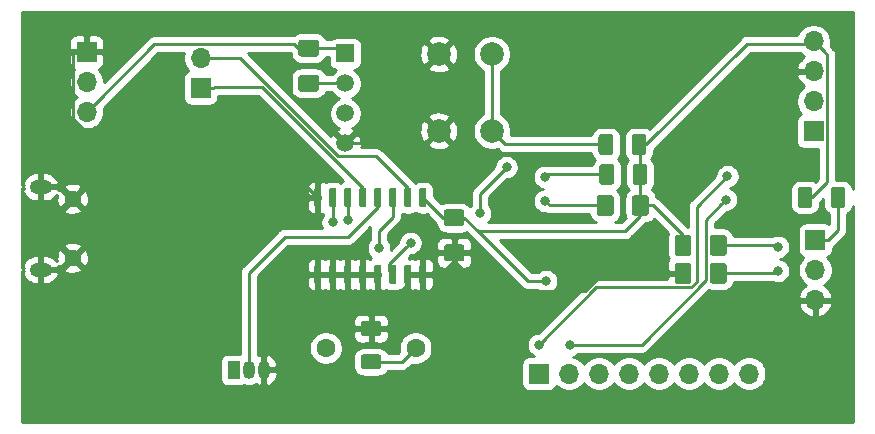
<source format=gbr>
G04 #@! TF.GenerationSoftware,KiCad,Pcbnew,(5.1.5)-3*
G04 #@! TF.CreationDate,2020-12-22T19:25:10+13:00*
G04 #@! TF.ProjectId,SensorNodeCircuit,53656e73-6f72-44e6-9f64-654369726375,rev?*
G04 #@! TF.SameCoordinates,Original*
G04 #@! TF.FileFunction,Copper,L2,Bot*
G04 #@! TF.FilePolarity,Positive*
%FSLAX46Y46*%
G04 Gerber Fmt 4.6, Leading zero omitted, Abs format (unit mm)*
G04 Created by KiCad (PCBNEW (5.1.5)-3) date 2020-12-22 19:25:10*
%MOMM*%
%LPD*%
G04 APERTURE LIST*
%ADD10C,0.100000*%
%ADD11C,1.450000*%
%ADD12O,1.900000X1.200000*%
%ADD13R,1.700000X1.700000*%
%ADD14O,1.700000X1.700000*%
%ADD15C,1.600000*%
%ADD16O,1.050000X1.500000*%
%ADD17R,1.050000X1.500000*%
%ADD18R,1.500000X1.500000*%
%ADD19C,1.500000*%
%ADD20C,2.000000*%
%ADD21C,0.800000*%
%ADD22C,0.250000*%
%ADD23C,0.254000*%
G04 APERTURE END LIST*
G04 #@! TA.AperFunction,SMDPad,CuDef*
D10*
G36*
X139469504Y-93587204D02*
G01*
X139493773Y-93590804D01*
X139517571Y-93596765D01*
X139540671Y-93605030D01*
X139562849Y-93615520D01*
X139583893Y-93628133D01*
X139603598Y-93642747D01*
X139621777Y-93659223D01*
X139638253Y-93677402D01*
X139652867Y-93697107D01*
X139665480Y-93718151D01*
X139675970Y-93740329D01*
X139684235Y-93763429D01*
X139690196Y-93787227D01*
X139693796Y-93811496D01*
X139695000Y-93836000D01*
X139695000Y-94761000D01*
X139693796Y-94785504D01*
X139690196Y-94809773D01*
X139684235Y-94833571D01*
X139675970Y-94856671D01*
X139665480Y-94878849D01*
X139652867Y-94899893D01*
X139638253Y-94919598D01*
X139621777Y-94937777D01*
X139603598Y-94954253D01*
X139583893Y-94968867D01*
X139562849Y-94981480D01*
X139540671Y-94991970D01*
X139517571Y-95000235D01*
X139493773Y-95006196D01*
X139469504Y-95009796D01*
X139445000Y-95011000D01*
X138195000Y-95011000D01*
X138170496Y-95009796D01*
X138146227Y-95006196D01*
X138122429Y-95000235D01*
X138099329Y-94991970D01*
X138077151Y-94981480D01*
X138056107Y-94968867D01*
X138036402Y-94954253D01*
X138018223Y-94937777D01*
X138001747Y-94919598D01*
X137987133Y-94899893D01*
X137974520Y-94878849D01*
X137964030Y-94856671D01*
X137955765Y-94833571D01*
X137949804Y-94809773D01*
X137946204Y-94785504D01*
X137945000Y-94761000D01*
X137945000Y-93836000D01*
X137946204Y-93811496D01*
X137949804Y-93787227D01*
X137955765Y-93763429D01*
X137964030Y-93740329D01*
X137974520Y-93718151D01*
X137987133Y-93697107D01*
X138001747Y-93677402D01*
X138018223Y-93659223D01*
X138036402Y-93642747D01*
X138056107Y-93628133D01*
X138077151Y-93615520D01*
X138099329Y-93605030D01*
X138122429Y-93596765D01*
X138146227Y-93590804D01*
X138170496Y-93587204D01*
X138195000Y-93586000D01*
X139445000Y-93586000D01*
X139469504Y-93587204D01*
G37*
G04 #@! TD.AperFunction*
G04 #@! TA.AperFunction,SMDPad,CuDef*
G36*
X139469504Y-96562204D02*
G01*
X139493773Y-96565804D01*
X139517571Y-96571765D01*
X139540671Y-96580030D01*
X139562849Y-96590520D01*
X139583893Y-96603133D01*
X139603598Y-96617747D01*
X139621777Y-96634223D01*
X139638253Y-96652402D01*
X139652867Y-96672107D01*
X139665480Y-96693151D01*
X139675970Y-96715329D01*
X139684235Y-96738429D01*
X139690196Y-96762227D01*
X139693796Y-96786496D01*
X139695000Y-96811000D01*
X139695000Y-97736000D01*
X139693796Y-97760504D01*
X139690196Y-97784773D01*
X139684235Y-97808571D01*
X139675970Y-97831671D01*
X139665480Y-97853849D01*
X139652867Y-97874893D01*
X139638253Y-97894598D01*
X139621777Y-97912777D01*
X139603598Y-97929253D01*
X139583893Y-97943867D01*
X139562849Y-97956480D01*
X139540671Y-97966970D01*
X139517571Y-97975235D01*
X139493773Y-97981196D01*
X139469504Y-97984796D01*
X139445000Y-97986000D01*
X138195000Y-97986000D01*
X138170496Y-97984796D01*
X138146227Y-97981196D01*
X138122429Y-97975235D01*
X138099329Y-97966970D01*
X138077151Y-97956480D01*
X138056107Y-97943867D01*
X138036402Y-97929253D01*
X138018223Y-97912777D01*
X138001747Y-97894598D01*
X137987133Y-97874893D01*
X137974520Y-97853849D01*
X137964030Y-97831671D01*
X137955765Y-97808571D01*
X137949804Y-97784773D01*
X137946204Y-97760504D01*
X137945000Y-97736000D01*
X137945000Y-96811000D01*
X137946204Y-96786496D01*
X137949804Y-96762227D01*
X137955765Y-96738429D01*
X137964030Y-96715329D01*
X137974520Y-96693151D01*
X137987133Y-96672107D01*
X138001747Y-96652402D01*
X138018223Y-96634223D01*
X138036402Y-96617747D01*
X138056107Y-96603133D01*
X138077151Y-96590520D01*
X138099329Y-96580030D01*
X138122429Y-96571765D01*
X138146227Y-96565804D01*
X138170496Y-96562204D01*
X138195000Y-96561000D01*
X139445000Y-96561000D01*
X139469504Y-96562204D01*
G37*
G04 #@! TD.AperFunction*
D11*
X106512500Y-92686000D03*
X106512500Y-97686000D03*
D12*
X103812500Y-91686000D03*
X103812500Y-98686000D03*
D13*
X169246000Y-86988000D03*
D14*
X169246000Y-84448000D03*
X169246000Y-81908000D03*
X169246000Y-79368000D03*
D13*
X145999200Y-107492800D03*
D14*
X148539200Y-107492800D03*
X151079200Y-107492800D03*
X153619200Y-107492800D03*
X156159200Y-107492800D03*
X158699200Y-107492800D03*
X161239200Y-107492800D03*
X163779200Y-107492800D03*
D13*
X169386000Y-96188000D03*
D14*
X169386000Y-98728000D03*
X169386000Y-101268000D03*
D13*
X107696000Y-80264000D03*
D14*
X107696000Y-82804000D03*
X107696000Y-85344000D03*
D13*
X117348000Y-83312000D03*
D14*
X117348000Y-80772000D03*
G04 #@! TA.AperFunction,SMDPad,CuDef*
D10*
G36*
X152065504Y-87222204D02*
G01*
X152089773Y-87225804D01*
X152113571Y-87231765D01*
X152136671Y-87240030D01*
X152158849Y-87250520D01*
X152179893Y-87263133D01*
X152199598Y-87277747D01*
X152217777Y-87294223D01*
X152234253Y-87312402D01*
X152248867Y-87332107D01*
X152261480Y-87353151D01*
X152271970Y-87375329D01*
X152280235Y-87398429D01*
X152286196Y-87422227D01*
X152289796Y-87446496D01*
X152291000Y-87471000D01*
X152291000Y-88721000D01*
X152289796Y-88745504D01*
X152286196Y-88769773D01*
X152280235Y-88793571D01*
X152271970Y-88816671D01*
X152261480Y-88838849D01*
X152248867Y-88859893D01*
X152234253Y-88879598D01*
X152217777Y-88897777D01*
X152199598Y-88914253D01*
X152179893Y-88928867D01*
X152158849Y-88941480D01*
X152136671Y-88951970D01*
X152113571Y-88960235D01*
X152089773Y-88966196D01*
X152065504Y-88969796D01*
X152041000Y-88971000D01*
X151291000Y-88971000D01*
X151266496Y-88969796D01*
X151242227Y-88966196D01*
X151218429Y-88960235D01*
X151195329Y-88951970D01*
X151173151Y-88941480D01*
X151152107Y-88928867D01*
X151132402Y-88914253D01*
X151114223Y-88897777D01*
X151097747Y-88879598D01*
X151083133Y-88859893D01*
X151070520Y-88838849D01*
X151060030Y-88816671D01*
X151051765Y-88793571D01*
X151045804Y-88769773D01*
X151042204Y-88745504D01*
X151041000Y-88721000D01*
X151041000Y-87471000D01*
X151042204Y-87446496D01*
X151045804Y-87422227D01*
X151051765Y-87398429D01*
X151060030Y-87375329D01*
X151070520Y-87353151D01*
X151083133Y-87332107D01*
X151097747Y-87312402D01*
X151114223Y-87294223D01*
X151132402Y-87277747D01*
X151152107Y-87263133D01*
X151173151Y-87250520D01*
X151195329Y-87240030D01*
X151218429Y-87231765D01*
X151242227Y-87225804D01*
X151266496Y-87222204D01*
X151291000Y-87221000D01*
X152041000Y-87221000D01*
X152065504Y-87222204D01*
G37*
G04 #@! TD.AperFunction*
G04 #@! TA.AperFunction,SMDPad,CuDef*
G36*
X154865504Y-87222204D02*
G01*
X154889773Y-87225804D01*
X154913571Y-87231765D01*
X154936671Y-87240030D01*
X154958849Y-87250520D01*
X154979893Y-87263133D01*
X154999598Y-87277747D01*
X155017777Y-87294223D01*
X155034253Y-87312402D01*
X155048867Y-87332107D01*
X155061480Y-87353151D01*
X155071970Y-87375329D01*
X155080235Y-87398429D01*
X155086196Y-87422227D01*
X155089796Y-87446496D01*
X155091000Y-87471000D01*
X155091000Y-88721000D01*
X155089796Y-88745504D01*
X155086196Y-88769773D01*
X155080235Y-88793571D01*
X155071970Y-88816671D01*
X155061480Y-88838849D01*
X155048867Y-88859893D01*
X155034253Y-88879598D01*
X155017777Y-88897777D01*
X154999598Y-88914253D01*
X154979893Y-88928867D01*
X154958849Y-88941480D01*
X154936671Y-88951970D01*
X154913571Y-88960235D01*
X154889773Y-88966196D01*
X154865504Y-88969796D01*
X154841000Y-88971000D01*
X154091000Y-88971000D01*
X154066496Y-88969796D01*
X154042227Y-88966196D01*
X154018429Y-88960235D01*
X153995329Y-88951970D01*
X153973151Y-88941480D01*
X153952107Y-88928867D01*
X153932402Y-88914253D01*
X153914223Y-88897777D01*
X153897747Y-88879598D01*
X153883133Y-88859893D01*
X153870520Y-88838849D01*
X153860030Y-88816671D01*
X153851765Y-88793571D01*
X153845804Y-88769773D01*
X153842204Y-88745504D01*
X153841000Y-88721000D01*
X153841000Y-87471000D01*
X153842204Y-87446496D01*
X153845804Y-87422227D01*
X153851765Y-87398429D01*
X153860030Y-87375329D01*
X153870520Y-87353151D01*
X153883133Y-87332107D01*
X153897747Y-87312402D01*
X153914223Y-87294223D01*
X153932402Y-87277747D01*
X153952107Y-87263133D01*
X153973151Y-87250520D01*
X153995329Y-87240030D01*
X154018429Y-87231765D01*
X154042227Y-87225804D01*
X154066496Y-87222204D01*
X154091000Y-87221000D01*
X154841000Y-87221000D01*
X154865504Y-87222204D01*
G37*
G04 #@! TD.AperFunction*
G04 #@! TA.AperFunction,SMDPad,CuDef*
G36*
X152145504Y-89752204D02*
G01*
X152169773Y-89755804D01*
X152193571Y-89761765D01*
X152216671Y-89770030D01*
X152238849Y-89780520D01*
X152259893Y-89793133D01*
X152279598Y-89807747D01*
X152297777Y-89824223D01*
X152314253Y-89842402D01*
X152328867Y-89862107D01*
X152341480Y-89883151D01*
X152351970Y-89905329D01*
X152360235Y-89928429D01*
X152366196Y-89952227D01*
X152369796Y-89976496D01*
X152371000Y-90001000D01*
X152371000Y-91251000D01*
X152369796Y-91275504D01*
X152366196Y-91299773D01*
X152360235Y-91323571D01*
X152351970Y-91346671D01*
X152341480Y-91368849D01*
X152328867Y-91389893D01*
X152314253Y-91409598D01*
X152297777Y-91427777D01*
X152279598Y-91444253D01*
X152259893Y-91458867D01*
X152238849Y-91471480D01*
X152216671Y-91481970D01*
X152193571Y-91490235D01*
X152169773Y-91496196D01*
X152145504Y-91499796D01*
X152121000Y-91501000D01*
X151371000Y-91501000D01*
X151346496Y-91499796D01*
X151322227Y-91496196D01*
X151298429Y-91490235D01*
X151275329Y-91481970D01*
X151253151Y-91471480D01*
X151232107Y-91458867D01*
X151212402Y-91444253D01*
X151194223Y-91427777D01*
X151177747Y-91409598D01*
X151163133Y-91389893D01*
X151150520Y-91368849D01*
X151140030Y-91346671D01*
X151131765Y-91323571D01*
X151125804Y-91299773D01*
X151122204Y-91275504D01*
X151121000Y-91251000D01*
X151121000Y-90001000D01*
X151122204Y-89976496D01*
X151125804Y-89952227D01*
X151131765Y-89928429D01*
X151140030Y-89905329D01*
X151150520Y-89883151D01*
X151163133Y-89862107D01*
X151177747Y-89842402D01*
X151194223Y-89824223D01*
X151212402Y-89807747D01*
X151232107Y-89793133D01*
X151253151Y-89780520D01*
X151275329Y-89770030D01*
X151298429Y-89761765D01*
X151322227Y-89755804D01*
X151346496Y-89752204D01*
X151371000Y-89751000D01*
X152121000Y-89751000D01*
X152145504Y-89752204D01*
G37*
G04 #@! TD.AperFunction*
G04 #@! TA.AperFunction,SMDPad,CuDef*
G36*
X154945504Y-89752204D02*
G01*
X154969773Y-89755804D01*
X154993571Y-89761765D01*
X155016671Y-89770030D01*
X155038849Y-89780520D01*
X155059893Y-89793133D01*
X155079598Y-89807747D01*
X155097777Y-89824223D01*
X155114253Y-89842402D01*
X155128867Y-89862107D01*
X155141480Y-89883151D01*
X155151970Y-89905329D01*
X155160235Y-89928429D01*
X155166196Y-89952227D01*
X155169796Y-89976496D01*
X155171000Y-90001000D01*
X155171000Y-91251000D01*
X155169796Y-91275504D01*
X155166196Y-91299773D01*
X155160235Y-91323571D01*
X155151970Y-91346671D01*
X155141480Y-91368849D01*
X155128867Y-91389893D01*
X155114253Y-91409598D01*
X155097777Y-91427777D01*
X155079598Y-91444253D01*
X155059893Y-91458867D01*
X155038849Y-91471480D01*
X155016671Y-91481970D01*
X154993571Y-91490235D01*
X154969773Y-91496196D01*
X154945504Y-91499796D01*
X154921000Y-91501000D01*
X154171000Y-91501000D01*
X154146496Y-91499796D01*
X154122227Y-91496196D01*
X154098429Y-91490235D01*
X154075329Y-91481970D01*
X154053151Y-91471480D01*
X154032107Y-91458867D01*
X154012402Y-91444253D01*
X153994223Y-91427777D01*
X153977747Y-91409598D01*
X153963133Y-91389893D01*
X153950520Y-91368849D01*
X153940030Y-91346671D01*
X153931765Y-91323571D01*
X153925804Y-91299773D01*
X153922204Y-91275504D01*
X153921000Y-91251000D01*
X153921000Y-90001000D01*
X153922204Y-89976496D01*
X153925804Y-89952227D01*
X153931765Y-89928429D01*
X153940030Y-89905329D01*
X153950520Y-89883151D01*
X153963133Y-89862107D01*
X153977747Y-89842402D01*
X153994223Y-89824223D01*
X154012402Y-89807747D01*
X154032107Y-89793133D01*
X154053151Y-89780520D01*
X154075329Y-89770030D01*
X154098429Y-89761765D01*
X154122227Y-89755804D01*
X154146496Y-89752204D01*
X154171000Y-89751000D01*
X154921000Y-89751000D01*
X154945504Y-89752204D01*
G37*
G04 #@! TD.AperFunction*
G04 #@! TA.AperFunction,SMDPad,CuDef*
G36*
X152098004Y-92382204D02*
G01*
X152122273Y-92385804D01*
X152146071Y-92391765D01*
X152169171Y-92400030D01*
X152191349Y-92410520D01*
X152212393Y-92423133D01*
X152232098Y-92437747D01*
X152250277Y-92454223D01*
X152266753Y-92472402D01*
X152281367Y-92492107D01*
X152293980Y-92513151D01*
X152304470Y-92535329D01*
X152312735Y-92558429D01*
X152318696Y-92582227D01*
X152322296Y-92606496D01*
X152323500Y-92631000D01*
X152323500Y-93881000D01*
X152322296Y-93905504D01*
X152318696Y-93929773D01*
X152312735Y-93953571D01*
X152304470Y-93976671D01*
X152293980Y-93998849D01*
X152281367Y-94019893D01*
X152266753Y-94039598D01*
X152250277Y-94057777D01*
X152232098Y-94074253D01*
X152212393Y-94088867D01*
X152191349Y-94101480D01*
X152169171Y-94111970D01*
X152146071Y-94120235D01*
X152122273Y-94126196D01*
X152098004Y-94129796D01*
X152073500Y-94131000D01*
X151148500Y-94131000D01*
X151123996Y-94129796D01*
X151099727Y-94126196D01*
X151075929Y-94120235D01*
X151052829Y-94111970D01*
X151030651Y-94101480D01*
X151009607Y-94088867D01*
X150989902Y-94074253D01*
X150971723Y-94057777D01*
X150955247Y-94039598D01*
X150940633Y-94019893D01*
X150928020Y-93998849D01*
X150917530Y-93976671D01*
X150909265Y-93953571D01*
X150903304Y-93929773D01*
X150899704Y-93905504D01*
X150898500Y-93881000D01*
X150898500Y-92631000D01*
X150899704Y-92606496D01*
X150903304Y-92582227D01*
X150909265Y-92558429D01*
X150917530Y-92535329D01*
X150928020Y-92513151D01*
X150940633Y-92492107D01*
X150955247Y-92472402D01*
X150971723Y-92454223D01*
X150989902Y-92437747D01*
X151009607Y-92423133D01*
X151030651Y-92410520D01*
X151052829Y-92400030D01*
X151075929Y-92391765D01*
X151099727Y-92385804D01*
X151123996Y-92382204D01*
X151148500Y-92381000D01*
X152073500Y-92381000D01*
X152098004Y-92382204D01*
G37*
G04 #@! TD.AperFunction*
G04 #@! TA.AperFunction,SMDPad,CuDef*
G36*
X155073004Y-92382204D02*
G01*
X155097273Y-92385804D01*
X155121071Y-92391765D01*
X155144171Y-92400030D01*
X155166349Y-92410520D01*
X155187393Y-92423133D01*
X155207098Y-92437747D01*
X155225277Y-92454223D01*
X155241753Y-92472402D01*
X155256367Y-92492107D01*
X155268980Y-92513151D01*
X155279470Y-92535329D01*
X155287735Y-92558429D01*
X155293696Y-92582227D01*
X155297296Y-92606496D01*
X155298500Y-92631000D01*
X155298500Y-93881000D01*
X155297296Y-93905504D01*
X155293696Y-93929773D01*
X155287735Y-93953571D01*
X155279470Y-93976671D01*
X155268980Y-93998849D01*
X155256367Y-94019893D01*
X155241753Y-94039598D01*
X155225277Y-94057777D01*
X155207098Y-94074253D01*
X155187393Y-94088867D01*
X155166349Y-94101480D01*
X155144171Y-94111970D01*
X155121071Y-94120235D01*
X155097273Y-94126196D01*
X155073004Y-94129796D01*
X155048500Y-94131000D01*
X154123500Y-94131000D01*
X154098996Y-94129796D01*
X154074727Y-94126196D01*
X154050929Y-94120235D01*
X154027829Y-94111970D01*
X154005651Y-94101480D01*
X153984607Y-94088867D01*
X153964902Y-94074253D01*
X153946723Y-94057777D01*
X153930247Y-94039598D01*
X153915633Y-94019893D01*
X153903020Y-93998849D01*
X153892530Y-93976671D01*
X153884265Y-93953571D01*
X153878304Y-93929773D01*
X153874704Y-93905504D01*
X153873500Y-93881000D01*
X153873500Y-92631000D01*
X153874704Y-92606496D01*
X153878304Y-92582227D01*
X153884265Y-92558429D01*
X153892530Y-92535329D01*
X153903020Y-92513151D01*
X153915633Y-92492107D01*
X153930247Y-92472402D01*
X153946723Y-92454223D01*
X153964902Y-92437747D01*
X153984607Y-92423133D01*
X154005651Y-92410520D01*
X154027829Y-92400030D01*
X154050929Y-92391765D01*
X154074727Y-92385804D01*
X154098996Y-92382204D01*
X154123500Y-92381000D01*
X155048500Y-92381000D01*
X155073004Y-92382204D01*
G37*
G04 #@! TD.AperFunction*
G04 #@! TA.AperFunction,SMDPad,CuDef*
G36*
X158688004Y-98132204D02*
G01*
X158712273Y-98135804D01*
X158736071Y-98141765D01*
X158759171Y-98150030D01*
X158781349Y-98160520D01*
X158802393Y-98173133D01*
X158822098Y-98187747D01*
X158840277Y-98204223D01*
X158856753Y-98222402D01*
X158871367Y-98242107D01*
X158883980Y-98263151D01*
X158894470Y-98285329D01*
X158902735Y-98308429D01*
X158908696Y-98332227D01*
X158912296Y-98356496D01*
X158913500Y-98381000D01*
X158913500Y-99631000D01*
X158912296Y-99655504D01*
X158908696Y-99679773D01*
X158902735Y-99703571D01*
X158894470Y-99726671D01*
X158883980Y-99748849D01*
X158871367Y-99769893D01*
X158856753Y-99789598D01*
X158840277Y-99807777D01*
X158822098Y-99824253D01*
X158802393Y-99838867D01*
X158781349Y-99851480D01*
X158759171Y-99861970D01*
X158736071Y-99870235D01*
X158712273Y-99876196D01*
X158688004Y-99879796D01*
X158663500Y-99881000D01*
X157738500Y-99881000D01*
X157713996Y-99879796D01*
X157689727Y-99876196D01*
X157665929Y-99870235D01*
X157642829Y-99861970D01*
X157620651Y-99851480D01*
X157599607Y-99838867D01*
X157579902Y-99824253D01*
X157561723Y-99807777D01*
X157545247Y-99789598D01*
X157530633Y-99769893D01*
X157518020Y-99748849D01*
X157507530Y-99726671D01*
X157499265Y-99703571D01*
X157493304Y-99679773D01*
X157489704Y-99655504D01*
X157488500Y-99631000D01*
X157488500Y-98381000D01*
X157489704Y-98356496D01*
X157493304Y-98332227D01*
X157499265Y-98308429D01*
X157507530Y-98285329D01*
X157518020Y-98263151D01*
X157530633Y-98242107D01*
X157545247Y-98222402D01*
X157561723Y-98204223D01*
X157579902Y-98187747D01*
X157599607Y-98173133D01*
X157620651Y-98160520D01*
X157642829Y-98150030D01*
X157665929Y-98141765D01*
X157689727Y-98135804D01*
X157713996Y-98132204D01*
X157738500Y-98131000D01*
X158663500Y-98131000D01*
X158688004Y-98132204D01*
G37*
G04 #@! TD.AperFunction*
G04 #@! TA.AperFunction,SMDPad,CuDef*
G36*
X161663004Y-98132204D02*
G01*
X161687273Y-98135804D01*
X161711071Y-98141765D01*
X161734171Y-98150030D01*
X161756349Y-98160520D01*
X161777393Y-98173133D01*
X161797098Y-98187747D01*
X161815277Y-98204223D01*
X161831753Y-98222402D01*
X161846367Y-98242107D01*
X161858980Y-98263151D01*
X161869470Y-98285329D01*
X161877735Y-98308429D01*
X161883696Y-98332227D01*
X161887296Y-98356496D01*
X161888500Y-98381000D01*
X161888500Y-99631000D01*
X161887296Y-99655504D01*
X161883696Y-99679773D01*
X161877735Y-99703571D01*
X161869470Y-99726671D01*
X161858980Y-99748849D01*
X161846367Y-99769893D01*
X161831753Y-99789598D01*
X161815277Y-99807777D01*
X161797098Y-99824253D01*
X161777393Y-99838867D01*
X161756349Y-99851480D01*
X161734171Y-99861970D01*
X161711071Y-99870235D01*
X161687273Y-99876196D01*
X161663004Y-99879796D01*
X161638500Y-99881000D01*
X160713500Y-99881000D01*
X160688996Y-99879796D01*
X160664727Y-99876196D01*
X160640929Y-99870235D01*
X160617829Y-99861970D01*
X160595651Y-99851480D01*
X160574607Y-99838867D01*
X160554902Y-99824253D01*
X160536723Y-99807777D01*
X160520247Y-99789598D01*
X160505633Y-99769893D01*
X160493020Y-99748849D01*
X160482530Y-99726671D01*
X160474265Y-99703571D01*
X160468304Y-99679773D01*
X160464704Y-99655504D01*
X160463500Y-99631000D01*
X160463500Y-98381000D01*
X160464704Y-98356496D01*
X160468304Y-98332227D01*
X160474265Y-98308429D01*
X160482530Y-98285329D01*
X160493020Y-98263151D01*
X160505633Y-98242107D01*
X160520247Y-98222402D01*
X160536723Y-98204223D01*
X160554902Y-98187747D01*
X160574607Y-98173133D01*
X160595651Y-98160520D01*
X160617829Y-98150030D01*
X160640929Y-98141765D01*
X160664727Y-98135804D01*
X160688996Y-98132204D01*
X160713500Y-98131000D01*
X161638500Y-98131000D01*
X161663004Y-98132204D01*
G37*
G04 #@! TD.AperFunction*
G04 #@! TA.AperFunction,SMDPad,CuDef*
G36*
X158688004Y-95762204D02*
G01*
X158712273Y-95765804D01*
X158736071Y-95771765D01*
X158759171Y-95780030D01*
X158781349Y-95790520D01*
X158802393Y-95803133D01*
X158822098Y-95817747D01*
X158840277Y-95834223D01*
X158856753Y-95852402D01*
X158871367Y-95872107D01*
X158883980Y-95893151D01*
X158894470Y-95915329D01*
X158902735Y-95938429D01*
X158908696Y-95962227D01*
X158912296Y-95986496D01*
X158913500Y-96011000D01*
X158913500Y-97261000D01*
X158912296Y-97285504D01*
X158908696Y-97309773D01*
X158902735Y-97333571D01*
X158894470Y-97356671D01*
X158883980Y-97378849D01*
X158871367Y-97399893D01*
X158856753Y-97419598D01*
X158840277Y-97437777D01*
X158822098Y-97454253D01*
X158802393Y-97468867D01*
X158781349Y-97481480D01*
X158759171Y-97491970D01*
X158736071Y-97500235D01*
X158712273Y-97506196D01*
X158688004Y-97509796D01*
X158663500Y-97511000D01*
X157738500Y-97511000D01*
X157713996Y-97509796D01*
X157689727Y-97506196D01*
X157665929Y-97500235D01*
X157642829Y-97491970D01*
X157620651Y-97481480D01*
X157599607Y-97468867D01*
X157579902Y-97454253D01*
X157561723Y-97437777D01*
X157545247Y-97419598D01*
X157530633Y-97399893D01*
X157518020Y-97378849D01*
X157507530Y-97356671D01*
X157499265Y-97333571D01*
X157493304Y-97309773D01*
X157489704Y-97285504D01*
X157488500Y-97261000D01*
X157488500Y-96011000D01*
X157489704Y-95986496D01*
X157493304Y-95962227D01*
X157499265Y-95938429D01*
X157507530Y-95915329D01*
X157518020Y-95893151D01*
X157530633Y-95872107D01*
X157545247Y-95852402D01*
X157561723Y-95834223D01*
X157579902Y-95817747D01*
X157599607Y-95803133D01*
X157620651Y-95790520D01*
X157642829Y-95780030D01*
X157665929Y-95771765D01*
X157689727Y-95765804D01*
X157713996Y-95762204D01*
X157738500Y-95761000D01*
X158663500Y-95761000D01*
X158688004Y-95762204D01*
G37*
G04 #@! TD.AperFunction*
G04 #@! TA.AperFunction,SMDPad,CuDef*
G36*
X161663004Y-95762204D02*
G01*
X161687273Y-95765804D01*
X161711071Y-95771765D01*
X161734171Y-95780030D01*
X161756349Y-95790520D01*
X161777393Y-95803133D01*
X161797098Y-95817747D01*
X161815277Y-95834223D01*
X161831753Y-95852402D01*
X161846367Y-95872107D01*
X161858980Y-95893151D01*
X161869470Y-95915329D01*
X161877735Y-95938429D01*
X161883696Y-95962227D01*
X161887296Y-95986496D01*
X161888500Y-96011000D01*
X161888500Y-97261000D01*
X161887296Y-97285504D01*
X161883696Y-97309773D01*
X161877735Y-97333571D01*
X161869470Y-97356671D01*
X161858980Y-97378849D01*
X161846367Y-97399893D01*
X161831753Y-97419598D01*
X161815277Y-97437777D01*
X161797098Y-97454253D01*
X161777393Y-97468867D01*
X161756349Y-97481480D01*
X161734171Y-97491970D01*
X161711071Y-97500235D01*
X161687273Y-97506196D01*
X161663004Y-97509796D01*
X161638500Y-97511000D01*
X160713500Y-97511000D01*
X160688996Y-97509796D01*
X160664727Y-97506196D01*
X160640929Y-97500235D01*
X160617829Y-97491970D01*
X160595651Y-97481480D01*
X160574607Y-97468867D01*
X160554902Y-97454253D01*
X160536723Y-97437777D01*
X160520247Y-97419598D01*
X160505633Y-97399893D01*
X160493020Y-97378849D01*
X160482530Y-97356671D01*
X160474265Y-97333571D01*
X160468304Y-97309773D01*
X160464704Y-97285504D01*
X160463500Y-97261000D01*
X160463500Y-96011000D01*
X160464704Y-95986496D01*
X160468304Y-95962227D01*
X160474265Y-95938429D01*
X160482530Y-95915329D01*
X160493020Y-95893151D01*
X160505633Y-95872107D01*
X160520247Y-95852402D01*
X160536723Y-95834223D01*
X160554902Y-95817747D01*
X160574607Y-95803133D01*
X160595651Y-95790520D01*
X160617829Y-95780030D01*
X160640929Y-95771765D01*
X160664727Y-95765804D01*
X160688996Y-95762204D01*
X160713500Y-95761000D01*
X161638500Y-95761000D01*
X161663004Y-95762204D01*
G37*
G04 #@! TD.AperFunction*
D15*
X127950000Y-105346000D03*
X135550000Y-105346000D03*
G04 #@! TA.AperFunction,SMDPad,CuDef*
D10*
G36*
X132429504Y-105862204D02*
G01*
X132453773Y-105865804D01*
X132477571Y-105871765D01*
X132500671Y-105880030D01*
X132522849Y-105890520D01*
X132543893Y-105903133D01*
X132563598Y-105917747D01*
X132581777Y-105934223D01*
X132598253Y-105952402D01*
X132612867Y-105972107D01*
X132625480Y-105993151D01*
X132635970Y-106015329D01*
X132644235Y-106038429D01*
X132650196Y-106062227D01*
X132653796Y-106086496D01*
X132655000Y-106111000D01*
X132655000Y-106861000D01*
X132653796Y-106885504D01*
X132650196Y-106909773D01*
X132644235Y-106933571D01*
X132635970Y-106956671D01*
X132625480Y-106978849D01*
X132612867Y-106999893D01*
X132598253Y-107019598D01*
X132581777Y-107037777D01*
X132563598Y-107054253D01*
X132543893Y-107068867D01*
X132522849Y-107081480D01*
X132500671Y-107091970D01*
X132477571Y-107100235D01*
X132453773Y-107106196D01*
X132429504Y-107109796D01*
X132405000Y-107111000D01*
X131155000Y-107111000D01*
X131130496Y-107109796D01*
X131106227Y-107106196D01*
X131082429Y-107100235D01*
X131059329Y-107091970D01*
X131037151Y-107081480D01*
X131016107Y-107068867D01*
X130996402Y-107054253D01*
X130978223Y-107037777D01*
X130961747Y-107019598D01*
X130947133Y-106999893D01*
X130934520Y-106978849D01*
X130924030Y-106956671D01*
X130915765Y-106933571D01*
X130909804Y-106909773D01*
X130906204Y-106885504D01*
X130905000Y-106861000D01*
X130905000Y-106111000D01*
X130906204Y-106086496D01*
X130909804Y-106062227D01*
X130915765Y-106038429D01*
X130924030Y-106015329D01*
X130934520Y-105993151D01*
X130947133Y-105972107D01*
X130961747Y-105952402D01*
X130978223Y-105934223D01*
X130996402Y-105917747D01*
X131016107Y-105903133D01*
X131037151Y-105890520D01*
X131059329Y-105880030D01*
X131082429Y-105871765D01*
X131106227Y-105865804D01*
X131130496Y-105862204D01*
X131155000Y-105861000D01*
X132405000Y-105861000D01*
X132429504Y-105862204D01*
G37*
G04 #@! TD.AperFunction*
G04 #@! TA.AperFunction,SMDPad,CuDef*
G36*
X132429504Y-103062204D02*
G01*
X132453773Y-103065804D01*
X132477571Y-103071765D01*
X132500671Y-103080030D01*
X132522849Y-103090520D01*
X132543893Y-103103133D01*
X132563598Y-103117747D01*
X132581777Y-103134223D01*
X132598253Y-103152402D01*
X132612867Y-103172107D01*
X132625480Y-103193151D01*
X132635970Y-103215329D01*
X132644235Y-103238429D01*
X132650196Y-103262227D01*
X132653796Y-103286496D01*
X132655000Y-103311000D01*
X132655000Y-104061000D01*
X132653796Y-104085504D01*
X132650196Y-104109773D01*
X132644235Y-104133571D01*
X132635970Y-104156671D01*
X132625480Y-104178849D01*
X132612867Y-104199893D01*
X132598253Y-104219598D01*
X132581777Y-104237777D01*
X132563598Y-104254253D01*
X132543893Y-104268867D01*
X132522849Y-104281480D01*
X132500671Y-104291970D01*
X132477571Y-104300235D01*
X132453773Y-104306196D01*
X132429504Y-104309796D01*
X132405000Y-104311000D01*
X131155000Y-104311000D01*
X131130496Y-104309796D01*
X131106227Y-104306196D01*
X131082429Y-104300235D01*
X131059329Y-104291970D01*
X131037151Y-104281480D01*
X131016107Y-104268867D01*
X130996402Y-104254253D01*
X130978223Y-104237777D01*
X130961747Y-104219598D01*
X130947133Y-104199893D01*
X130934520Y-104178849D01*
X130924030Y-104156671D01*
X130915765Y-104133571D01*
X130909804Y-104109773D01*
X130906204Y-104085504D01*
X130905000Y-104061000D01*
X130905000Y-103311000D01*
X130906204Y-103286496D01*
X130909804Y-103262227D01*
X130915765Y-103238429D01*
X130924030Y-103215329D01*
X130934520Y-103193151D01*
X130947133Y-103172107D01*
X130961747Y-103152402D01*
X130978223Y-103134223D01*
X130996402Y-103117747D01*
X131016107Y-103103133D01*
X131037151Y-103090520D01*
X131059329Y-103080030D01*
X131082429Y-103071765D01*
X131106227Y-103065804D01*
X131130496Y-103062204D01*
X131155000Y-103061000D01*
X132405000Y-103061000D01*
X132429504Y-103062204D01*
G37*
G04 #@! TD.AperFunction*
G04 #@! TA.AperFunction,SMDPad,CuDef*
G36*
X171715504Y-91704204D02*
G01*
X171739773Y-91707804D01*
X171763571Y-91713765D01*
X171786671Y-91722030D01*
X171808849Y-91732520D01*
X171829893Y-91745133D01*
X171849598Y-91759747D01*
X171867777Y-91776223D01*
X171884253Y-91794402D01*
X171898867Y-91814107D01*
X171911480Y-91835151D01*
X171921970Y-91857329D01*
X171930235Y-91880429D01*
X171936196Y-91904227D01*
X171939796Y-91928496D01*
X171941000Y-91953000D01*
X171941000Y-93203000D01*
X171939796Y-93227504D01*
X171936196Y-93251773D01*
X171930235Y-93275571D01*
X171921970Y-93298671D01*
X171911480Y-93320849D01*
X171898867Y-93341893D01*
X171884253Y-93361598D01*
X171867777Y-93379777D01*
X171849598Y-93396253D01*
X171829893Y-93410867D01*
X171808849Y-93423480D01*
X171786671Y-93433970D01*
X171763571Y-93442235D01*
X171739773Y-93448196D01*
X171715504Y-93451796D01*
X171691000Y-93453000D01*
X170941000Y-93453000D01*
X170916496Y-93451796D01*
X170892227Y-93448196D01*
X170868429Y-93442235D01*
X170845329Y-93433970D01*
X170823151Y-93423480D01*
X170802107Y-93410867D01*
X170782402Y-93396253D01*
X170764223Y-93379777D01*
X170747747Y-93361598D01*
X170733133Y-93341893D01*
X170720520Y-93320849D01*
X170710030Y-93298671D01*
X170701765Y-93275571D01*
X170695804Y-93251773D01*
X170692204Y-93227504D01*
X170691000Y-93203000D01*
X170691000Y-91953000D01*
X170692204Y-91928496D01*
X170695804Y-91904227D01*
X170701765Y-91880429D01*
X170710030Y-91857329D01*
X170720520Y-91835151D01*
X170733133Y-91814107D01*
X170747747Y-91794402D01*
X170764223Y-91776223D01*
X170782402Y-91759747D01*
X170802107Y-91745133D01*
X170823151Y-91732520D01*
X170845329Y-91722030D01*
X170868429Y-91713765D01*
X170892227Y-91707804D01*
X170916496Y-91704204D01*
X170941000Y-91703000D01*
X171691000Y-91703000D01*
X171715504Y-91704204D01*
G37*
G04 #@! TD.AperFunction*
G04 #@! TA.AperFunction,SMDPad,CuDef*
G36*
X168915504Y-91704204D02*
G01*
X168939773Y-91707804D01*
X168963571Y-91713765D01*
X168986671Y-91722030D01*
X169008849Y-91732520D01*
X169029893Y-91745133D01*
X169049598Y-91759747D01*
X169067777Y-91776223D01*
X169084253Y-91794402D01*
X169098867Y-91814107D01*
X169111480Y-91835151D01*
X169121970Y-91857329D01*
X169130235Y-91880429D01*
X169136196Y-91904227D01*
X169139796Y-91928496D01*
X169141000Y-91953000D01*
X169141000Y-93203000D01*
X169139796Y-93227504D01*
X169136196Y-93251773D01*
X169130235Y-93275571D01*
X169121970Y-93298671D01*
X169111480Y-93320849D01*
X169098867Y-93341893D01*
X169084253Y-93361598D01*
X169067777Y-93379777D01*
X169049598Y-93396253D01*
X169029893Y-93410867D01*
X169008849Y-93423480D01*
X168986671Y-93433970D01*
X168963571Y-93442235D01*
X168939773Y-93448196D01*
X168915504Y-93451796D01*
X168891000Y-93453000D01*
X168141000Y-93453000D01*
X168116496Y-93451796D01*
X168092227Y-93448196D01*
X168068429Y-93442235D01*
X168045329Y-93433970D01*
X168023151Y-93423480D01*
X168002107Y-93410867D01*
X167982402Y-93396253D01*
X167964223Y-93379777D01*
X167947747Y-93361598D01*
X167933133Y-93341893D01*
X167920520Y-93320849D01*
X167910030Y-93298671D01*
X167901765Y-93275571D01*
X167895804Y-93251773D01*
X167892204Y-93227504D01*
X167891000Y-93203000D01*
X167891000Y-91953000D01*
X167892204Y-91928496D01*
X167895804Y-91904227D01*
X167901765Y-91880429D01*
X167910030Y-91857329D01*
X167920520Y-91835151D01*
X167933133Y-91814107D01*
X167947747Y-91794402D01*
X167964223Y-91776223D01*
X167982402Y-91759747D01*
X168002107Y-91745133D01*
X168023151Y-91732520D01*
X168045329Y-91722030D01*
X168068429Y-91713765D01*
X168092227Y-91707804D01*
X168116496Y-91704204D01*
X168141000Y-91703000D01*
X168891000Y-91703000D01*
X168915504Y-91704204D01*
G37*
G04 #@! TD.AperFunction*
G04 #@! TA.AperFunction,SMDPad,CuDef*
G36*
X136339703Y-98296722D02*
G01*
X136354264Y-98298882D01*
X136368543Y-98302459D01*
X136382403Y-98307418D01*
X136395710Y-98313712D01*
X136408336Y-98321280D01*
X136420159Y-98330048D01*
X136431066Y-98339934D01*
X136440952Y-98350841D01*
X136449720Y-98362664D01*
X136457288Y-98375290D01*
X136463582Y-98388597D01*
X136468541Y-98402457D01*
X136472118Y-98416736D01*
X136474278Y-98431297D01*
X136475000Y-98446000D01*
X136475000Y-99746000D01*
X136474278Y-99760703D01*
X136472118Y-99775264D01*
X136468541Y-99789543D01*
X136463582Y-99803403D01*
X136457288Y-99816710D01*
X136449720Y-99829336D01*
X136440952Y-99841159D01*
X136431066Y-99852066D01*
X136420159Y-99861952D01*
X136408336Y-99870720D01*
X136395710Y-99878288D01*
X136382403Y-99884582D01*
X136368543Y-99889541D01*
X136354264Y-99893118D01*
X136339703Y-99895278D01*
X136325000Y-99896000D01*
X136025000Y-99896000D01*
X136010297Y-99895278D01*
X135995736Y-99893118D01*
X135981457Y-99889541D01*
X135967597Y-99884582D01*
X135954290Y-99878288D01*
X135941664Y-99870720D01*
X135929841Y-99861952D01*
X135918934Y-99852066D01*
X135909048Y-99841159D01*
X135900280Y-99829336D01*
X135892712Y-99816710D01*
X135886418Y-99803403D01*
X135881459Y-99789543D01*
X135877882Y-99775264D01*
X135875722Y-99760703D01*
X135875000Y-99746000D01*
X135875000Y-98446000D01*
X135875722Y-98431297D01*
X135877882Y-98416736D01*
X135881459Y-98402457D01*
X135886418Y-98388597D01*
X135892712Y-98375290D01*
X135900280Y-98362664D01*
X135909048Y-98350841D01*
X135918934Y-98339934D01*
X135929841Y-98330048D01*
X135941664Y-98321280D01*
X135954290Y-98313712D01*
X135967597Y-98307418D01*
X135981457Y-98302459D01*
X135995736Y-98298882D01*
X136010297Y-98296722D01*
X136025000Y-98296000D01*
X136325000Y-98296000D01*
X136339703Y-98296722D01*
G37*
G04 #@! TD.AperFunction*
G04 #@! TA.AperFunction,SMDPad,CuDef*
G36*
X135069703Y-98296722D02*
G01*
X135084264Y-98298882D01*
X135098543Y-98302459D01*
X135112403Y-98307418D01*
X135125710Y-98313712D01*
X135138336Y-98321280D01*
X135150159Y-98330048D01*
X135161066Y-98339934D01*
X135170952Y-98350841D01*
X135179720Y-98362664D01*
X135187288Y-98375290D01*
X135193582Y-98388597D01*
X135198541Y-98402457D01*
X135202118Y-98416736D01*
X135204278Y-98431297D01*
X135205000Y-98446000D01*
X135205000Y-99746000D01*
X135204278Y-99760703D01*
X135202118Y-99775264D01*
X135198541Y-99789543D01*
X135193582Y-99803403D01*
X135187288Y-99816710D01*
X135179720Y-99829336D01*
X135170952Y-99841159D01*
X135161066Y-99852066D01*
X135150159Y-99861952D01*
X135138336Y-99870720D01*
X135125710Y-99878288D01*
X135112403Y-99884582D01*
X135098543Y-99889541D01*
X135084264Y-99893118D01*
X135069703Y-99895278D01*
X135055000Y-99896000D01*
X134755000Y-99896000D01*
X134740297Y-99895278D01*
X134725736Y-99893118D01*
X134711457Y-99889541D01*
X134697597Y-99884582D01*
X134684290Y-99878288D01*
X134671664Y-99870720D01*
X134659841Y-99861952D01*
X134648934Y-99852066D01*
X134639048Y-99841159D01*
X134630280Y-99829336D01*
X134622712Y-99816710D01*
X134616418Y-99803403D01*
X134611459Y-99789543D01*
X134607882Y-99775264D01*
X134605722Y-99760703D01*
X134605000Y-99746000D01*
X134605000Y-98446000D01*
X134605722Y-98431297D01*
X134607882Y-98416736D01*
X134611459Y-98402457D01*
X134616418Y-98388597D01*
X134622712Y-98375290D01*
X134630280Y-98362664D01*
X134639048Y-98350841D01*
X134648934Y-98339934D01*
X134659841Y-98330048D01*
X134671664Y-98321280D01*
X134684290Y-98313712D01*
X134697597Y-98307418D01*
X134711457Y-98302459D01*
X134725736Y-98298882D01*
X134740297Y-98296722D01*
X134755000Y-98296000D01*
X135055000Y-98296000D01*
X135069703Y-98296722D01*
G37*
G04 #@! TD.AperFunction*
G04 #@! TA.AperFunction,SMDPad,CuDef*
G36*
X133799703Y-98296722D02*
G01*
X133814264Y-98298882D01*
X133828543Y-98302459D01*
X133842403Y-98307418D01*
X133855710Y-98313712D01*
X133868336Y-98321280D01*
X133880159Y-98330048D01*
X133891066Y-98339934D01*
X133900952Y-98350841D01*
X133909720Y-98362664D01*
X133917288Y-98375290D01*
X133923582Y-98388597D01*
X133928541Y-98402457D01*
X133932118Y-98416736D01*
X133934278Y-98431297D01*
X133935000Y-98446000D01*
X133935000Y-99746000D01*
X133934278Y-99760703D01*
X133932118Y-99775264D01*
X133928541Y-99789543D01*
X133923582Y-99803403D01*
X133917288Y-99816710D01*
X133909720Y-99829336D01*
X133900952Y-99841159D01*
X133891066Y-99852066D01*
X133880159Y-99861952D01*
X133868336Y-99870720D01*
X133855710Y-99878288D01*
X133842403Y-99884582D01*
X133828543Y-99889541D01*
X133814264Y-99893118D01*
X133799703Y-99895278D01*
X133785000Y-99896000D01*
X133485000Y-99896000D01*
X133470297Y-99895278D01*
X133455736Y-99893118D01*
X133441457Y-99889541D01*
X133427597Y-99884582D01*
X133414290Y-99878288D01*
X133401664Y-99870720D01*
X133389841Y-99861952D01*
X133378934Y-99852066D01*
X133369048Y-99841159D01*
X133360280Y-99829336D01*
X133352712Y-99816710D01*
X133346418Y-99803403D01*
X133341459Y-99789543D01*
X133337882Y-99775264D01*
X133335722Y-99760703D01*
X133335000Y-99746000D01*
X133335000Y-98446000D01*
X133335722Y-98431297D01*
X133337882Y-98416736D01*
X133341459Y-98402457D01*
X133346418Y-98388597D01*
X133352712Y-98375290D01*
X133360280Y-98362664D01*
X133369048Y-98350841D01*
X133378934Y-98339934D01*
X133389841Y-98330048D01*
X133401664Y-98321280D01*
X133414290Y-98313712D01*
X133427597Y-98307418D01*
X133441457Y-98302459D01*
X133455736Y-98298882D01*
X133470297Y-98296722D01*
X133485000Y-98296000D01*
X133785000Y-98296000D01*
X133799703Y-98296722D01*
G37*
G04 #@! TD.AperFunction*
G04 #@! TA.AperFunction,SMDPad,CuDef*
G36*
X132529703Y-98296722D02*
G01*
X132544264Y-98298882D01*
X132558543Y-98302459D01*
X132572403Y-98307418D01*
X132585710Y-98313712D01*
X132598336Y-98321280D01*
X132610159Y-98330048D01*
X132621066Y-98339934D01*
X132630952Y-98350841D01*
X132639720Y-98362664D01*
X132647288Y-98375290D01*
X132653582Y-98388597D01*
X132658541Y-98402457D01*
X132662118Y-98416736D01*
X132664278Y-98431297D01*
X132665000Y-98446000D01*
X132665000Y-99746000D01*
X132664278Y-99760703D01*
X132662118Y-99775264D01*
X132658541Y-99789543D01*
X132653582Y-99803403D01*
X132647288Y-99816710D01*
X132639720Y-99829336D01*
X132630952Y-99841159D01*
X132621066Y-99852066D01*
X132610159Y-99861952D01*
X132598336Y-99870720D01*
X132585710Y-99878288D01*
X132572403Y-99884582D01*
X132558543Y-99889541D01*
X132544264Y-99893118D01*
X132529703Y-99895278D01*
X132515000Y-99896000D01*
X132215000Y-99896000D01*
X132200297Y-99895278D01*
X132185736Y-99893118D01*
X132171457Y-99889541D01*
X132157597Y-99884582D01*
X132144290Y-99878288D01*
X132131664Y-99870720D01*
X132119841Y-99861952D01*
X132108934Y-99852066D01*
X132099048Y-99841159D01*
X132090280Y-99829336D01*
X132082712Y-99816710D01*
X132076418Y-99803403D01*
X132071459Y-99789543D01*
X132067882Y-99775264D01*
X132065722Y-99760703D01*
X132065000Y-99746000D01*
X132065000Y-98446000D01*
X132065722Y-98431297D01*
X132067882Y-98416736D01*
X132071459Y-98402457D01*
X132076418Y-98388597D01*
X132082712Y-98375290D01*
X132090280Y-98362664D01*
X132099048Y-98350841D01*
X132108934Y-98339934D01*
X132119841Y-98330048D01*
X132131664Y-98321280D01*
X132144290Y-98313712D01*
X132157597Y-98307418D01*
X132171457Y-98302459D01*
X132185736Y-98298882D01*
X132200297Y-98296722D01*
X132215000Y-98296000D01*
X132515000Y-98296000D01*
X132529703Y-98296722D01*
G37*
G04 #@! TD.AperFunction*
G04 #@! TA.AperFunction,SMDPad,CuDef*
G36*
X131259703Y-98296722D02*
G01*
X131274264Y-98298882D01*
X131288543Y-98302459D01*
X131302403Y-98307418D01*
X131315710Y-98313712D01*
X131328336Y-98321280D01*
X131340159Y-98330048D01*
X131351066Y-98339934D01*
X131360952Y-98350841D01*
X131369720Y-98362664D01*
X131377288Y-98375290D01*
X131383582Y-98388597D01*
X131388541Y-98402457D01*
X131392118Y-98416736D01*
X131394278Y-98431297D01*
X131395000Y-98446000D01*
X131395000Y-99746000D01*
X131394278Y-99760703D01*
X131392118Y-99775264D01*
X131388541Y-99789543D01*
X131383582Y-99803403D01*
X131377288Y-99816710D01*
X131369720Y-99829336D01*
X131360952Y-99841159D01*
X131351066Y-99852066D01*
X131340159Y-99861952D01*
X131328336Y-99870720D01*
X131315710Y-99878288D01*
X131302403Y-99884582D01*
X131288543Y-99889541D01*
X131274264Y-99893118D01*
X131259703Y-99895278D01*
X131245000Y-99896000D01*
X130945000Y-99896000D01*
X130930297Y-99895278D01*
X130915736Y-99893118D01*
X130901457Y-99889541D01*
X130887597Y-99884582D01*
X130874290Y-99878288D01*
X130861664Y-99870720D01*
X130849841Y-99861952D01*
X130838934Y-99852066D01*
X130829048Y-99841159D01*
X130820280Y-99829336D01*
X130812712Y-99816710D01*
X130806418Y-99803403D01*
X130801459Y-99789543D01*
X130797882Y-99775264D01*
X130795722Y-99760703D01*
X130795000Y-99746000D01*
X130795000Y-98446000D01*
X130795722Y-98431297D01*
X130797882Y-98416736D01*
X130801459Y-98402457D01*
X130806418Y-98388597D01*
X130812712Y-98375290D01*
X130820280Y-98362664D01*
X130829048Y-98350841D01*
X130838934Y-98339934D01*
X130849841Y-98330048D01*
X130861664Y-98321280D01*
X130874290Y-98313712D01*
X130887597Y-98307418D01*
X130901457Y-98302459D01*
X130915736Y-98298882D01*
X130930297Y-98296722D01*
X130945000Y-98296000D01*
X131245000Y-98296000D01*
X131259703Y-98296722D01*
G37*
G04 #@! TD.AperFunction*
G04 #@! TA.AperFunction,SMDPad,CuDef*
G36*
X129989703Y-98296722D02*
G01*
X130004264Y-98298882D01*
X130018543Y-98302459D01*
X130032403Y-98307418D01*
X130045710Y-98313712D01*
X130058336Y-98321280D01*
X130070159Y-98330048D01*
X130081066Y-98339934D01*
X130090952Y-98350841D01*
X130099720Y-98362664D01*
X130107288Y-98375290D01*
X130113582Y-98388597D01*
X130118541Y-98402457D01*
X130122118Y-98416736D01*
X130124278Y-98431297D01*
X130125000Y-98446000D01*
X130125000Y-99746000D01*
X130124278Y-99760703D01*
X130122118Y-99775264D01*
X130118541Y-99789543D01*
X130113582Y-99803403D01*
X130107288Y-99816710D01*
X130099720Y-99829336D01*
X130090952Y-99841159D01*
X130081066Y-99852066D01*
X130070159Y-99861952D01*
X130058336Y-99870720D01*
X130045710Y-99878288D01*
X130032403Y-99884582D01*
X130018543Y-99889541D01*
X130004264Y-99893118D01*
X129989703Y-99895278D01*
X129975000Y-99896000D01*
X129675000Y-99896000D01*
X129660297Y-99895278D01*
X129645736Y-99893118D01*
X129631457Y-99889541D01*
X129617597Y-99884582D01*
X129604290Y-99878288D01*
X129591664Y-99870720D01*
X129579841Y-99861952D01*
X129568934Y-99852066D01*
X129559048Y-99841159D01*
X129550280Y-99829336D01*
X129542712Y-99816710D01*
X129536418Y-99803403D01*
X129531459Y-99789543D01*
X129527882Y-99775264D01*
X129525722Y-99760703D01*
X129525000Y-99746000D01*
X129525000Y-98446000D01*
X129525722Y-98431297D01*
X129527882Y-98416736D01*
X129531459Y-98402457D01*
X129536418Y-98388597D01*
X129542712Y-98375290D01*
X129550280Y-98362664D01*
X129559048Y-98350841D01*
X129568934Y-98339934D01*
X129579841Y-98330048D01*
X129591664Y-98321280D01*
X129604290Y-98313712D01*
X129617597Y-98307418D01*
X129631457Y-98302459D01*
X129645736Y-98298882D01*
X129660297Y-98296722D01*
X129675000Y-98296000D01*
X129975000Y-98296000D01*
X129989703Y-98296722D01*
G37*
G04 #@! TD.AperFunction*
G04 #@! TA.AperFunction,SMDPad,CuDef*
G36*
X128719703Y-98296722D02*
G01*
X128734264Y-98298882D01*
X128748543Y-98302459D01*
X128762403Y-98307418D01*
X128775710Y-98313712D01*
X128788336Y-98321280D01*
X128800159Y-98330048D01*
X128811066Y-98339934D01*
X128820952Y-98350841D01*
X128829720Y-98362664D01*
X128837288Y-98375290D01*
X128843582Y-98388597D01*
X128848541Y-98402457D01*
X128852118Y-98416736D01*
X128854278Y-98431297D01*
X128855000Y-98446000D01*
X128855000Y-99746000D01*
X128854278Y-99760703D01*
X128852118Y-99775264D01*
X128848541Y-99789543D01*
X128843582Y-99803403D01*
X128837288Y-99816710D01*
X128829720Y-99829336D01*
X128820952Y-99841159D01*
X128811066Y-99852066D01*
X128800159Y-99861952D01*
X128788336Y-99870720D01*
X128775710Y-99878288D01*
X128762403Y-99884582D01*
X128748543Y-99889541D01*
X128734264Y-99893118D01*
X128719703Y-99895278D01*
X128705000Y-99896000D01*
X128405000Y-99896000D01*
X128390297Y-99895278D01*
X128375736Y-99893118D01*
X128361457Y-99889541D01*
X128347597Y-99884582D01*
X128334290Y-99878288D01*
X128321664Y-99870720D01*
X128309841Y-99861952D01*
X128298934Y-99852066D01*
X128289048Y-99841159D01*
X128280280Y-99829336D01*
X128272712Y-99816710D01*
X128266418Y-99803403D01*
X128261459Y-99789543D01*
X128257882Y-99775264D01*
X128255722Y-99760703D01*
X128255000Y-99746000D01*
X128255000Y-98446000D01*
X128255722Y-98431297D01*
X128257882Y-98416736D01*
X128261459Y-98402457D01*
X128266418Y-98388597D01*
X128272712Y-98375290D01*
X128280280Y-98362664D01*
X128289048Y-98350841D01*
X128298934Y-98339934D01*
X128309841Y-98330048D01*
X128321664Y-98321280D01*
X128334290Y-98313712D01*
X128347597Y-98307418D01*
X128361457Y-98302459D01*
X128375736Y-98298882D01*
X128390297Y-98296722D01*
X128405000Y-98296000D01*
X128705000Y-98296000D01*
X128719703Y-98296722D01*
G37*
G04 #@! TD.AperFunction*
G04 #@! TA.AperFunction,SMDPad,CuDef*
G36*
X127449703Y-98296722D02*
G01*
X127464264Y-98298882D01*
X127478543Y-98302459D01*
X127492403Y-98307418D01*
X127505710Y-98313712D01*
X127518336Y-98321280D01*
X127530159Y-98330048D01*
X127541066Y-98339934D01*
X127550952Y-98350841D01*
X127559720Y-98362664D01*
X127567288Y-98375290D01*
X127573582Y-98388597D01*
X127578541Y-98402457D01*
X127582118Y-98416736D01*
X127584278Y-98431297D01*
X127585000Y-98446000D01*
X127585000Y-99746000D01*
X127584278Y-99760703D01*
X127582118Y-99775264D01*
X127578541Y-99789543D01*
X127573582Y-99803403D01*
X127567288Y-99816710D01*
X127559720Y-99829336D01*
X127550952Y-99841159D01*
X127541066Y-99852066D01*
X127530159Y-99861952D01*
X127518336Y-99870720D01*
X127505710Y-99878288D01*
X127492403Y-99884582D01*
X127478543Y-99889541D01*
X127464264Y-99893118D01*
X127449703Y-99895278D01*
X127435000Y-99896000D01*
X127135000Y-99896000D01*
X127120297Y-99895278D01*
X127105736Y-99893118D01*
X127091457Y-99889541D01*
X127077597Y-99884582D01*
X127064290Y-99878288D01*
X127051664Y-99870720D01*
X127039841Y-99861952D01*
X127028934Y-99852066D01*
X127019048Y-99841159D01*
X127010280Y-99829336D01*
X127002712Y-99816710D01*
X126996418Y-99803403D01*
X126991459Y-99789543D01*
X126987882Y-99775264D01*
X126985722Y-99760703D01*
X126985000Y-99746000D01*
X126985000Y-98446000D01*
X126985722Y-98431297D01*
X126987882Y-98416736D01*
X126991459Y-98402457D01*
X126996418Y-98388597D01*
X127002712Y-98375290D01*
X127010280Y-98362664D01*
X127019048Y-98350841D01*
X127028934Y-98339934D01*
X127039841Y-98330048D01*
X127051664Y-98321280D01*
X127064290Y-98313712D01*
X127077597Y-98307418D01*
X127091457Y-98302459D01*
X127105736Y-98298882D01*
X127120297Y-98296722D01*
X127135000Y-98296000D01*
X127435000Y-98296000D01*
X127449703Y-98296722D01*
G37*
G04 #@! TD.AperFunction*
G04 #@! TA.AperFunction,SMDPad,CuDef*
G36*
X127449703Y-91796722D02*
G01*
X127464264Y-91798882D01*
X127478543Y-91802459D01*
X127492403Y-91807418D01*
X127505710Y-91813712D01*
X127518336Y-91821280D01*
X127530159Y-91830048D01*
X127541066Y-91839934D01*
X127550952Y-91850841D01*
X127559720Y-91862664D01*
X127567288Y-91875290D01*
X127573582Y-91888597D01*
X127578541Y-91902457D01*
X127582118Y-91916736D01*
X127584278Y-91931297D01*
X127585000Y-91946000D01*
X127585000Y-93246000D01*
X127584278Y-93260703D01*
X127582118Y-93275264D01*
X127578541Y-93289543D01*
X127573582Y-93303403D01*
X127567288Y-93316710D01*
X127559720Y-93329336D01*
X127550952Y-93341159D01*
X127541066Y-93352066D01*
X127530159Y-93361952D01*
X127518336Y-93370720D01*
X127505710Y-93378288D01*
X127492403Y-93384582D01*
X127478543Y-93389541D01*
X127464264Y-93393118D01*
X127449703Y-93395278D01*
X127435000Y-93396000D01*
X127135000Y-93396000D01*
X127120297Y-93395278D01*
X127105736Y-93393118D01*
X127091457Y-93389541D01*
X127077597Y-93384582D01*
X127064290Y-93378288D01*
X127051664Y-93370720D01*
X127039841Y-93361952D01*
X127028934Y-93352066D01*
X127019048Y-93341159D01*
X127010280Y-93329336D01*
X127002712Y-93316710D01*
X126996418Y-93303403D01*
X126991459Y-93289543D01*
X126987882Y-93275264D01*
X126985722Y-93260703D01*
X126985000Y-93246000D01*
X126985000Y-91946000D01*
X126985722Y-91931297D01*
X126987882Y-91916736D01*
X126991459Y-91902457D01*
X126996418Y-91888597D01*
X127002712Y-91875290D01*
X127010280Y-91862664D01*
X127019048Y-91850841D01*
X127028934Y-91839934D01*
X127039841Y-91830048D01*
X127051664Y-91821280D01*
X127064290Y-91813712D01*
X127077597Y-91807418D01*
X127091457Y-91802459D01*
X127105736Y-91798882D01*
X127120297Y-91796722D01*
X127135000Y-91796000D01*
X127435000Y-91796000D01*
X127449703Y-91796722D01*
G37*
G04 #@! TD.AperFunction*
G04 #@! TA.AperFunction,SMDPad,CuDef*
G36*
X128719703Y-91796722D02*
G01*
X128734264Y-91798882D01*
X128748543Y-91802459D01*
X128762403Y-91807418D01*
X128775710Y-91813712D01*
X128788336Y-91821280D01*
X128800159Y-91830048D01*
X128811066Y-91839934D01*
X128820952Y-91850841D01*
X128829720Y-91862664D01*
X128837288Y-91875290D01*
X128843582Y-91888597D01*
X128848541Y-91902457D01*
X128852118Y-91916736D01*
X128854278Y-91931297D01*
X128855000Y-91946000D01*
X128855000Y-93246000D01*
X128854278Y-93260703D01*
X128852118Y-93275264D01*
X128848541Y-93289543D01*
X128843582Y-93303403D01*
X128837288Y-93316710D01*
X128829720Y-93329336D01*
X128820952Y-93341159D01*
X128811066Y-93352066D01*
X128800159Y-93361952D01*
X128788336Y-93370720D01*
X128775710Y-93378288D01*
X128762403Y-93384582D01*
X128748543Y-93389541D01*
X128734264Y-93393118D01*
X128719703Y-93395278D01*
X128705000Y-93396000D01*
X128405000Y-93396000D01*
X128390297Y-93395278D01*
X128375736Y-93393118D01*
X128361457Y-93389541D01*
X128347597Y-93384582D01*
X128334290Y-93378288D01*
X128321664Y-93370720D01*
X128309841Y-93361952D01*
X128298934Y-93352066D01*
X128289048Y-93341159D01*
X128280280Y-93329336D01*
X128272712Y-93316710D01*
X128266418Y-93303403D01*
X128261459Y-93289543D01*
X128257882Y-93275264D01*
X128255722Y-93260703D01*
X128255000Y-93246000D01*
X128255000Y-91946000D01*
X128255722Y-91931297D01*
X128257882Y-91916736D01*
X128261459Y-91902457D01*
X128266418Y-91888597D01*
X128272712Y-91875290D01*
X128280280Y-91862664D01*
X128289048Y-91850841D01*
X128298934Y-91839934D01*
X128309841Y-91830048D01*
X128321664Y-91821280D01*
X128334290Y-91813712D01*
X128347597Y-91807418D01*
X128361457Y-91802459D01*
X128375736Y-91798882D01*
X128390297Y-91796722D01*
X128405000Y-91796000D01*
X128705000Y-91796000D01*
X128719703Y-91796722D01*
G37*
G04 #@! TD.AperFunction*
G04 #@! TA.AperFunction,SMDPad,CuDef*
G36*
X129989703Y-91796722D02*
G01*
X130004264Y-91798882D01*
X130018543Y-91802459D01*
X130032403Y-91807418D01*
X130045710Y-91813712D01*
X130058336Y-91821280D01*
X130070159Y-91830048D01*
X130081066Y-91839934D01*
X130090952Y-91850841D01*
X130099720Y-91862664D01*
X130107288Y-91875290D01*
X130113582Y-91888597D01*
X130118541Y-91902457D01*
X130122118Y-91916736D01*
X130124278Y-91931297D01*
X130125000Y-91946000D01*
X130125000Y-93246000D01*
X130124278Y-93260703D01*
X130122118Y-93275264D01*
X130118541Y-93289543D01*
X130113582Y-93303403D01*
X130107288Y-93316710D01*
X130099720Y-93329336D01*
X130090952Y-93341159D01*
X130081066Y-93352066D01*
X130070159Y-93361952D01*
X130058336Y-93370720D01*
X130045710Y-93378288D01*
X130032403Y-93384582D01*
X130018543Y-93389541D01*
X130004264Y-93393118D01*
X129989703Y-93395278D01*
X129975000Y-93396000D01*
X129675000Y-93396000D01*
X129660297Y-93395278D01*
X129645736Y-93393118D01*
X129631457Y-93389541D01*
X129617597Y-93384582D01*
X129604290Y-93378288D01*
X129591664Y-93370720D01*
X129579841Y-93361952D01*
X129568934Y-93352066D01*
X129559048Y-93341159D01*
X129550280Y-93329336D01*
X129542712Y-93316710D01*
X129536418Y-93303403D01*
X129531459Y-93289543D01*
X129527882Y-93275264D01*
X129525722Y-93260703D01*
X129525000Y-93246000D01*
X129525000Y-91946000D01*
X129525722Y-91931297D01*
X129527882Y-91916736D01*
X129531459Y-91902457D01*
X129536418Y-91888597D01*
X129542712Y-91875290D01*
X129550280Y-91862664D01*
X129559048Y-91850841D01*
X129568934Y-91839934D01*
X129579841Y-91830048D01*
X129591664Y-91821280D01*
X129604290Y-91813712D01*
X129617597Y-91807418D01*
X129631457Y-91802459D01*
X129645736Y-91798882D01*
X129660297Y-91796722D01*
X129675000Y-91796000D01*
X129975000Y-91796000D01*
X129989703Y-91796722D01*
G37*
G04 #@! TD.AperFunction*
G04 #@! TA.AperFunction,SMDPad,CuDef*
G36*
X131259703Y-91796722D02*
G01*
X131274264Y-91798882D01*
X131288543Y-91802459D01*
X131302403Y-91807418D01*
X131315710Y-91813712D01*
X131328336Y-91821280D01*
X131340159Y-91830048D01*
X131351066Y-91839934D01*
X131360952Y-91850841D01*
X131369720Y-91862664D01*
X131377288Y-91875290D01*
X131383582Y-91888597D01*
X131388541Y-91902457D01*
X131392118Y-91916736D01*
X131394278Y-91931297D01*
X131395000Y-91946000D01*
X131395000Y-93246000D01*
X131394278Y-93260703D01*
X131392118Y-93275264D01*
X131388541Y-93289543D01*
X131383582Y-93303403D01*
X131377288Y-93316710D01*
X131369720Y-93329336D01*
X131360952Y-93341159D01*
X131351066Y-93352066D01*
X131340159Y-93361952D01*
X131328336Y-93370720D01*
X131315710Y-93378288D01*
X131302403Y-93384582D01*
X131288543Y-93389541D01*
X131274264Y-93393118D01*
X131259703Y-93395278D01*
X131245000Y-93396000D01*
X130945000Y-93396000D01*
X130930297Y-93395278D01*
X130915736Y-93393118D01*
X130901457Y-93389541D01*
X130887597Y-93384582D01*
X130874290Y-93378288D01*
X130861664Y-93370720D01*
X130849841Y-93361952D01*
X130838934Y-93352066D01*
X130829048Y-93341159D01*
X130820280Y-93329336D01*
X130812712Y-93316710D01*
X130806418Y-93303403D01*
X130801459Y-93289543D01*
X130797882Y-93275264D01*
X130795722Y-93260703D01*
X130795000Y-93246000D01*
X130795000Y-91946000D01*
X130795722Y-91931297D01*
X130797882Y-91916736D01*
X130801459Y-91902457D01*
X130806418Y-91888597D01*
X130812712Y-91875290D01*
X130820280Y-91862664D01*
X130829048Y-91850841D01*
X130838934Y-91839934D01*
X130849841Y-91830048D01*
X130861664Y-91821280D01*
X130874290Y-91813712D01*
X130887597Y-91807418D01*
X130901457Y-91802459D01*
X130915736Y-91798882D01*
X130930297Y-91796722D01*
X130945000Y-91796000D01*
X131245000Y-91796000D01*
X131259703Y-91796722D01*
G37*
G04 #@! TD.AperFunction*
G04 #@! TA.AperFunction,SMDPad,CuDef*
G36*
X132529703Y-91796722D02*
G01*
X132544264Y-91798882D01*
X132558543Y-91802459D01*
X132572403Y-91807418D01*
X132585710Y-91813712D01*
X132598336Y-91821280D01*
X132610159Y-91830048D01*
X132621066Y-91839934D01*
X132630952Y-91850841D01*
X132639720Y-91862664D01*
X132647288Y-91875290D01*
X132653582Y-91888597D01*
X132658541Y-91902457D01*
X132662118Y-91916736D01*
X132664278Y-91931297D01*
X132665000Y-91946000D01*
X132665000Y-93246000D01*
X132664278Y-93260703D01*
X132662118Y-93275264D01*
X132658541Y-93289543D01*
X132653582Y-93303403D01*
X132647288Y-93316710D01*
X132639720Y-93329336D01*
X132630952Y-93341159D01*
X132621066Y-93352066D01*
X132610159Y-93361952D01*
X132598336Y-93370720D01*
X132585710Y-93378288D01*
X132572403Y-93384582D01*
X132558543Y-93389541D01*
X132544264Y-93393118D01*
X132529703Y-93395278D01*
X132515000Y-93396000D01*
X132215000Y-93396000D01*
X132200297Y-93395278D01*
X132185736Y-93393118D01*
X132171457Y-93389541D01*
X132157597Y-93384582D01*
X132144290Y-93378288D01*
X132131664Y-93370720D01*
X132119841Y-93361952D01*
X132108934Y-93352066D01*
X132099048Y-93341159D01*
X132090280Y-93329336D01*
X132082712Y-93316710D01*
X132076418Y-93303403D01*
X132071459Y-93289543D01*
X132067882Y-93275264D01*
X132065722Y-93260703D01*
X132065000Y-93246000D01*
X132065000Y-91946000D01*
X132065722Y-91931297D01*
X132067882Y-91916736D01*
X132071459Y-91902457D01*
X132076418Y-91888597D01*
X132082712Y-91875290D01*
X132090280Y-91862664D01*
X132099048Y-91850841D01*
X132108934Y-91839934D01*
X132119841Y-91830048D01*
X132131664Y-91821280D01*
X132144290Y-91813712D01*
X132157597Y-91807418D01*
X132171457Y-91802459D01*
X132185736Y-91798882D01*
X132200297Y-91796722D01*
X132215000Y-91796000D01*
X132515000Y-91796000D01*
X132529703Y-91796722D01*
G37*
G04 #@! TD.AperFunction*
G04 #@! TA.AperFunction,SMDPad,CuDef*
G36*
X133799703Y-91796722D02*
G01*
X133814264Y-91798882D01*
X133828543Y-91802459D01*
X133842403Y-91807418D01*
X133855710Y-91813712D01*
X133868336Y-91821280D01*
X133880159Y-91830048D01*
X133891066Y-91839934D01*
X133900952Y-91850841D01*
X133909720Y-91862664D01*
X133917288Y-91875290D01*
X133923582Y-91888597D01*
X133928541Y-91902457D01*
X133932118Y-91916736D01*
X133934278Y-91931297D01*
X133935000Y-91946000D01*
X133935000Y-93246000D01*
X133934278Y-93260703D01*
X133932118Y-93275264D01*
X133928541Y-93289543D01*
X133923582Y-93303403D01*
X133917288Y-93316710D01*
X133909720Y-93329336D01*
X133900952Y-93341159D01*
X133891066Y-93352066D01*
X133880159Y-93361952D01*
X133868336Y-93370720D01*
X133855710Y-93378288D01*
X133842403Y-93384582D01*
X133828543Y-93389541D01*
X133814264Y-93393118D01*
X133799703Y-93395278D01*
X133785000Y-93396000D01*
X133485000Y-93396000D01*
X133470297Y-93395278D01*
X133455736Y-93393118D01*
X133441457Y-93389541D01*
X133427597Y-93384582D01*
X133414290Y-93378288D01*
X133401664Y-93370720D01*
X133389841Y-93361952D01*
X133378934Y-93352066D01*
X133369048Y-93341159D01*
X133360280Y-93329336D01*
X133352712Y-93316710D01*
X133346418Y-93303403D01*
X133341459Y-93289543D01*
X133337882Y-93275264D01*
X133335722Y-93260703D01*
X133335000Y-93246000D01*
X133335000Y-91946000D01*
X133335722Y-91931297D01*
X133337882Y-91916736D01*
X133341459Y-91902457D01*
X133346418Y-91888597D01*
X133352712Y-91875290D01*
X133360280Y-91862664D01*
X133369048Y-91850841D01*
X133378934Y-91839934D01*
X133389841Y-91830048D01*
X133401664Y-91821280D01*
X133414290Y-91813712D01*
X133427597Y-91807418D01*
X133441457Y-91802459D01*
X133455736Y-91798882D01*
X133470297Y-91796722D01*
X133485000Y-91796000D01*
X133785000Y-91796000D01*
X133799703Y-91796722D01*
G37*
G04 #@! TD.AperFunction*
G04 #@! TA.AperFunction,SMDPad,CuDef*
G36*
X135069703Y-91796722D02*
G01*
X135084264Y-91798882D01*
X135098543Y-91802459D01*
X135112403Y-91807418D01*
X135125710Y-91813712D01*
X135138336Y-91821280D01*
X135150159Y-91830048D01*
X135161066Y-91839934D01*
X135170952Y-91850841D01*
X135179720Y-91862664D01*
X135187288Y-91875290D01*
X135193582Y-91888597D01*
X135198541Y-91902457D01*
X135202118Y-91916736D01*
X135204278Y-91931297D01*
X135205000Y-91946000D01*
X135205000Y-93246000D01*
X135204278Y-93260703D01*
X135202118Y-93275264D01*
X135198541Y-93289543D01*
X135193582Y-93303403D01*
X135187288Y-93316710D01*
X135179720Y-93329336D01*
X135170952Y-93341159D01*
X135161066Y-93352066D01*
X135150159Y-93361952D01*
X135138336Y-93370720D01*
X135125710Y-93378288D01*
X135112403Y-93384582D01*
X135098543Y-93389541D01*
X135084264Y-93393118D01*
X135069703Y-93395278D01*
X135055000Y-93396000D01*
X134755000Y-93396000D01*
X134740297Y-93395278D01*
X134725736Y-93393118D01*
X134711457Y-93389541D01*
X134697597Y-93384582D01*
X134684290Y-93378288D01*
X134671664Y-93370720D01*
X134659841Y-93361952D01*
X134648934Y-93352066D01*
X134639048Y-93341159D01*
X134630280Y-93329336D01*
X134622712Y-93316710D01*
X134616418Y-93303403D01*
X134611459Y-93289543D01*
X134607882Y-93275264D01*
X134605722Y-93260703D01*
X134605000Y-93246000D01*
X134605000Y-91946000D01*
X134605722Y-91931297D01*
X134607882Y-91916736D01*
X134611459Y-91902457D01*
X134616418Y-91888597D01*
X134622712Y-91875290D01*
X134630280Y-91862664D01*
X134639048Y-91850841D01*
X134648934Y-91839934D01*
X134659841Y-91830048D01*
X134671664Y-91821280D01*
X134684290Y-91813712D01*
X134697597Y-91807418D01*
X134711457Y-91802459D01*
X134725736Y-91798882D01*
X134740297Y-91796722D01*
X134755000Y-91796000D01*
X135055000Y-91796000D01*
X135069703Y-91796722D01*
G37*
G04 #@! TD.AperFunction*
G04 #@! TA.AperFunction,SMDPad,CuDef*
G36*
X136339703Y-91796722D02*
G01*
X136354264Y-91798882D01*
X136368543Y-91802459D01*
X136382403Y-91807418D01*
X136395710Y-91813712D01*
X136408336Y-91821280D01*
X136420159Y-91830048D01*
X136431066Y-91839934D01*
X136440952Y-91850841D01*
X136449720Y-91862664D01*
X136457288Y-91875290D01*
X136463582Y-91888597D01*
X136468541Y-91902457D01*
X136472118Y-91916736D01*
X136474278Y-91931297D01*
X136475000Y-91946000D01*
X136475000Y-93246000D01*
X136474278Y-93260703D01*
X136472118Y-93275264D01*
X136468541Y-93289543D01*
X136463582Y-93303403D01*
X136457288Y-93316710D01*
X136449720Y-93329336D01*
X136440952Y-93341159D01*
X136431066Y-93352066D01*
X136420159Y-93361952D01*
X136408336Y-93370720D01*
X136395710Y-93378288D01*
X136382403Y-93384582D01*
X136368543Y-93389541D01*
X136354264Y-93393118D01*
X136339703Y-93395278D01*
X136325000Y-93396000D01*
X136025000Y-93396000D01*
X136010297Y-93395278D01*
X135995736Y-93393118D01*
X135981457Y-93389541D01*
X135967597Y-93384582D01*
X135954290Y-93378288D01*
X135941664Y-93370720D01*
X135929841Y-93361952D01*
X135918934Y-93352066D01*
X135909048Y-93341159D01*
X135900280Y-93329336D01*
X135892712Y-93316710D01*
X135886418Y-93303403D01*
X135881459Y-93289543D01*
X135877882Y-93275264D01*
X135875722Y-93260703D01*
X135875000Y-93246000D01*
X135875000Y-91946000D01*
X135875722Y-91931297D01*
X135877882Y-91916736D01*
X135881459Y-91902457D01*
X135886418Y-91888597D01*
X135892712Y-91875290D01*
X135900280Y-91862664D01*
X135909048Y-91850841D01*
X135918934Y-91839934D01*
X135929841Y-91830048D01*
X135941664Y-91821280D01*
X135954290Y-91813712D01*
X135967597Y-91807418D01*
X135981457Y-91802459D01*
X135995736Y-91798882D01*
X136010297Y-91796722D01*
X136025000Y-91796000D01*
X136325000Y-91796000D01*
X136339703Y-91796722D01*
G37*
G04 #@! TD.AperFunction*
D16*
X121430000Y-107186000D03*
X122700000Y-107186000D03*
D17*
X120160000Y-107186000D03*
D18*
X129600000Y-80386000D03*
D19*
X129600000Y-82926000D03*
X129600000Y-85466000D03*
X129600000Y-88006000D03*
D20*
X142010000Y-86946000D03*
X137510000Y-86946000D03*
X142010000Y-80446000D03*
X137510000Y-80446000D03*
G04 #@! TA.AperFunction,SMDPad,CuDef*
D10*
G36*
X127141504Y-79229704D02*
G01*
X127165773Y-79233304D01*
X127189571Y-79239265D01*
X127212671Y-79247530D01*
X127234849Y-79258020D01*
X127255893Y-79270633D01*
X127275598Y-79285247D01*
X127293777Y-79301723D01*
X127310253Y-79319902D01*
X127324867Y-79339607D01*
X127337480Y-79360651D01*
X127347970Y-79382829D01*
X127356235Y-79405929D01*
X127362196Y-79429727D01*
X127365796Y-79453996D01*
X127367000Y-79478500D01*
X127367000Y-80403500D01*
X127365796Y-80428004D01*
X127362196Y-80452273D01*
X127356235Y-80476071D01*
X127347970Y-80499171D01*
X127337480Y-80521349D01*
X127324867Y-80542393D01*
X127310253Y-80562098D01*
X127293777Y-80580277D01*
X127275598Y-80596753D01*
X127255893Y-80611367D01*
X127234849Y-80623980D01*
X127212671Y-80634470D01*
X127189571Y-80642735D01*
X127165773Y-80648696D01*
X127141504Y-80652296D01*
X127117000Y-80653500D01*
X125867000Y-80653500D01*
X125842496Y-80652296D01*
X125818227Y-80648696D01*
X125794429Y-80642735D01*
X125771329Y-80634470D01*
X125749151Y-80623980D01*
X125728107Y-80611367D01*
X125708402Y-80596753D01*
X125690223Y-80580277D01*
X125673747Y-80562098D01*
X125659133Y-80542393D01*
X125646520Y-80521349D01*
X125636030Y-80499171D01*
X125627765Y-80476071D01*
X125621804Y-80452273D01*
X125618204Y-80428004D01*
X125617000Y-80403500D01*
X125617000Y-79478500D01*
X125618204Y-79453996D01*
X125621804Y-79429727D01*
X125627765Y-79405929D01*
X125636030Y-79382829D01*
X125646520Y-79360651D01*
X125659133Y-79339607D01*
X125673747Y-79319902D01*
X125690223Y-79301723D01*
X125708402Y-79285247D01*
X125728107Y-79270633D01*
X125749151Y-79258020D01*
X125771329Y-79247530D01*
X125794429Y-79239265D01*
X125818227Y-79233304D01*
X125842496Y-79229704D01*
X125867000Y-79228500D01*
X127117000Y-79228500D01*
X127141504Y-79229704D01*
G37*
G04 #@! TD.AperFunction*
G04 #@! TA.AperFunction,SMDPad,CuDef*
G36*
X127141504Y-82204704D02*
G01*
X127165773Y-82208304D01*
X127189571Y-82214265D01*
X127212671Y-82222530D01*
X127234849Y-82233020D01*
X127255893Y-82245633D01*
X127275598Y-82260247D01*
X127293777Y-82276723D01*
X127310253Y-82294902D01*
X127324867Y-82314607D01*
X127337480Y-82335651D01*
X127347970Y-82357829D01*
X127356235Y-82380929D01*
X127362196Y-82404727D01*
X127365796Y-82428996D01*
X127367000Y-82453500D01*
X127367000Y-83378500D01*
X127365796Y-83403004D01*
X127362196Y-83427273D01*
X127356235Y-83451071D01*
X127347970Y-83474171D01*
X127337480Y-83496349D01*
X127324867Y-83517393D01*
X127310253Y-83537098D01*
X127293777Y-83555277D01*
X127275598Y-83571753D01*
X127255893Y-83586367D01*
X127234849Y-83598980D01*
X127212671Y-83609470D01*
X127189571Y-83617735D01*
X127165773Y-83623696D01*
X127141504Y-83627296D01*
X127117000Y-83628500D01*
X125867000Y-83628500D01*
X125842496Y-83627296D01*
X125818227Y-83623696D01*
X125794429Y-83617735D01*
X125771329Y-83609470D01*
X125749151Y-83598980D01*
X125728107Y-83586367D01*
X125708402Y-83571753D01*
X125690223Y-83555277D01*
X125673747Y-83537098D01*
X125659133Y-83517393D01*
X125646520Y-83496349D01*
X125636030Y-83474171D01*
X125627765Y-83451071D01*
X125621804Y-83427273D01*
X125618204Y-83403004D01*
X125617000Y-83378500D01*
X125617000Y-82453500D01*
X125618204Y-82428996D01*
X125621804Y-82404727D01*
X125627765Y-82380929D01*
X125636030Y-82357829D01*
X125646520Y-82335651D01*
X125659133Y-82314607D01*
X125673747Y-82294902D01*
X125690223Y-82276723D01*
X125708402Y-82260247D01*
X125728107Y-82245633D01*
X125749151Y-82233020D01*
X125771329Y-82222530D01*
X125794429Y-82214265D01*
X125818227Y-82208304D01*
X125842496Y-82204704D01*
X125867000Y-82203500D01*
X127117000Y-82203500D01*
X127141504Y-82204704D01*
G37*
G04 #@! TD.AperFunction*
D21*
X146608800Y-99669600D03*
X129844800Y-94488000D03*
X128524000Y-94691200D03*
X135128000Y-96418400D03*
X141020800Y-93929200D03*
X143256000Y-90017600D03*
X166217600Y-98806000D03*
X166217600Y-96774000D03*
X161848800Y-92760800D03*
X161950400Y-90779600D03*
X145999200Y-105054400D03*
X148640800Y-105054400D03*
X132435600Y-96875600D03*
X146507200Y-90830400D03*
X146507200Y-92862400D03*
D22*
X131780000Y-103686000D02*
X131780000Y-101950800D01*
X132365000Y-101365800D02*
X132365000Y-99096000D01*
X131780000Y-101950800D02*
X132365000Y-101365800D01*
X137710000Y-99096000D02*
X138820000Y-97986000D01*
X136175000Y-99096000D02*
X137710000Y-99096000D01*
X123475000Y-107186000D02*
X122700000Y-107186000D01*
X127285000Y-103376000D02*
X123475000Y-107186000D01*
X127285000Y-99096000D02*
X127285000Y-103376000D01*
X127285000Y-99096000D02*
X128555000Y-99096000D01*
X128555000Y-99096000D02*
X129825000Y-99096000D01*
X129825000Y-99096000D02*
X131095000Y-99096000D01*
X131095000Y-99096000D02*
X132365000Y-99096000D01*
X134905000Y-99096000D02*
X136175000Y-99096000D01*
X132365000Y-101365800D02*
X133096000Y-100634800D01*
X134166200Y-100634800D02*
X134905000Y-99896000D01*
X134905000Y-99896000D02*
X134905000Y-99096000D01*
X133096000Y-100634800D02*
X134166200Y-100634800D01*
X127285000Y-92596000D02*
X127285000Y-92729800D01*
X136450000Y-88006000D02*
X137510000Y-86946000D01*
X129600000Y-88006000D02*
X136450000Y-88006000D01*
X106520999Y-85908001D02*
X111392598Y-90779600D01*
X106520999Y-80339001D02*
X106520999Y-85908001D01*
X107696000Y-80264000D02*
X106596000Y-80264000D01*
X106596000Y-80264000D02*
X106520999Y-80339001D01*
X125468600Y-90779600D02*
X127285000Y-92596000D01*
X111392598Y-90779600D02*
X125468600Y-90779600D01*
X157488500Y-99006000D02*
X158201000Y-99006000D01*
X151411190Y-99006000D02*
X157488500Y-99006000D01*
X149883990Y-100533200D02*
X151411190Y-99006000D01*
X141367200Y-100533200D02*
X149883990Y-100533200D01*
X138820000Y-97986000D02*
X141367200Y-100533200D01*
X138820000Y-97273500D02*
X138820000Y-97986000D01*
X129155000Y-79941000D02*
X129600000Y-80386000D01*
X126492000Y-79941000D02*
X129155000Y-79941000D01*
X125272999Y-79596999D02*
X113443001Y-79596999D01*
X125617000Y-79941000D02*
X125272999Y-79596999D01*
X108545999Y-84494001D02*
X107696000Y-85344000D01*
X113443001Y-79596999D02*
X108545999Y-84494001D01*
X126492000Y-79941000D02*
X125617000Y-79941000D01*
X137877500Y-94298500D02*
X136175000Y-92596000D01*
X138820000Y-94298500D02*
X137877500Y-94298500D01*
X154586000Y-90666000D02*
X154546000Y-90626000D01*
X154586000Y-93256000D02*
X154586000Y-90666000D01*
X154546000Y-88176000D02*
X154466000Y-88096000D01*
X154546000Y-90626000D02*
X154546000Y-88176000D01*
X155696000Y-93256000D02*
X155298500Y-93256000D01*
X155298500Y-93256000D02*
X154586000Y-93256000D01*
X158201000Y-95761000D02*
X155696000Y-93256000D01*
X158201000Y-96636000D02*
X158201000Y-95761000D01*
X139695000Y-94298500D02*
X140849700Y-95453200D01*
X138820000Y-94298500D02*
X139695000Y-94298500D01*
X154586000Y-94131000D02*
X154586000Y-93256000D01*
X153263800Y-95453200D02*
X154586000Y-94131000D01*
X140849700Y-95453200D02*
X153263800Y-95453200D01*
X168795991Y-79554401D02*
X168927795Y-79686205D01*
X163632599Y-79554401D02*
X168795991Y-79554401D01*
X154466000Y-88096000D02*
X155091000Y-88096000D01*
X155091000Y-88096000D02*
X163632599Y-79554401D01*
X145066100Y-99669600D02*
X140849700Y-95453200D01*
X146608800Y-99669600D02*
X145066100Y-99669600D01*
X170095999Y-80217999D02*
X169246000Y-79368000D01*
X169141000Y-92578000D02*
X170421001Y-91297999D01*
X170421001Y-80543001D02*
X170095999Y-80217999D01*
X170421001Y-91297999D02*
X170421001Y-80543001D01*
X168516000Y-92578000D02*
X169141000Y-92578000D01*
X161448801Y-93160799D02*
X161848800Y-92760800D01*
X160138490Y-94471110D02*
X161448801Y-93160799D01*
X160138490Y-99605610D02*
X160138490Y-94471110D01*
X154689700Y-105054400D02*
X160138490Y-99605610D01*
X148640800Y-105054400D02*
X154689700Y-105054400D01*
X158901680Y-100206010D02*
X159359600Y-99748090D01*
X145999200Y-105054400D02*
X150847590Y-100206010D01*
X150847590Y-100206010D02*
X158901680Y-100206010D01*
X159359600Y-93370400D02*
X161950400Y-90779600D01*
X159359600Y-99748090D02*
X159359600Y-93370400D01*
X170486000Y-96188000D02*
X169386000Y-96188000D01*
X171316000Y-95358000D02*
X170486000Y-96188000D01*
X171316000Y-92578000D02*
X171316000Y-95358000D01*
X122560200Y-83261200D02*
X131095000Y-91796000D01*
X118498800Y-83261200D02*
X122560200Y-83261200D01*
X118448000Y-83312000D02*
X118498800Y-83261200D01*
X131095000Y-91796000D02*
X131095000Y-92596000D01*
X117348000Y-83312000D02*
X118448000Y-83312000D01*
X118550081Y-80772000D02*
X117348000Y-80772000D01*
X129016411Y-89081001D02*
X120707410Y-80772000D01*
X120707410Y-80772000D02*
X118550081Y-80772000D01*
X132190001Y-89081001D02*
X129016411Y-89081001D01*
X134905000Y-91796000D02*
X132190001Y-89081001D01*
X134905000Y-92596000D02*
X134905000Y-91796000D01*
X143160000Y-88096000D02*
X142010000Y-86946000D01*
X151666000Y-88096000D02*
X143160000Y-88096000D01*
X142010000Y-86946000D02*
X142010000Y-80446000D01*
X151746000Y-90626000D02*
X146711600Y-90626000D01*
X146900800Y-93256000D02*
X146507200Y-92862400D01*
X151611000Y-93256000D02*
X146900800Y-93256000D01*
X166017600Y-99006000D02*
X166217600Y-98806000D01*
X161176000Y-99006000D02*
X166017600Y-99006000D01*
X166079600Y-96636000D02*
X166217600Y-96774000D01*
X161176000Y-96636000D02*
X166079600Y-96636000D01*
X134410000Y-106486000D02*
X135550000Y-105346000D01*
X131780000Y-106486000D02*
X134410000Y-106486000D01*
X133635000Y-92596000D02*
X133635000Y-94203000D01*
X132435600Y-95402400D02*
X132435600Y-96875600D01*
X133635000Y-94203000D02*
X132435600Y-95402400D01*
X134728001Y-96818399D02*
X135128000Y-96418400D01*
X133335000Y-98211400D02*
X134728001Y-96818399D01*
X133335000Y-98796000D02*
X133335000Y-98211400D01*
X133635000Y-99096000D02*
X133335000Y-98796000D01*
X141020800Y-92252800D02*
X143256000Y-90017600D01*
X141020800Y-93929200D02*
X141020800Y-92252800D01*
X129844800Y-92615800D02*
X129825000Y-92596000D01*
X129844800Y-94488000D02*
X129844800Y-92615800D01*
X129590000Y-82916000D02*
X129600000Y-82926000D01*
X126492000Y-82916000D02*
X129590000Y-82916000D01*
X128555000Y-94660200D02*
X128524000Y-94691200D01*
X128555000Y-92596000D02*
X128555000Y-94660200D01*
X121430000Y-107186000D02*
X121430000Y-98940400D01*
X121430000Y-98940400D02*
X124460000Y-95910400D01*
X129850600Y-95910400D02*
X132365000Y-93396000D01*
X132365000Y-93396000D02*
X132365000Y-92596000D01*
X124460000Y-95910400D02*
X129850600Y-95910400D01*
D23*
G36*
X172568000Y-91840588D02*
G01*
X172562008Y-91779746D01*
X172511472Y-91613150D01*
X172429405Y-91459614D01*
X172318962Y-91325038D01*
X172184386Y-91214595D01*
X172030850Y-91132528D01*
X171864254Y-91081992D01*
X171691000Y-91064928D01*
X171181001Y-91064928D01*
X171181001Y-80580323D01*
X171184677Y-80543000D01*
X171181001Y-80505677D01*
X171181001Y-80505668D01*
X171170004Y-80394015D01*
X171126547Y-80250754D01*
X171055975Y-80118725D01*
X170961002Y-80003000D01*
X170931998Y-79979197D01*
X170687209Y-79734408D01*
X170731000Y-79514260D01*
X170731000Y-79221740D01*
X170673932Y-78934842D01*
X170561990Y-78664589D01*
X170399475Y-78421368D01*
X170192632Y-78214525D01*
X169949411Y-78052010D01*
X169679158Y-77940068D01*
X169392260Y-77883000D01*
X169099740Y-77883000D01*
X168812842Y-77940068D01*
X168542589Y-78052010D01*
X168299368Y-78214525D01*
X168092525Y-78421368D01*
X167930010Y-78664589D01*
X167876240Y-78794401D01*
X163669921Y-78794401D01*
X163632598Y-78790725D01*
X163595275Y-78794401D01*
X163595266Y-78794401D01*
X163483613Y-78805398D01*
X163343042Y-78848039D01*
X163340352Y-78848855D01*
X163208322Y-78919427D01*
X163128283Y-78985114D01*
X163092598Y-79014400D01*
X163068800Y-79043398D01*
X155359222Y-86752977D01*
X155334386Y-86732595D01*
X155180850Y-86650528D01*
X155014254Y-86599992D01*
X154841000Y-86582928D01*
X154091000Y-86582928D01*
X153917746Y-86599992D01*
X153751150Y-86650528D01*
X153597614Y-86732595D01*
X153463038Y-86843038D01*
X153352595Y-86977614D01*
X153270528Y-87131150D01*
X153219992Y-87297746D01*
X153202928Y-87471000D01*
X153202928Y-88721000D01*
X153219992Y-88894254D01*
X153270528Y-89060850D01*
X153352595Y-89214386D01*
X153463038Y-89348962D01*
X153522649Y-89397883D01*
X153432595Y-89507614D01*
X153350528Y-89661150D01*
X153299992Y-89827746D01*
X153282928Y-90001000D01*
X153282928Y-91251000D01*
X153299992Y-91424254D01*
X153350528Y-91590850D01*
X153432595Y-91744386D01*
X153543038Y-91878962D01*
X153594882Y-91921509D01*
X153495538Y-92003038D01*
X153385095Y-92137614D01*
X153303028Y-92291150D01*
X153252492Y-92457746D01*
X153235428Y-92631000D01*
X153235428Y-93881000D01*
X153252492Y-94054254D01*
X153303028Y-94220850D01*
X153344242Y-94297956D01*
X152948999Y-94693200D01*
X152428826Y-94693200D01*
X152566886Y-94619405D01*
X152701462Y-94508962D01*
X152811905Y-94374386D01*
X152893972Y-94220850D01*
X152944508Y-94054254D01*
X152961572Y-93881000D01*
X152961572Y-92631000D01*
X152944508Y-92457746D01*
X152893972Y-92291150D01*
X152811905Y-92137614D01*
X152701462Y-92003038D01*
X152649618Y-91960491D01*
X152748962Y-91878962D01*
X152859405Y-91744386D01*
X152941472Y-91590850D01*
X152992008Y-91424254D01*
X153009072Y-91251000D01*
X153009072Y-90001000D01*
X152992008Y-89827746D01*
X152941472Y-89661150D01*
X152859405Y-89507614D01*
X152748962Y-89373038D01*
X152689351Y-89324117D01*
X152779405Y-89214386D01*
X152861472Y-89060850D01*
X152912008Y-88894254D01*
X152929072Y-88721000D01*
X152929072Y-87471000D01*
X152912008Y-87297746D01*
X152861472Y-87131150D01*
X152779405Y-86977614D01*
X152668962Y-86843038D01*
X152534386Y-86732595D01*
X152380850Y-86650528D01*
X152214254Y-86599992D01*
X152041000Y-86582928D01*
X151291000Y-86582928D01*
X151117746Y-86599992D01*
X150951150Y-86650528D01*
X150797614Y-86732595D01*
X150663038Y-86843038D01*
X150552595Y-86977614D01*
X150470528Y-87131150D01*
X150419992Y-87297746D01*
X150416224Y-87336000D01*
X143599456Y-87336000D01*
X143645000Y-87107033D01*
X143645000Y-86784967D01*
X143582168Y-86469088D01*
X143458918Y-86171537D01*
X143279987Y-85903748D01*
X143052252Y-85676013D01*
X142784463Y-85497082D01*
X142770000Y-85491091D01*
X142770000Y-81900909D01*
X142784463Y-81894918D01*
X143052252Y-81715987D01*
X143279987Y-81488252D01*
X143458918Y-81220463D01*
X143582168Y-80922912D01*
X143645000Y-80607033D01*
X143645000Y-80284967D01*
X143582168Y-79969088D01*
X143458918Y-79671537D01*
X143279987Y-79403748D01*
X143052252Y-79176013D01*
X142784463Y-78997082D01*
X142486912Y-78873832D01*
X142171033Y-78811000D01*
X141848967Y-78811000D01*
X141533088Y-78873832D01*
X141235537Y-78997082D01*
X140967748Y-79176013D01*
X140740013Y-79403748D01*
X140561082Y-79671537D01*
X140437832Y-79969088D01*
X140375000Y-80284967D01*
X140375000Y-80607033D01*
X140437832Y-80922912D01*
X140561082Y-81220463D01*
X140740013Y-81488252D01*
X140967748Y-81715987D01*
X141235537Y-81894918D01*
X141250001Y-81900909D01*
X141250000Y-85491091D01*
X141235537Y-85497082D01*
X140967748Y-85676013D01*
X140740013Y-85903748D01*
X140561082Y-86171537D01*
X140437832Y-86469088D01*
X140375000Y-86784967D01*
X140375000Y-87107033D01*
X140437832Y-87422912D01*
X140561082Y-87720463D01*
X140740013Y-87988252D01*
X140967748Y-88215987D01*
X141235537Y-88394918D01*
X141533088Y-88518168D01*
X141848967Y-88581000D01*
X142171033Y-88581000D01*
X142486912Y-88518168D01*
X142501375Y-88512177D01*
X142596200Y-88607002D01*
X142619999Y-88636001D01*
X142648997Y-88659799D01*
X142735724Y-88730974D01*
X142867753Y-88801546D01*
X143011014Y-88845003D01*
X143160000Y-88859677D01*
X143197333Y-88856000D01*
X150416224Y-88856000D01*
X150419992Y-88894254D01*
X150470528Y-89060850D01*
X150552595Y-89214386D01*
X150663038Y-89348962D01*
X150722649Y-89397883D01*
X150632595Y-89507614D01*
X150550528Y-89661150D01*
X150499992Y-89827746D01*
X150496224Y-89866000D01*
X146883518Y-89866000D01*
X146809098Y-89835174D01*
X146609139Y-89795400D01*
X146405261Y-89795400D01*
X146205302Y-89835174D01*
X146016944Y-89913195D01*
X145847426Y-90026463D01*
X145703263Y-90170626D01*
X145589995Y-90340144D01*
X145511974Y-90528502D01*
X145472200Y-90728461D01*
X145472200Y-90932339D01*
X145511974Y-91132298D01*
X145589995Y-91320656D01*
X145703263Y-91490174D01*
X145847426Y-91634337D01*
X146016944Y-91747605D01*
X146205302Y-91825626D01*
X146309741Y-91846400D01*
X146205302Y-91867174D01*
X146016944Y-91945195D01*
X145847426Y-92058463D01*
X145703263Y-92202626D01*
X145589995Y-92372144D01*
X145511974Y-92560502D01*
X145472200Y-92760461D01*
X145472200Y-92964339D01*
X145511974Y-93164298D01*
X145589995Y-93352656D01*
X145703263Y-93522174D01*
X145847426Y-93666337D01*
X146016944Y-93779605D01*
X146205302Y-93857626D01*
X146405261Y-93897400D01*
X146488546Y-93897400D01*
X146608553Y-93961546D01*
X146751814Y-94005003D01*
X146863467Y-94016000D01*
X146863476Y-94016000D01*
X146900799Y-94019676D01*
X146938122Y-94016000D01*
X150273724Y-94016000D01*
X150277492Y-94054254D01*
X150328028Y-94220850D01*
X150410095Y-94374386D01*
X150520538Y-94508962D01*
X150655114Y-94619405D01*
X150793174Y-94693200D01*
X141720511Y-94693200D01*
X141824737Y-94588974D01*
X141938005Y-94419456D01*
X142016026Y-94231098D01*
X142055800Y-94031139D01*
X142055800Y-93827261D01*
X142016026Y-93627302D01*
X141938005Y-93438944D01*
X141824737Y-93269426D01*
X141780800Y-93225489D01*
X141780800Y-92567601D01*
X143295802Y-91052600D01*
X143357939Y-91052600D01*
X143557898Y-91012826D01*
X143746256Y-90934805D01*
X143915774Y-90821537D01*
X144059937Y-90677374D01*
X144173205Y-90507856D01*
X144251226Y-90319498D01*
X144291000Y-90119539D01*
X144291000Y-89915661D01*
X144251226Y-89715702D01*
X144173205Y-89527344D01*
X144059937Y-89357826D01*
X143915774Y-89213663D01*
X143746256Y-89100395D01*
X143557898Y-89022374D01*
X143357939Y-88982600D01*
X143154061Y-88982600D01*
X142954102Y-89022374D01*
X142765744Y-89100395D01*
X142596226Y-89213663D01*
X142452063Y-89357826D01*
X142338795Y-89527344D01*
X142260774Y-89715702D01*
X142221000Y-89915661D01*
X142221000Y-89977798D01*
X140509798Y-91689001D01*
X140480800Y-91712799D01*
X140457002Y-91741797D01*
X140457001Y-91741798D01*
X140385826Y-91828524D01*
X140315254Y-91960554D01*
X140289031Y-92047002D01*
X140276521Y-92088246D01*
X140271798Y-92103815D01*
X140257124Y-92252800D01*
X140260801Y-92290132D01*
X140260800Y-93225489D01*
X140216863Y-93269426D01*
X140174892Y-93332241D01*
X140072962Y-93208038D01*
X139938386Y-93097595D01*
X139784850Y-93015528D01*
X139618254Y-92964992D01*
X139445000Y-92947928D01*
X138195000Y-92947928D01*
X138021746Y-92964992D01*
X137855150Y-93015528D01*
X137734056Y-93080254D01*
X137113072Y-92459271D01*
X137113072Y-91946000D01*
X137097929Y-91792255D01*
X137053084Y-91644418D01*
X136980258Y-91508171D01*
X136882251Y-91388749D01*
X136762829Y-91290742D01*
X136626582Y-91217916D01*
X136478745Y-91173071D01*
X136325000Y-91157928D01*
X136025000Y-91157928D01*
X135871255Y-91173071D01*
X135723418Y-91217916D01*
X135587171Y-91290742D01*
X135540000Y-91329454D01*
X135492829Y-91290742D01*
X135458420Y-91272350D01*
X135445001Y-91255999D01*
X135416008Y-91232205D01*
X132753805Y-88570004D01*
X132730002Y-88541000D01*
X132614277Y-88446027D01*
X132482248Y-88375455D01*
X132338987Y-88331998D01*
X132227334Y-88321001D01*
X132227323Y-88321001D01*
X132190001Y-88317325D01*
X132152679Y-88321001D01*
X130948823Y-88321001D01*
X130977250Y-88206040D01*
X130982994Y-88081413D01*
X136554192Y-88081413D01*
X136649956Y-88345814D01*
X136939571Y-88486704D01*
X137251108Y-88568384D01*
X137572595Y-88587718D01*
X137891675Y-88543961D01*
X138196088Y-88438795D01*
X138370044Y-88345814D01*
X138465808Y-88081413D01*
X137510000Y-87125605D01*
X136554192Y-88081413D01*
X130982994Y-88081413D01*
X130989812Y-87933508D01*
X130948965Y-87663762D01*
X130856277Y-87407168D01*
X130795860Y-87294137D01*
X130556993Y-87228612D01*
X129779605Y-88006000D01*
X129793748Y-88020143D01*
X129614143Y-88199748D01*
X129600000Y-88185605D01*
X129585858Y-88199748D01*
X129406253Y-88020143D01*
X129420395Y-88006000D01*
X128643007Y-87228612D01*
X128404140Y-87294137D01*
X128372268Y-87362056D01*
X121367210Y-80356999D01*
X124958198Y-80356999D01*
X124978928Y-80377729D01*
X124978928Y-80403500D01*
X124995992Y-80576754D01*
X125046528Y-80743350D01*
X125128595Y-80896886D01*
X125239038Y-81031462D01*
X125373614Y-81141905D01*
X125527150Y-81223972D01*
X125693746Y-81274508D01*
X125867000Y-81291572D01*
X127117000Y-81291572D01*
X127290254Y-81274508D01*
X127456850Y-81223972D01*
X127610386Y-81141905D01*
X127744962Y-81031462D01*
X127855405Y-80896886D01*
X127937472Y-80743350D01*
X127950319Y-80701000D01*
X128211928Y-80701000D01*
X128211928Y-81136000D01*
X128224188Y-81260482D01*
X128260498Y-81380180D01*
X128319463Y-81490494D01*
X128398815Y-81587185D01*
X128495506Y-81666537D01*
X128605820Y-81725502D01*
X128725518Y-81761812D01*
X128833483Y-81772445D01*
X128717114Y-81850201D01*
X128524201Y-82043114D01*
X128448773Y-82156000D01*
X127950319Y-82156000D01*
X127937472Y-82113650D01*
X127855405Y-81960114D01*
X127744962Y-81825538D01*
X127610386Y-81715095D01*
X127456850Y-81633028D01*
X127290254Y-81582492D01*
X127117000Y-81565428D01*
X125867000Y-81565428D01*
X125693746Y-81582492D01*
X125527150Y-81633028D01*
X125373614Y-81715095D01*
X125239038Y-81825538D01*
X125128595Y-81960114D01*
X125046528Y-82113650D01*
X124995992Y-82280246D01*
X124978928Y-82453500D01*
X124978928Y-83378500D01*
X124995992Y-83551754D01*
X125046528Y-83718350D01*
X125128595Y-83871886D01*
X125239038Y-84006462D01*
X125373614Y-84116905D01*
X125527150Y-84198972D01*
X125693746Y-84249508D01*
X125867000Y-84266572D01*
X127117000Y-84266572D01*
X127290254Y-84249508D01*
X127456850Y-84198972D01*
X127610386Y-84116905D01*
X127744962Y-84006462D01*
X127855405Y-83871886D01*
X127937472Y-83718350D01*
X127950319Y-83676000D01*
X128435409Y-83676000D01*
X128524201Y-83808886D01*
X128717114Y-84001799D01*
X128943957Y-84153371D01*
X129046873Y-84196000D01*
X128943957Y-84238629D01*
X128717114Y-84390201D01*
X128524201Y-84583114D01*
X128372629Y-84809957D01*
X128268225Y-85062011D01*
X128215000Y-85329589D01*
X128215000Y-85602411D01*
X128268225Y-85869989D01*
X128372629Y-86122043D01*
X128524201Y-86348886D01*
X128717114Y-86541799D01*
X128943957Y-86693371D01*
X129043279Y-86734511D01*
X129001168Y-86749723D01*
X128888137Y-86810140D01*
X128822612Y-87049007D01*
X129600000Y-87826395D01*
X130377388Y-87049007D01*
X130366303Y-87008595D01*
X135868282Y-87008595D01*
X135912039Y-87327675D01*
X136017205Y-87632088D01*
X136110186Y-87806044D01*
X136374587Y-87901808D01*
X137330395Y-86946000D01*
X137689605Y-86946000D01*
X138645413Y-87901808D01*
X138909814Y-87806044D01*
X139050704Y-87516429D01*
X139132384Y-87204892D01*
X139151718Y-86883405D01*
X139107961Y-86564325D01*
X139002795Y-86259912D01*
X138909814Y-86085956D01*
X138645413Y-85990192D01*
X137689605Y-86946000D01*
X137330395Y-86946000D01*
X136374587Y-85990192D01*
X136110186Y-86085956D01*
X135969296Y-86375571D01*
X135887616Y-86687108D01*
X135868282Y-87008595D01*
X130366303Y-87008595D01*
X130311863Y-86810140D01*
X130153523Y-86735836D01*
X130256043Y-86693371D01*
X130482886Y-86541799D01*
X130675799Y-86348886D01*
X130827371Y-86122043D01*
X130931775Y-85869989D01*
X130943590Y-85810587D01*
X136554192Y-85810587D01*
X137510000Y-86766395D01*
X138465808Y-85810587D01*
X138370044Y-85546186D01*
X138080429Y-85405296D01*
X137768892Y-85323616D01*
X137447405Y-85304282D01*
X137128325Y-85348039D01*
X136823912Y-85453205D01*
X136649956Y-85546186D01*
X136554192Y-85810587D01*
X130943590Y-85810587D01*
X130985000Y-85602411D01*
X130985000Y-85329589D01*
X130931775Y-85062011D01*
X130827371Y-84809957D01*
X130675799Y-84583114D01*
X130482886Y-84390201D01*
X130256043Y-84238629D01*
X130153127Y-84196000D01*
X130256043Y-84153371D01*
X130482886Y-84001799D01*
X130675799Y-83808886D01*
X130827371Y-83582043D01*
X130931775Y-83329989D01*
X130985000Y-83062411D01*
X130985000Y-82789589D01*
X130931775Y-82522011D01*
X130827371Y-82269957D01*
X130675799Y-82043114D01*
X130482886Y-81850201D01*
X130366517Y-81772445D01*
X130474482Y-81761812D01*
X130594180Y-81725502D01*
X130704494Y-81666537D01*
X130801185Y-81587185D01*
X130805921Y-81581413D01*
X136554192Y-81581413D01*
X136649956Y-81845814D01*
X136939571Y-81986704D01*
X137251108Y-82068384D01*
X137572595Y-82087718D01*
X137891675Y-82043961D01*
X138196088Y-81938795D01*
X138370044Y-81845814D01*
X138465808Y-81581413D01*
X137510000Y-80625605D01*
X136554192Y-81581413D01*
X130805921Y-81581413D01*
X130880537Y-81490494D01*
X130939502Y-81380180D01*
X130975812Y-81260482D01*
X130988072Y-81136000D01*
X130988072Y-80508595D01*
X135868282Y-80508595D01*
X135912039Y-80827675D01*
X136017205Y-81132088D01*
X136110186Y-81306044D01*
X136374587Y-81401808D01*
X137330395Y-80446000D01*
X137689605Y-80446000D01*
X138645413Y-81401808D01*
X138909814Y-81306044D01*
X139050704Y-81016429D01*
X139132384Y-80704892D01*
X139151718Y-80383405D01*
X139107961Y-80064325D01*
X139002795Y-79759912D01*
X138909814Y-79585956D01*
X138645413Y-79490192D01*
X137689605Y-80446000D01*
X137330395Y-80446000D01*
X136374587Y-79490192D01*
X136110186Y-79585956D01*
X135969296Y-79875571D01*
X135887616Y-80187108D01*
X135868282Y-80508595D01*
X130988072Y-80508595D01*
X130988072Y-79636000D01*
X130975812Y-79511518D01*
X130939502Y-79391820D01*
X130896082Y-79310587D01*
X136554192Y-79310587D01*
X137510000Y-80266395D01*
X138465808Y-79310587D01*
X138370044Y-79046186D01*
X138080429Y-78905296D01*
X137768892Y-78823616D01*
X137447405Y-78804282D01*
X137128325Y-78848039D01*
X136823912Y-78953205D01*
X136649956Y-79046186D01*
X136554192Y-79310587D01*
X130896082Y-79310587D01*
X130880537Y-79281506D01*
X130801185Y-79184815D01*
X130704494Y-79105463D01*
X130594180Y-79046498D01*
X130474482Y-79010188D01*
X130350000Y-78997928D01*
X128850000Y-78997928D01*
X128725518Y-79010188D01*
X128605820Y-79046498D01*
X128495506Y-79105463D01*
X128403464Y-79181000D01*
X127950319Y-79181000D01*
X127937472Y-79138650D01*
X127855405Y-78985114D01*
X127744962Y-78850538D01*
X127610386Y-78740095D01*
X127456850Y-78658028D01*
X127290254Y-78607492D01*
X127117000Y-78590428D01*
X125867000Y-78590428D01*
X125693746Y-78607492D01*
X125527150Y-78658028D01*
X125373614Y-78740095D01*
X125258244Y-78834776D01*
X125235677Y-78836999D01*
X113480326Y-78836999D01*
X113443001Y-78833323D01*
X113405676Y-78836999D01*
X113405668Y-78836999D01*
X113294015Y-78847996D01*
X113150754Y-78891453D01*
X113018725Y-78962025D01*
X112903000Y-79056998D01*
X112879202Y-79085996D01*
X109181000Y-82784199D01*
X109181000Y-82657740D01*
X109123932Y-82370842D01*
X109011990Y-82100589D01*
X108849475Y-81857368D01*
X108717620Y-81725513D01*
X108790180Y-81703502D01*
X108900494Y-81644537D01*
X108997185Y-81565185D01*
X109076537Y-81468494D01*
X109135502Y-81358180D01*
X109171812Y-81238482D01*
X109184072Y-81114000D01*
X109181000Y-80549750D01*
X109022250Y-80391000D01*
X107823000Y-80391000D01*
X107823000Y-80411000D01*
X107569000Y-80411000D01*
X107569000Y-80391000D01*
X106369750Y-80391000D01*
X106211000Y-80549750D01*
X106207928Y-81114000D01*
X106220188Y-81238482D01*
X106256498Y-81358180D01*
X106315463Y-81468494D01*
X106394815Y-81565185D01*
X106491506Y-81644537D01*
X106601820Y-81703502D01*
X106674380Y-81725513D01*
X106542525Y-81857368D01*
X106380010Y-82100589D01*
X106268068Y-82370842D01*
X106211000Y-82657740D01*
X106211000Y-82950260D01*
X106268068Y-83237158D01*
X106380010Y-83507411D01*
X106542525Y-83750632D01*
X106749368Y-83957475D01*
X106923760Y-84074000D01*
X106749368Y-84190525D01*
X106542525Y-84397368D01*
X106380010Y-84640589D01*
X106268068Y-84910842D01*
X106211000Y-85197740D01*
X106211000Y-85490260D01*
X106268068Y-85777158D01*
X106380010Y-86047411D01*
X106542525Y-86290632D01*
X106749368Y-86497475D01*
X106992589Y-86659990D01*
X107262842Y-86771932D01*
X107549740Y-86829000D01*
X107842260Y-86829000D01*
X108129158Y-86771932D01*
X108399411Y-86659990D01*
X108642632Y-86497475D01*
X108849475Y-86290632D01*
X109011990Y-86047411D01*
X109123932Y-85777158D01*
X109181000Y-85490260D01*
X109181000Y-85197740D01*
X109137209Y-84977592D01*
X113757803Y-80356999D01*
X115916456Y-80356999D01*
X115863000Y-80625740D01*
X115863000Y-80918260D01*
X115920068Y-81205158D01*
X116032010Y-81475411D01*
X116194525Y-81718632D01*
X116326380Y-81850487D01*
X116253820Y-81872498D01*
X116143506Y-81931463D01*
X116046815Y-82010815D01*
X115967463Y-82107506D01*
X115908498Y-82217820D01*
X115872188Y-82337518D01*
X115859928Y-82462000D01*
X115859928Y-84162000D01*
X115872188Y-84286482D01*
X115908498Y-84406180D01*
X115967463Y-84516494D01*
X116046815Y-84613185D01*
X116143506Y-84692537D01*
X116253820Y-84751502D01*
X116373518Y-84787812D01*
X116498000Y-84800072D01*
X118198000Y-84800072D01*
X118322482Y-84787812D01*
X118442180Y-84751502D01*
X118552494Y-84692537D01*
X118649185Y-84613185D01*
X118728537Y-84516494D01*
X118787502Y-84406180D01*
X118823812Y-84286482D01*
X118836072Y-84162000D01*
X118836072Y-84021200D01*
X122245399Y-84021200D01*
X129426126Y-91201928D01*
X129373418Y-91217916D01*
X129237171Y-91290742D01*
X129190000Y-91329454D01*
X129142829Y-91290742D01*
X129006582Y-91217916D01*
X128858745Y-91173071D01*
X128705000Y-91157928D01*
X128405000Y-91157928D01*
X128251255Y-91173071D01*
X128103418Y-91217916D01*
X127969064Y-91289730D01*
X127939494Y-91265463D01*
X127829180Y-91206498D01*
X127709482Y-91170188D01*
X127585000Y-91157928D01*
X127570750Y-91161000D01*
X127412000Y-91319750D01*
X127412000Y-92469000D01*
X127432000Y-92469000D01*
X127432000Y-92723000D01*
X127412000Y-92723000D01*
X127412000Y-93872250D01*
X127570750Y-94031000D01*
X127585000Y-94034072D01*
X127709482Y-94021812D01*
X127738471Y-94013018D01*
X127720063Y-94031426D01*
X127606795Y-94200944D01*
X127528774Y-94389302D01*
X127489000Y-94589261D01*
X127489000Y-94793139D01*
X127528774Y-94993098D01*
X127593931Y-95150400D01*
X124497322Y-95150400D01*
X124459999Y-95146724D01*
X124422676Y-95150400D01*
X124422667Y-95150400D01*
X124311014Y-95161397D01*
X124183092Y-95200201D01*
X124167753Y-95204854D01*
X124035723Y-95275426D01*
X124000644Y-95304215D01*
X123919999Y-95370399D01*
X123896201Y-95399397D01*
X120918998Y-98376601D01*
X120890000Y-98400399D01*
X120866202Y-98429397D01*
X120866201Y-98429398D01*
X120795026Y-98516124D01*
X120724454Y-98648154D01*
X120680998Y-98791415D01*
X120666324Y-98940400D01*
X120670001Y-98977732D01*
X120670000Y-105797928D01*
X119635000Y-105797928D01*
X119510518Y-105810188D01*
X119390820Y-105846498D01*
X119280506Y-105905463D01*
X119183815Y-105984815D01*
X119104463Y-106081506D01*
X119045498Y-106191820D01*
X119009188Y-106311518D01*
X118996928Y-106436000D01*
X118996928Y-107936000D01*
X119009188Y-108060482D01*
X119045498Y-108180180D01*
X119104463Y-108290494D01*
X119183815Y-108387185D01*
X119280506Y-108466537D01*
X119390820Y-108525502D01*
X119510518Y-108561812D01*
X119635000Y-108574072D01*
X120685000Y-108574072D01*
X120809482Y-108561812D01*
X120929180Y-108525502D01*
X120993902Y-108490907D01*
X121202601Y-108554215D01*
X121430000Y-108576612D01*
X121657400Y-108554215D01*
X121876060Y-108487885D01*
X122064669Y-108387071D01*
X122123118Y-108428275D01*
X122332663Y-108521272D01*
X122394190Y-108529964D01*
X122573000Y-108404163D01*
X122573000Y-107639108D01*
X122573215Y-107638399D01*
X122590000Y-107467978D01*
X122590000Y-107313000D01*
X122827000Y-107313000D01*
X122827000Y-108404163D01*
X123005810Y-108529964D01*
X123067337Y-108521272D01*
X123276882Y-108428275D01*
X123464258Y-108296184D01*
X123622264Y-108130076D01*
X123744828Y-107936334D01*
X123827239Y-107722404D01*
X123866331Y-107496507D01*
X123706598Y-107313000D01*
X122827000Y-107313000D01*
X122590000Y-107313000D01*
X122590000Y-106904021D01*
X122573215Y-106733600D01*
X122573000Y-106732891D01*
X122573000Y-105967837D01*
X122827000Y-105967837D01*
X122827000Y-107059000D01*
X123706598Y-107059000D01*
X123866331Y-106875493D01*
X123827239Y-106649596D01*
X123744828Y-106435666D01*
X123622264Y-106241924D01*
X123464258Y-106075816D01*
X123276882Y-105943725D01*
X123067337Y-105850728D01*
X123005810Y-105842036D01*
X122827000Y-105967837D01*
X122573000Y-105967837D01*
X122394190Y-105842036D01*
X122332663Y-105850728D01*
X122190000Y-105914042D01*
X122190000Y-105204665D01*
X126515000Y-105204665D01*
X126515000Y-105487335D01*
X126570147Y-105764574D01*
X126678320Y-106025727D01*
X126835363Y-106260759D01*
X127035241Y-106460637D01*
X127270273Y-106617680D01*
X127531426Y-106725853D01*
X127808665Y-106781000D01*
X128091335Y-106781000D01*
X128368574Y-106725853D01*
X128629727Y-106617680D01*
X128864759Y-106460637D01*
X129064637Y-106260759D01*
X129164702Y-106111000D01*
X130266928Y-106111000D01*
X130266928Y-106861000D01*
X130283992Y-107034254D01*
X130334528Y-107200850D01*
X130416595Y-107354386D01*
X130527038Y-107488962D01*
X130661614Y-107599405D01*
X130815150Y-107681472D01*
X130981746Y-107732008D01*
X131155000Y-107749072D01*
X132405000Y-107749072D01*
X132578254Y-107732008D01*
X132744850Y-107681472D01*
X132898386Y-107599405D01*
X133032962Y-107488962D01*
X133143405Y-107354386D01*
X133201339Y-107246000D01*
X134372678Y-107246000D01*
X134410000Y-107249676D01*
X134447322Y-107246000D01*
X134447333Y-107246000D01*
X134558986Y-107235003D01*
X134702247Y-107191546D01*
X134834276Y-107120974D01*
X134950001Y-107026001D01*
X134973803Y-106996998D01*
X135226114Y-106744688D01*
X135408665Y-106781000D01*
X135691335Y-106781000D01*
X135968574Y-106725853D01*
X136229727Y-106617680D01*
X136464759Y-106460637D01*
X136664637Y-106260759D01*
X136821680Y-106025727D01*
X136929853Y-105764574D01*
X136985000Y-105487335D01*
X136985000Y-105204665D01*
X136929853Y-104927426D01*
X136821680Y-104666273D01*
X136664637Y-104431241D01*
X136464759Y-104231363D01*
X136229727Y-104074320D01*
X135968574Y-103966147D01*
X135691335Y-103911000D01*
X135408665Y-103911000D01*
X135131426Y-103966147D01*
X134870273Y-104074320D01*
X134635241Y-104231363D01*
X134435363Y-104431241D01*
X134278320Y-104666273D01*
X134170147Y-104927426D01*
X134115000Y-105204665D01*
X134115000Y-105487335D01*
X134151312Y-105669886D01*
X134095199Y-105726000D01*
X133201339Y-105726000D01*
X133143405Y-105617614D01*
X133032962Y-105483038D01*
X132898386Y-105372595D01*
X132744850Y-105290528D01*
X132578254Y-105239992D01*
X132405000Y-105222928D01*
X131155000Y-105222928D01*
X130981746Y-105239992D01*
X130815150Y-105290528D01*
X130661614Y-105372595D01*
X130527038Y-105483038D01*
X130416595Y-105617614D01*
X130334528Y-105771150D01*
X130283992Y-105937746D01*
X130266928Y-106111000D01*
X129164702Y-106111000D01*
X129221680Y-106025727D01*
X129329853Y-105764574D01*
X129385000Y-105487335D01*
X129385000Y-105204665D01*
X129329853Y-104927426D01*
X129221680Y-104666273D01*
X129064637Y-104431241D01*
X128944396Y-104311000D01*
X130266928Y-104311000D01*
X130279188Y-104435482D01*
X130315498Y-104555180D01*
X130374463Y-104665494D01*
X130453815Y-104762185D01*
X130550506Y-104841537D01*
X130660820Y-104900502D01*
X130780518Y-104936812D01*
X130905000Y-104949072D01*
X131494250Y-104946000D01*
X131653000Y-104787250D01*
X131653000Y-103813000D01*
X131907000Y-103813000D01*
X131907000Y-104787250D01*
X132065750Y-104946000D01*
X132655000Y-104949072D01*
X132779482Y-104936812D01*
X132899180Y-104900502D01*
X133009494Y-104841537D01*
X133106185Y-104762185D01*
X133185537Y-104665494D01*
X133244502Y-104555180D01*
X133280812Y-104435482D01*
X133293072Y-104311000D01*
X133290000Y-103971750D01*
X133131250Y-103813000D01*
X131907000Y-103813000D01*
X131653000Y-103813000D01*
X130428750Y-103813000D01*
X130270000Y-103971750D01*
X130266928Y-104311000D01*
X128944396Y-104311000D01*
X128864759Y-104231363D01*
X128629727Y-104074320D01*
X128368574Y-103966147D01*
X128091335Y-103911000D01*
X127808665Y-103911000D01*
X127531426Y-103966147D01*
X127270273Y-104074320D01*
X127035241Y-104231363D01*
X126835363Y-104431241D01*
X126678320Y-104666273D01*
X126570147Y-104927426D01*
X126515000Y-105204665D01*
X122190000Y-105204665D01*
X122190000Y-103061000D01*
X130266928Y-103061000D01*
X130270000Y-103400250D01*
X130428750Y-103559000D01*
X131653000Y-103559000D01*
X131653000Y-102584750D01*
X131907000Y-102584750D01*
X131907000Y-103559000D01*
X133131250Y-103559000D01*
X133290000Y-103400250D01*
X133293072Y-103061000D01*
X133280812Y-102936518D01*
X133244502Y-102816820D01*
X133185537Y-102706506D01*
X133106185Y-102609815D01*
X133009494Y-102530463D01*
X132899180Y-102471498D01*
X132779482Y-102435188D01*
X132655000Y-102422928D01*
X132065750Y-102426000D01*
X131907000Y-102584750D01*
X131653000Y-102584750D01*
X131494250Y-102426000D01*
X130905000Y-102422928D01*
X130780518Y-102435188D01*
X130660820Y-102471498D01*
X130550506Y-102530463D01*
X130453815Y-102609815D01*
X130374463Y-102706506D01*
X130315498Y-102816820D01*
X130279188Y-102936518D01*
X130266928Y-103061000D01*
X122190000Y-103061000D01*
X122190000Y-99896000D01*
X126346928Y-99896000D01*
X126359188Y-100020482D01*
X126395498Y-100140180D01*
X126454463Y-100250494D01*
X126533815Y-100347185D01*
X126630506Y-100426537D01*
X126740820Y-100485502D01*
X126860518Y-100521812D01*
X126985000Y-100534072D01*
X126999250Y-100531000D01*
X127158000Y-100372250D01*
X127158000Y-99223000D01*
X127412000Y-99223000D01*
X127412000Y-100372250D01*
X127570750Y-100531000D01*
X127585000Y-100534072D01*
X127709482Y-100521812D01*
X127829180Y-100485502D01*
X127920000Y-100436957D01*
X128010820Y-100485502D01*
X128130518Y-100521812D01*
X128255000Y-100534072D01*
X128269250Y-100531000D01*
X128428000Y-100372250D01*
X128428000Y-99223000D01*
X128682000Y-99223000D01*
X128682000Y-100372250D01*
X128840750Y-100531000D01*
X128855000Y-100534072D01*
X128979482Y-100521812D01*
X129099180Y-100485502D01*
X129190000Y-100436957D01*
X129280820Y-100485502D01*
X129400518Y-100521812D01*
X129525000Y-100534072D01*
X129539250Y-100531000D01*
X129698000Y-100372250D01*
X129698000Y-99223000D01*
X129952000Y-99223000D01*
X129952000Y-100372250D01*
X130110750Y-100531000D01*
X130125000Y-100534072D01*
X130249482Y-100521812D01*
X130369180Y-100485502D01*
X130460000Y-100436957D01*
X130550820Y-100485502D01*
X130670518Y-100521812D01*
X130795000Y-100534072D01*
X130809250Y-100531000D01*
X130968000Y-100372250D01*
X130968000Y-99223000D01*
X131222000Y-99223000D01*
X131222000Y-100372250D01*
X131380750Y-100531000D01*
X131395000Y-100534072D01*
X131519482Y-100521812D01*
X131639180Y-100485502D01*
X131730000Y-100436957D01*
X131820820Y-100485502D01*
X131940518Y-100521812D01*
X132065000Y-100534072D01*
X132079250Y-100531000D01*
X132238000Y-100372250D01*
X132238000Y-99223000D01*
X131222000Y-99223000D01*
X130968000Y-99223000D01*
X129952000Y-99223000D01*
X129698000Y-99223000D01*
X128682000Y-99223000D01*
X128428000Y-99223000D01*
X127412000Y-99223000D01*
X127158000Y-99223000D01*
X126508750Y-99223000D01*
X126350000Y-99381750D01*
X126346928Y-99896000D01*
X122190000Y-99896000D01*
X122190000Y-99255201D01*
X123149201Y-98296000D01*
X126346928Y-98296000D01*
X126350000Y-98810250D01*
X126508750Y-98969000D01*
X127158000Y-98969000D01*
X127158000Y-97819750D01*
X127412000Y-97819750D01*
X127412000Y-98969000D01*
X128428000Y-98969000D01*
X128428000Y-97819750D01*
X128682000Y-97819750D01*
X128682000Y-98969000D01*
X129698000Y-98969000D01*
X129698000Y-97819750D01*
X129952000Y-97819750D01*
X129952000Y-98969000D01*
X130968000Y-98969000D01*
X130968000Y-97819750D01*
X130809250Y-97661000D01*
X130795000Y-97657928D01*
X130670518Y-97670188D01*
X130550820Y-97706498D01*
X130460000Y-97755043D01*
X130369180Y-97706498D01*
X130249482Y-97670188D01*
X130125000Y-97657928D01*
X130110750Y-97661000D01*
X129952000Y-97819750D01*
X129698000Y-97819750D01*
X129539250Y-97661000D01*
X129525000Y-97657928D01*
X129400518Y-97670188D01*
X129280820Y-97706498D01*
X129190000Y-97755043D01*
X129099180Y-97706498D01*
X128979482Y-97670188D01*
X128855000Y-97657928D01*
X128840750Y-97661000D01*
X128682000Y-97819750D01*
X128428000Y-97819750D01*
X128269250Y-97661000D01*
X128255000Y-97657928D01*
X128130518Y-97670188D01*
X128010820Y-97706498D01*
X127920000Y-97755043D01*
X127829180Y-97706498D01*
X127709482Y-97670188D01*
X127585000Y-97657928D01*
X127570750Y-97661000D01*
X127412000Y-97819750D01*
X127158000Y-97819750D01*
X126999250Y-97661000D01*
X126985000Y-97657928D01*
X126860518Y-97670188D01*
X126740820Y-97706498D01*
X126630506Y-97765463D01*
X126533815Y-97844815D01*
X126454463Y-97941506D01*
X126395498Y-98051820D01*
X126359188Y-98171518D01*
X126346928Y-98296000D01*
X123149201Y-98296000D01*
X124774802Y-96670400D01*
X129813278Y-96670400D01*
X129850600Y-96674076D01*
X129887922Y-96670400D01*
X129887933Y-96670400D01*
X129999586Y-96659403D01*
X130142847Y-96615946D01*
X130274876Y-96545374D01*
X130390601Y-96450401D01*
X130414404Y-96421397D01*
X131735114Y-95100688D01*
X131730054Y-95110154D01*
X131686597Y-95253415D01*
X131675600Y-95365068D01*
X131675600Y-95365078D01*
X131671924Y-95402400D01*
X131675600Y-95439723D01*
X131675601Y-96171888D01*
X131631663Y-96215826D01*
X131518395Y-96385344D01*
X131440374Y-96573702D01*
X131400600Y-96773661D01*
X131400600Y-96977539D01*
X131440374Y-97177498D01*
X131518395Y-97365856D01*
X131631663Y-97535374D01*
X131775826Y-97679537D01*
X131818240Y-97707877D01*
X131730000Y-97755043D01*
X131639180Y-97706498D01*
X131519482Y-97670188D01*
X131395000Y-97657928D01*
X131380750Y-97661000D01*
X131222000Y-97819750D01*
X131222000Y-98969000D01*
X132238000Y-98969000D01*
X132238000Y-98949000D01*
X132492000Y-98949000D01*
X132492000Y-98969000D01*
X132512000Y-98969000D01*
X132512000Y-99223000D01*
X132492000Y-99223000D01*
X132492000Y-100372250D01*
X132650750Y-100531000D01*
X132665000Y-100534072D01*
X132789482Y-100521812D01*
X132909180Y-100485502D01*
X133019494Y-100426537D01*
X133049064Y-100402270D01*
X133183418Y-100474084D01*
X133331255Y-100518929D01*
X133485000Y-100534072D01*
X133785000Y-100534072D01*
X133938745Y-100518929D01*
X134086582Y-100474084D01*
X134220936Y-100402270D01*
X134250506Y-100426537D01*
X134360820Y-100485502D01*
X134480518Y-100521812D01*
X134605000Y-100534072D01*
X134619250Y-100531000D01*
X134778000Y-100372250D01*
X134778000Y-99223000D01*
X135032000Y-99223000D01*
X135032000Y-100372250D01*
X135190750Y-100531000D01*
X135205000Y-100534072D01*
X135329482Y-100521812D01*
X135449180Y-100485502D01*
X135540000Y-100436957D01*
X135630820Y-100485502D01*
X135750518Y-100521812D01*
X135875000Y-100534072D01*
X135889250Y-100531000D01*
X136048000Y-100372250D01*
X136048000Y-99223000D01*
X136302000Y-99223000D01*
X136302000Y-100372250D01*
X136460750Y-100531000D01*
X136475000Y-100534072D01*
X136599482Y-100521812D01*
X136719180Y-100485502D01*
X136829494Y-100426537D01*
X136926185Y-100347185D01*
X137005537Y-100250494D01*
X137064502Y-100140180D01*
X137100812Y-100020482D01*
X137113072Y-99896000D01*
X137110000Y-99381750D01*
X136951250Y-99223000D01*
X136302000Y-99223000D01*
X136048000Y-99223000D01*
X135032000Y-99223000D01*
X134778000Y-99223000D01*
X134758000Y-99223000D01*
X134758000Y-98969000D01*
X134778000Y-98969000D01*
X134778000Y-98949000D01*
X135032000Y-98949000D01*
X135032000Y-98969000D01*
X136048000Y-98969000D01*
X136048000Y-97819750D01*
X136302000Y-97819750D01*
X136302000Y-98969000D01*
X136951250Y-98969000D01*
X137110000Y-98810250D01*
X137113072Y-98296000D01*
X137100812Y-98171518D01*
X137064502Y-98051820D01*
X137029320Y-97986000D01*
X137306928Y-97986000D01*
X137319188Y-98110482D01*
X137355498Y-98230180D01*
X137414463Y-98340494D01*
X137493815Y-98437185D01*
X137590506Y-98516537D01*
X137700820Y-98575502D01*
X137820518Y-98611812D01*
X137945000Y-98624072D01*
X138534250Y-98621000D01*
X138693000Y-98462250D01*
X138693000Y-97400500D01*
X138947000Y-97400500D01*
X138947000Y-98462250D01*
X139105750Y-98621000D01*
X139695000Y-98624072D01*
X139819482Y-98611812D01*
X139939180Y-98575502D01*
X140049494Y-98516537D01*
X140146185Y-98437185D01*
X140225537Y-98340494D01*
X140284502Y-98230180D01*
X140320812Y-98110482D01*
X140333072Y-97986000D01*
X140330000Y-97559250D01*
X140171250Y-97400500D01*
X138947000Y-97400500D01*
X138693000Y-97400500D01*
X137468750Y-97400500D01*
X137310000Y-97559250D01*
X137306928Y-97986000D01*
X137029320Y-97986000D01*
X137005537Y-97941506D01*
X136926185Y-97844815D01*
X136829494Y-97765463D01*
X136719180Y-97706498D01*
X136599482Y-97670188D01*
X136475000Y-97657928D01*
X136460750Y-97661000D01*
X136302000Y-97819750D01*
X136048000Y-97819750D01*
X135889250Y-97661000D01*
X135875000Y-97657928D01*
X135750518Y-97670188D01*
X135630820Y-97706498D01*
X135540000Y-97755043D01*
X135449180Y-97706498D01*
X135329482Y-97670188D01*
X135205000Y-97657928D01*
X135190750Y-97661000D01*
X135032002Y-97819748D01*
X135032002Y-97661000D01*
X134960202Y-97661000D01*
X135167802Y-97453400D01*
X135229939Y-97453400D01*
X135429898Y-97413626D01*
X135618256Y-97335605D01*
X135787774Y-97222337D01*
X135931937Y-97078174D01*
X136045205Y-96908656D01*
X136123226Y-96720298D01*
X136154912Y-96561000D01*
X137306928Y-96561000D01*
X137310000Y-96987750D01*
X137468750Y-97146500D01*
X138693000Y-97146500D01*
X138693000Y-96084750D01*
X138947000Y-96084750D01*
X138947000Y-97146500D01*
X140171250Y-97146500D01*
X140330000Y-96987750D01*
X140333072Y-96561000D01*
X140320812Y-96436518D01*
X140284502Y-96316820D01*
X140225537Y-96206506D01*
X140146185Y-96109815D01*
X140049494Y-96030463D01*
X139939180Y-95971498D01*
X139819482Y-95935188D01*
X139695000Y-95922928D01*
X139105750Y-95926000D01*
X138947000Y-96084750D01*
X138693000Y-96084750D01*
X138534250Y-95926000D01*
X137945000Y-95922928D01*
X137820518Y-95935188D01*
X137700820Y-95971498D01*
X137590506Y-96030463D01*
X137493815Y-96109815D01*
X137414463Y-96206506D01*
X137355498Y-96316820D01*
X137319188Y-96436518D01*
X137306928Y-96561000D01*
X136154912Y-96561000D01*
X136163000Y-96520339D01*
X136163000Y-96316461D01*
X136123226Y-96116502D01*
X136045205Y-95928144D01*
X135931937Y-95758626D01*
X135787774Y-95614463D01*
X135618256Y-95501195D01*
X135429898Y-95423174D01*
X135229939Y-95383400D01*
X135026061Y-95383400D01*
X134826102Y-95423174D01*
X134637744Y-95501195D01*
X134468226Y-95614463D01*
X134324063Y-95758626D01*
X134210795Y-95928144D01*
X134132774Y-96116502D01*
X134093000Y-96316461D01*
X134093000Y-96378598D01*
X133464775Y-97006824D01*
X133470600Y-96977539D01*
X133470600Y-96773661D01*
X133430826Y-96573702D01*
X133352805Y-96385344D01*
X133239537Y-96215826D01*
X133195600Y-96171889D01*
X133195600Y-95717201D01*
X134146003Y-94766799D01*
X134175001Y-94743001D01*
X134269974Y-94627276D01*
X134340546Y-94495247D01*
X134384003Y-94351986D01*
X134395000Y-94240333D01*
X134395000Y-94240325D01*
X134398676Y-94203000D01*
X134395000Y-94165675D01*
X134395000Y-93942859D01*
X134453418Y-93974084D01*
X134601255Y-94018929D01*
X134755000Y-94034072D01*
X135055000Y-94034072D01*
X135208745Y-94018929D01*
X135356582Y-93974084D01*
X135492829Y-93901258D01*
X135540000Y-93862546D01*
X135587171Y-93901258D01*
X135723418Y-93974084D01*
X135871255Y-94018929D01*
X136025000Y-94034072D01*
X136325000Y-94034072D01*
X136478745Y-94018929D01*
X136512798Y-94008599D01*
X137311487Y-94807289D01*
X137323992Y-94934254D01*
X137374528Y-95100850D01*
X137456595Y-95254386D01*
X137567038Y-95388962D01*
X137701614Y-95499405D01*
X137855150Y-95581472D01*
X138021746Y-95632008D01*
X138195000Y-95649072D01*
X139445000Y-95649072D01*
X139618254Y-95632008D01*
X139784850Y-95581472D01*
X139861956Y-95540258D01*
X140285905Y-95964208D01*
X140309699Y-95993201D01*
X140338692Y-96016995D01*
X140338696Y-96016999D01*
X140338707Y-96017008D01*
X144502301Y-100180603D01*
X144526099Y-100209601D01*
X144555097Y-100233399D01*
X144641823Y-100304574D01*
X144768435Y-100372250D01*
X144773853Y-100375146D01*
X144917114Y-100418603D01*
X145028767Y-100429600D01*
X145028776Y-100429600D01*
X145066099Y-100433276D01*
X145103422Y-100429600D01*
X145905089Y-100429600D01*
X145949026Y-100473537D01*
X146118544Y-100586805D01*
X146306902Y-100664826D01*
X146506861Y-100704600D01*
X146710739Y-100704600D01*
X146910698Y-100664826D01*
X147099056Y-100586805D01*
X147268574Y-100473537D01*
X147412737Y-100329374D01*
X147526005Y-100159856D01*
X147604026Y-99971498D01*
X147643800Y-99771539D01*
X147643800Y-99567661D01*
X147604026Y-99367702D01*
X147526005Y-99179344D01*
X147412737Y-99009826D01*
X147268574Y-98865663D01*
X147099056Y-98752395D01*
X146910698Y-98674374D01*
X146710739Y-98634600D01*
X146506861Y-98634600D01*
X146306902Y-98674374D01*
X146118544Y-98752395D01*
X145949026Y-98865663D01*
X145905089Y-98909600D01*
X145380902Y-98909600D01*
X142684501Y-96213200D01*
X153226478Y-96213200D01*
X153263800Y-96216876D01*
X153301122Y-96213200D01*
X153301133Y-96213200D01*
X153412786Y-96202203D01*
X153556047Y-96158746D01*
X153688076Y-96088174D01*
X153803801Y-95993201D01*
X153827604Y-95964197D01*
X155022730Y-94769072D01*
X155048500Y-94769072D01*
X155221754Y-94752008D01*
X155388350Y-94701472D01*
X155541886Y-94619405D01*
X155676462Y-94508962D01*
X155765575Y-94400377D01*
X156959242Y-95594044D01*
X156918028Y-95671150D01*
X156867492Y-95837746D01*
X156850428Y-96011000D01*
X156850428Y-97261000D01*
X156867492Y-97434254D01*
X156918028Y-97600850D01*
X156990637Y-97736692D01*
X156957963Y-97776506D01*
X156898998Y-97886820D01*
X156862688Y-98006518D01*
X156850428Y-98131000D01*
X156853500Y-98720250D01*
X157012250Y-98879000D01*
X158074000Y-98879000D01*
X158074000Y-98859000D01*
X158328000Y-98859000D01*
X158328000Y-98879000D01*
X158348000Y-98879000D01*
X158348000Y-99133000D01*
X158328000Y-99133000D01*
X158328000Y-99153000D01*
X158074000Y-99153000D01*
X158074000Y-99133000D01*
X157012250Y-99133000D01*
X156853500Y-99291750D01*
X156852696Y-99446010D01*
X150884913Y-99446010D01*
X150847590Y-99442334D01*
X150810267Y-99446010D01*
X150810257Y-99446010D01*
X150698604Y-99457007D01*
X150555343Y-99500464D01*
X150423313Y-99571036D01*
X150344154Y-99636001D01*
X150307589Y-99666009D01*
X150283791Y-99695007D01*
X145959399Y-104019400D01*
X145897261Y-104019400D01*
X145697302Y-104059174D01*
X145508944Y-104137195D01*
X145339426Y-104250463D01*
X145195263Y-104394626D01*
X145081995Y-104564144D01*
X145003974Y-104752502D01*
X144964200Y-104952461D01*
X144964200Y-105156339D01*
X145003974Y-105356298D01*
X145081995Y-105544656D01*
X145195263Y-105714174D01*
X145339426Y-105858337D01*
X145508944Y-105971605D01*
X145588909Y-106004728D01*
X145149200Y-106004728D01*
X145024718Y-106016988D01*
X144905020Y-106053298D01*
X144794706Y-106112263D01*
X144698015Y-106191615D01*
X144618663Y-106288306D01*
X144559698Y-106398620D01*
X144523388Y-106518318D01*
X144511128Y-106642800D01*
X144511128Y-108342800D01*
X144523388Y-108467282D01*
X144559698Y-108586980D01*
X144618663Y-108697294D01*
X144698015Y-108793985D01*
X144794706Y-108873337D01*
X144905020Y-108932302D01*
X145024718Y-108968612D01*
X145149200Y-108980872D01*
X146849200Y-108980872D01*
X146973682Y-108968612D01*
X147093380Y-108932302D01*
X147203694Y-108873337D01*
X147300385Y-108793985D01*
X147379737Y-108697294D01*
X147438702Y-108586980D01*
X147460713Y-108514420D01*
X147592568Y-108646275D01*
X147835789Y-108808790D01*
X148106042Y-108920732D01*
X148392940Y-108977800D01*
X148685460Y-108977800D01*
X148972358Y-108920732D01*
X149242611Y-108808790D01*
X149485832Y-108646275D01*
X149692675Y-108439432D01*
X149809200Y-108265040D01*
X149925725Y-108439432D01*
X150132568Y-108646275D01*
X150375789Y-108808790D01*
X150646042Y-108920732D01*
X150932940Y-108977800D01*
X151225460Y-108977800D01*
X151512358Y-108920732D01*
X151782611Y-108808790D01*
X152025832Y-108646275D01*
X152232675Y-108439432D01*
X152349200Y-108265040D01*
X152465725Y-108439432D01*
X152672568Y-108646275D01*
X152915789Y-108808790D01*
X153186042Y-108920732D01*
X153472940Y-108977800D01*
X153765460Y-108977800D01*
X154052358Y-108920732D01*
X154322611Y-108808790D01*
X154565832Y-108646275D01*
X154772675Y-108439432D01*
X154889200Y-108265040D01*
X155005725Y-108439432D01*
X155212568Y-108646275D01*
X155455789Y-108808790D01*
X155726042Y-108920732D01*
X156012940Y-108977800D01*
X156305460Y-108977800D01*
X156592358Y-108920732D01*
X156862611Y-108808790D01*
X157105832Y-108646275D01*
X157312675Y-108439432D01*
X157429200Y-108265040D01*
X157545725Y-108439432D01*
X157752568Y-108646275D01*
X157995789Y-108808790D01*
X158266042Y-108920732D01*
X158552940Y-108977800D01*
X158845460Y-108977800D01*
X159132358Y-108920732D01*
X159402611Y-108808790D01*
X159645832Y-108646275D01*
X159852675Y-108439432D01*
X159969200Y-108265040D01*
X160085725Y-108439432D01*
X160292568Y-108646275D01*
X160535789Y-108808790D01*
X160806042Y-108920732D01*
X161092940Y-108977800D01*
X161385460Y-108977800D01*
X161672358Y-108920732D01*
X161942611Y-108808790D01*
X162185832Y-108646275D01*
X162392675Y-108439432D01*
X162509200Y-108265040D01*
X162625725Y-108439432D01*
X162832568Y-108646275D01*
X163075789Y-108808790D01*
X163346042Y-108920732D01*
X163632940Y-108977800D01*
X163925460Y-108977800D01*
X164212358Y-108920732D01*
X164482611Y-108808790D01*
X164725832Y-108646275D01*
X164932675Y-108439432D01*
X165095190Y-108196211D01*
X165207132Y-107925958D01*
X165264200Y-107639060D01*
X165264200Y-107346540D01*
X165207132Y-107059642D01*
X165095190Y-106789389D01*
X164932675Y-106546168D01*
X164725832Y-106339325D01*
X164482611Y-106176810D01*
X164212358Y-106064868D01*
X163925460Y-106007800D01*
X163632940Y-106007800D01*
X163346042Y-106064868D01*
X163075789Y-106176810D01*
X162832568Y-106339325D01*
X162625725Y-106546168D01*
X162509200Y-106720560D01*
X162392675Y-106546168D01*
X162185832Y-106339325D01*
X161942611Y-106176810D01*
X161672358Y-106064868D01*
X161385460Y-106007800D01*
X161092940Y-106007800D01*
X160806042Y-106064868D01*
X160535789Y-106176810D01*
X160292568Y-106339325D01*
X160085725Y-106546168D01*
X159969200Y-106720560D01*
X159852675Y-106546168D01*
X159645832Y-106339325D01*
X159402611Y-106176810D01*
X159132358Y-106064868D01*
X158845460Y-106007800D01*
X158552940Y-106007800D01*
X158266042Y-106064868D01*
X157995789Y-106176810D01*
X157752568Y-106339325D01*
X157545725Y-106546168D01*
X157429200Y-106720560D01*
X157312675Y-106546168D01*
X157105832Y-106339325D01*
X156862611Y-106176810D01*
X156592358Y-106064868D01*
X156305460Y-106007800D01*
X156012940Y-106007800D01*
X155726042Y-106064868D01*
X155455789Y-106176810D01*
X155212568Y-106339325D01*
X155005725Y-106546168D01*
X154889200Y-106720560D01*
X154772675Y-106546168D01*
X154565832Y-106339325D01*
X154322611Y-106176810D01*
X154052358Y-106064868D01*
X153765460Y-106007800D01*
X153472940Y-106007800D01*
X153186042Y-106064868D01*
X152915789Y-106176810D01*
X152672568Y-106339325D01*
X152465725Y-106546168D01*
X152349200Y-106720560D01*
X152232675Y-106546168D01*
X152025832Y-106339325D01*
X151782611Y-106176810D01*
X151512358Y-106064868D01*
X151225460Y-106007800D01*
X150932940Y-106007800D01*
X150646042Y-106064868D01*
X150375789Y-106176810D01*
X150132568Y-106339325D01*
X149925725Y-106546168D01*
X149809200Y-106720560D01*
X149692675Y-106546168D01*
X149485832Y-106339325D01*
X149242611Y-106176810D01*
X148972358Y-106064868D01*
X148919215Y-106054297D01*
X148942698Y-106049626D01*
X149131056Y-105971605D01*
X149300574Y-105858337D01*
X149344511Y-105814400D01*
X154652378Y-105814400D01*
X154689700Y-105818076D01*
X154727022Y-105814400D01*
X154727033Y-105814400D01*
X154838686Y-105803403D01*
X154981947Y-105759946D01*
X155113976Y-105689374D01*
X155229701Y-105594401D01*
X155253504Y-105565397D01*
X159194011Y-101624890D01*
X167944524Y-101624890D01*
X167989175Y-101772099D01*
X168114359Y-102034920D01*
X168288412Y-102268269D01*
X168504645Y-102463178D01*
X168754748Y-102612157D01*
X169029109Y-102709481D01*
X169259000Y-102588814D01*
X169259000Y-101395000D01*
X169513000Y-101395000D01*
X169513000Y-102588814D01*
X169742891Y-102709481D01*
X170017252Y-102612157D01*
X170267355Y-102463178D01*
X170483588Y-102268269D01*
X170657641Y-102034920D01*
X170782825Y-101772099D01*
X170827476Y-101624890D01*
X170706155Y-101395000D01*
X169513000Y-101395000D01*
X169259000Y-101395000D01*
X168065845Y-101395000D01*
X167944524Y-101624890D01*
X159194011Y-101624890D01*
X160369597Y-100449305D01*
X160373650Y-100451472D01*
X160540246Y-100502008D01*
X160713500Y-100519072D01*
X161638500Y-100519072D01*
X161811754Y-100502008D01*
X161978350Y-100451472D01*
X162131886Y-100369405D01*
X162266462Y-100258962D01*
X162376905Y-100124386D01*
X162458972Y-99970850D01*
X162509508Y-99804254D01*
X162513276Y-99766000D01*
X165830660Y-99766000D01*
X165915702Y-99801226D01*
X166115661Y-99841000D01*
X166319539Y-99841000D01*
X166519498Y-99801226D01*
X166707856Y-99723205D01*
X166877374Y-99609937D01*
X167021537Y-99465774D01*
X167134805Y-99296256D01*
X167212826Y-99107898D01*
X167252600Y-98907939D01*
X167252600Y-98704061D01*
X167212826Y-98504102D01*
X167134805Y-98315744D01*
X167021537Y-98146226D01*
X166877374Y-98002063D01*
X166707856Y-97888795D01*
X166519498Y-97810774D01*
X166415059Y-97790000D01*
X166519498Y-97769226D01*
X166707856Y-97691205D01*
X166877374Y-97577937D01*
X167021537Y-97433774D01*
X167134805Y-97264256D01*
X167212826Y-97075898D01*
X167252600Y-96875939D01*
X167252600Y-96672061D01*
X167212826Y-96472102D01*
X167134805Y-96283744D01*
X167021537Y-96114226D01*
X166877374Y-95970063D01*
X166707856Y-95856795D01*
X166519498Y-95778774D01*
X166319539Y-95739000D01*
X166115661Y-95739000D01*
X165915702Y-95778774D01*
X165727344Y-95856795D01*
X165698602Y-95876000D01*
X162513276Y-95876000D01*
X162509508Y-95837746D01*
X162458972Y-95671150D01*
X162376905Y-95517614D01*
X162266462Y-95383038D01*
X162131886Y-95272595D01*
X161978350Y-95190528D01*
X161811754Y-95139992D01*
X161638500Y-95122928D01*
X160898490Y-95122928D01*
X160898490Y-94785911D01*
X161888602Y-93795800D01*
X161950739Y-93795800D01*
X162150698Y-93756026D01*
X162339056Y-93678005D01*
X162508574Y-93564737D01*
X162652737Y-93420574D01*
X162766005Y-93251056D01*
X162844026Y-93062698D01*
X162883800Y-92862739D01*
X162883800Y-92658861D01*
X162844026Y-92458902D01*
X162766005Y-92270544D01*
X162652737Y-92101026D01*
X162508574Y-91956863D01*
X162339056Y-91843595D01*
X162198749Y-91785477D01*
X162252298Y-91774826D01*
X162440656Y-91696805D01*
X162610174Y-91583537D01*
X162754337Y-91439374D01*
X162867605Y-91269856D01*
X162945626Y-91081498D01*
X162985400Y-90881539D01*
X162985400Y-90677661D01*
X162945626Y-90477702D01*
X162867605Y-90289344D01*
X162754337Y-90119826D01*
X162610174Y-89975663D01*
X162440656Y-89862395D01*
X162252298Y-89784374D01*
X162052339Y-89744600D01*
X161848461Y-89744600D01*
X161648502Y-89784374D01*
X161460144Y-89862395D01*
X161290626Y-89975663D01*
X161146463Y-90119826D01*
X161033195Y-90289344D01*
X160955174Y-90477702D01*
X160915400Y-90677661D01*
X160915400Y-90739797D01*
X158848598Y-92806601D01*
X158819600Y-92830399D01*
X158795802Y-92859397D01*
X158795801Y-92859398D01*
X158724626Y-92946124D01*
X158654054Y-93078154D01*
X158630501Y-93155800D01*
X158610598Y-93221414D01*
X158604170Y-93286676D01*
X158595924Y-93370400D01*
X158599601Y-93407732D01*
X158599601Y-95084799D01*
X156259804Y-92745003D01*
X156236001Y-92715999D01*
X156120276Y-92621026D01*
X155988247Y-92550454D01*
X155926803Y-92531816D01*
X155919508Y-92457746D01*
X155868972Y-92291150D01*
X155786905Y-92137614D01*
X155676462Y-92003038D01*
X155541886Y-91892595D01*
X155536111Y-91889508D01*
X155548962Y-91878962D01*
X155659405Y-91744386D01*
X155741472Y-91590850D01*
X155792008Y-91424254D01*
X155809072Y-91251000D01*
X155809072Y-90001000D01*
X155792008Y-89827746D01*
X155741472Y-89661150D01*
X155659405Y-89507614D01*
X155548962Y-89373038D01*
X155489351Y-89324117D01*
X155579405Y-89214386D01*
X155661472Y-89060850D01*
X155712008Y-88894254D01*
X155729072Y-88721000D01*
X155729072Y-88532729D01*
X163947401Y-80314401D01*
X168092371Y-80314401D01*
X168092525Y-80314632D01*
X168299368Y-80521475D01*
X168481534Y-80643195D01*
X168364645Y-80712822D01*
X168148412Y-80907731D01*
X167974359Y-81141080D01*
X167849175Y-81403901D01*
X167804524Y-81551110D01*
X167925845Y-81781000D01*
X169119000Y-81781000D01*
X169119000Y-81761000D01*
X169373000Y-81761000D01*
X169373000Y-81781000D01*
X169393000Y-81781000D01*
X169393000Y-82035000D01*
X169373000Y-82035000D01*
X169373000Y-82055000D01*
X169119000Y-82055000D01*
X169119000Y-82035000D01*
X167925845Y-82035000D01*
X167804524Y-82264890D01*
X167849175Y-82412099D01*
X167974359Y-82674920D01*
X168148412Y-82908269D01*
X168364645Y-83103178D01*
X168481534Y-83172805D01*
X168299368Y-83294525D01*
X168092525Y-83501368D01*
X167930010Y-83744589D01*
X167818068Y-84014842D01*
X167761000Y-84301740D01*
X167761000Y-84594260D01*
X167818068Y-84881158D01*
X167930010Y-85151411D01*
X168092525Y-85394632D01*
X168224380Y-85526487D01*
X168151820Y-85548498D01*
X168041506Y-85607463D01*
X167944815Y-85686815D01*
X167865463Y-85783506D01*
X167806498Y-85893820D01*
X167770188Y-86013518D01*
X167757928Y-86138000D01*
X167757928Y-87838000D01*
X167770188Y-87962482D01*
X167806498Y-88082180D01*
X167865463Y-88192494D01*
X167944815Y-88289185D01*
X168041506Y-88368537D01*
X168151820Y-88427502D01*
X168271518Y-88463812D01*
X168396000Y-88476072D01*
X169661001Y-88476072D01*
X169661001Y-90983197D01*
X169409222Y-91234977D01*
X169384386Y-91214595D01*
X169230850Y-91132528D01*
X169064254Y-91081992D01*
X168891000Y-91064928D01*
X168141000Y-91064928D01*
X167967746Y-91081992D01*
X167801150Y-91132528D01*
X167647614Y-91214595D01*
X167513038Y-91325038D01*
X167402595Y-91459614D01*
X167320528Y-91613150D01*
X167269992Y-91779746D01*
X167252928Y-91953000D01*
X167252928Y-93203000D01*
X167269992Y-93376254D01*
X167320528Y-93542850D01*
X167402595Y-93696386D01*
X167513038Y-93830962D01*
X167647614Y-93941405D01*
X167801150Y-94023472D01*
X167967746Y-94074008D01*
X168141000Y-94091072D01*
X168891000Y-94091072D01*
X169064254Y-94074008D01*
X169230850Y-94023472D01*
X169384386Y-93941405D01*
X169518962Y-93830962D01*
X169629405Y-93696386D01*
X169711472Y-93542850D01*
X169762008Y-93376254D01*
X169779072Y-93203000D01*
X169779072Y-93014729D01*
X170052928Y-92740873D01*
X170052928Y-93203000D01*
X170069992Y-93376254D01*
X170120528Y-93542850D01*
X170202595Y-93696386D01*
X170313038Y-93830962D01*
X170447614Y-93941405D01*
X170556001Y-93999339D01*
X170556001Y-94789026D01*
X170480180Y-94748498D01*
X170360482Y-94712188D01*
X170236000Y-94699928D01*
X168536000Y-94699928D01*
X168411518Y-94712188D01*
X168291820Y-94748498D01*
X168181506Y-94807463D01*
X168084815Y-94886815D01*
X168005463Y-94983506D01*
X167946498Y-95093820D01*
X167910188Y-95213518D01*
X167897928Y-95338000D01*
X167897928Y-97038000D01*
X167910188Y-97162482D01*
X167946498Y-97282180D01*
X168005463Y-97392494D01*
X168084815Y-97489185D01*
X168181506Y-97568537D01*
X168291820Y-97627502D01*
X168364380Y-97649513D01*
X168232525Y-97781368D01*
X168070010Y-98024589D01*
X167958068Y-98294842D01*
X167901000Y-98581740D01*
X167901000Y-98874260D01*
X167958068Y-99161158D01*
X168070010Y-99431411D01*
X168232525Y-99674632D01*
X168439368Y-99881475D01*
X168621534Y-100003195D01*
X168504645Y-100072822D01*
X168288412Y-100267731D01*
X168114359Y-100501080D01*
X167989175Y-100763901D01*
X167944524Y-100911110D01*
X168065845Y-101141000D01*
X169259000Y-101141000D01*
X169259000Y-101121000D01*
X169513000Y-101121000D01*
X169513000Y-101141000D01*
X170706155Y-101141000D01*
X170827476Y-100911110D01*
X170782825Y-100763901D01*
X170657641Y-100501080D01*
X170483588Y-100267731D01*
X170267355Y-100072822D01*
X170150466Y-100003195D01*
X170332632Y-99881475D01*
X170539475Y-99674632D01*
X170701990Y-99431411D01*
X170813932Y-99161158D01*
X170871000Y-98874260D01*
X170871000Y-98581740D01*
X170813932Y-98294842D01*
X170701990Y-98024589D01*
X170539475Y-97781368D01*
X170407620Y-97649513D01*
X170480180Y-97627502D01*
X170590494Y-97568537D01*
X170687185Y-97489185D01*
X170766537Y-97392494D01*
X170825502Y-97282180D01*
X170861812Y-97162482D01*
X170874072Y-97038000D01*
X170874072Y-96842326D01*
X170910276Y-96822974D01*
X171026001Y-96728001D01*
X171049803Y-96698998D01*
X171827002Y-95921799D01*
X171856001Y-95898001D01*
X171950974Y-95782276D01*
X172021546Y-95650247D01*
X172065003Y-95506986D01*
X172076000Y-95395333D01*
X172076000Y-95395324D01*
X172079676Y-95358001D01*
X172076000Y-95320678D01*
X172076000Y-93999339D01*
X172184386Y-93941405D01*
X172318962Y-93830962D01*
X172429405Y-93696386D01*
X172511472Y-93542850D01*
X172562008Y-93376254D01*
X172568000Y-93315411D01*
X172568001Y-111608000D01*
X102260000Y-111608000D01*
X102260000Y-98813002D01*
X102393768Y-98813002D01*
X102269038Y-99003609D01*
X102272909Y-99041282D01*
X102365079Y-99266533D01*
X102499422Y-99469474D01*
X102670775Y-99642307D01*
X102872554Y-99778390D01*
X103097004Y-99872493D01*
X103335500Y-99921000D01*
X103685500Y-99921000D01*
X103685500Y-98813000D01*
X103939500Y-98813000D01*
X103939500Y-99921000D01*
X104289500Y-99921000D01*
X104527996Y-99872493D01*
X104752446Y-99778390D01*
X104954225Y-99642307D01*
X105125578Y-99469474D01*
X105259921Y-99266533D01*
X105352091Y-99041282D01*
X105355962Y-99003609D01*
X105231231Y-98813000D01*
X103939500Y-98813000D01*
X103685500Y-98813000D01*
X103665500Y-98813000D01*
X103665500Y-98625133D01*
X105752972Y-98625133D01*
X105815465Y-98861450D01*
X106058178Y-98974850D01*
X106318349Y-99038719D01*
X106585982Y-99050604D01*
X106850791Y-99010048D01*
X107102600Y-98918609D01*
X107209535Y-98861450D01*
X107272028Y-98625133D01*
X106512500Y-97865605D01*
X105752972Y-98625133D01*
X103665500Y-98625133D01*
X103665500Y-98559000D01*
X103685500Y-98559000D01*
X103685500Y-97451000D01*
X103939500Y-97451000D01*
X103939500Y-98559000D01*
X105231231Y-98559000D01*
X105345003Y-98385138D01*
X105573367Y-98445528D01*
X106332895Y-97686000D01*
X106692105Y-97686000D01*
X107451633Y-98445528D01*
X107687950Y-98383035D01*
X107801350Y-98140322D01*
X107865219Y-97880151D01*
X107877104Y-97612518D01*
X107836548Y-97347709D01*
X107745109Y-97095900D01*
X107687950Y-96988965D01*
X107451633Y-96926472D01*
X106692105Y-97686000D01*
X106332895Y-97686000D01*
X105573367Y-96926472D01*
X105337050Y-96988965D01*
X105223650Y-97231678D01*
X105159781Y-97491849D01*
X105147896Y-97759482D01*
X105183115Y-97989442D01*
X105125578Y-97902526D01*
X104954225Y-97729693D01*
X104752446Y-97593610D01*
X104527996Y-97499507D01*
X104289500Y-97451000D01*
X103939500Y-97451000D01*
X103685500Y-97451000D01*
X103335500Y-97451000D01*
X103097004Y-97499507D01*
X102872554Y-97593610D01*
X102670775Y-97729693D01*
X102499422Y-97902526D01*
X102365079Y-98105467D01*
X102272909Y-98330718D01*
X102269038Y-98368391D01*
X102393768Y-98558998D01*
X102260000Y-98558998D01*
X102260000Y-96746867D01*
X105752972Y-96746867D01*
X106512500Y-97506395D01*
X107272028Y-96746867D01*
X107209535Y-96510550D01*
X106966822Y-96397150D01*
X106706651Y-96333281D01*
X106439018Y-96321396D01*
X106174209Y-96361952D01*
X105922400Y-96453391D01*
X105815465Y-96510550D01*
X105752972Y-96746867D01*
X102260000Y-96746867D01*
X102260000Y-93625133D01*
X105752972Y-93625133D01*
X105815465Y-93861450D01*
X106058178Y-93974850D01*
X106318349Y-94038719D01*
X106585982Y-94050604D01*
X106850791Y-94010048D01*
X107102600Y-93918609D01*
X107209535Y-93861450D01*
X107272028Y-93625133D01*
X106512500Y-92865605D01*
X105752972Y-93625133D01*
X102260000Y-93625133D01*
X102260000Y-91813002D01*
X102393768Y-91813002D01*
X102269038Y-92003609D01*
X102272909Y-92041282D01*
X102365079Y-92266533D01*
X102499422Y-92469474D01*
X102670775Y-92642307D01*
X102872554Y-92778390D01*
X103097004Y-92872493D01*
X103335500Y-92921000D01*
X103685500Y-92921000D01*
X103685500Y-91813000D01*
X103939500Y-91813000D01*
X103939500Y-92921000D01*
X104289500Y-92921000D01*
X104527996Y-92872493D01*
X104752446Y-92778390D01*
X104954225Y-92642307D01*
X105125578Y-92469474D01*
X105188671Y-92374164D01*
X105159781Y-92491849D01*
X105147896Y-92759482D01*
X105188452Y-93024291D01*
X105279891Y-93276100D01*
X105337050Y-93383035D01*
X105573367Y-93445528D01*
X106332895Y-92686000D01*
X106692105Y-92686000D01*
X107451633Y-93445528D01*
X107638922Y-93396000D01*
X126346928Y-93396000D01*
X126359188Y-93520482D01*
X126395498Y-93640180D01*
X126454463Y-93750494D01*
X126533815Y-93847185D01*
X126630506Y-93926537D01*
X126740820Y-93985502D01*
X126860518Y-94021812D01*
X126985000Y-94034072D01*
X126999250Y-94031000D01*
X127158000Y-93872250D01*
X127158000Y-92723000D01*
X126508750Y-92723000D01*
X126350000Y-92881750D01*
X126346928Y-93396000D01*
X107638922Y-93396000D01*
X107687950Y-93383035D01*
X107801350Y-93140322D01*
X107865219Y-92880151D01*
X107877104Y-92612518D01*
X107836548Y-92347709D01*
X107745109Y-92095900D01*
X107687950Y-91988965D01*
X107451633Y-91926472D01*
X106692105Y-92686000D01*
X106332895Y-92686000D01*
X105573367Y-91926472D01*
X105345003Y-91986862D01*
X105231231Y-91813000D01*
X103939500Y-91813000D01*
X103685500Y-91813000D01*
X103665500Y-91813000D01*
X103665500Y-91746867D01*
X105752972Y-91746867D01*
X106512500Y-92506395D01*
X107222895Y-91796000D01*
X126346928Y-91796000D01*
X126350000Y-92310250D01*
X126508750Y-92469000D01*
X127158000Y-92469000D01*
X127158000Y-91319750D01*
X126999250Y-91161000D01*
X126985000Y-91157928D01*
X126860518Y-91170188D01*
X126740820Y-91206498D01*
X126630506Y-91265463D01*
X126533815Y-91344815D01*
X126454463Y-91441506D01*
X126395498Y-91551820D01*
X126359188Y-91671518D01*
X126346928Y-91796000D01*
X107222895Y-91796000D01*
X107272028Y-91746867D01*
X107209535Y-91510550D01*
X106966822Y-91397150D01*
X106706651Y-91333281D01*
X106439018Y-91321396D01*
X106174209Y-91361952D01*
X105922400Y-91453391D01*
X105815465Y-91510550D01*
X105752972Y-91746867D01*
X103665500Y-91746867D01*
X103665500Y-91559000D01*
X103685500Y-91559000D01*
X103685500Y-90451000D01*
X103939500Y-90451000D01*
X103939500Y-91559000D01*
X105231231Y-91559000D01*
X105355962Y-91368391D01*
X105352091Y-91330718D01*
X105259921Y-91105467D01*
X105125578Y-90902526D01*
X104954225Y-90729693D01*
X104752446Y-90593610D01*
X104527996Y-90499507D01*
X104289500Y-90451000D01*
X103939500Y-90451000D01*
X103685500Y-90451000D01*
X103335500Y-90451000D01*
X103097004Y-90499507D01*
X102872554Y-90593610D01*
X102670775Y-90729693D01*
X102499422Y-90902526D01*
X102365079Y-91105467D01*
X102272909Y-91330718D01*
X102269038Y-91368391D01*
X102393768Y-91558998D01*
X102260000Y-91558998D01*
X102260000Y-79414000D01*
X106207928Y-79414000D01*
X106211000Y-79978250D01*
X106369750Y-80137000D01*
X107569000Y-80137000D01*
X107569000Y-78937750D01*
X107823000Y-78937750D01*
X107823000Y-80137000D01*
X109022250Y-80137000D01*
X109181000Y-79978250D01*
X109184072Y-79414000D01*
X109171812Y-79289518D01*
X109135502Y-79169820D01*
X109076537Y-79059506D01*
X108997185Y-78962815D01*
X108900494Y-78883463D01*
X108790180Y-78824498D01*
X108670482Y-78788188D01*
X108546000Y-78775928D01*
X107981750Y-78779000D01*
X107823000Y-78937750D01*
X107569000Y-78937750D01*
X107410250Y-78779000D01*
X106846000Y-78775928D01*
X106721518Y-78788188D01*
X106601820Y-78824498D01*
X106491506Y-78883463D01*
X106394815Y-78962815D01*
X106315463Y-79059506D01*
X106256498Y-79169820D01*
X106220188Y-79289518D01*
X106207928Y-79414000D01*
X102260000Y-79414000D01*
X102260000Y-76860000D01*
X172568000Y-76860000D01*
X172568000Y-91840588D01*
G37*
X172568000Y-91840588D02*
X172562008Y-91779746D01*
X172511472Y-91613150D01*
X172429405Y-91459614D01*
X172318962Y-91325038D01*
X172184386Y-91214595D01*
X172030850Y-91132528D01*
X171864254Y-91081992D01*
X171691000Y-91064928D01*
X171181001Y-91064928D01*
X171181001Y-80580323D01*
X171184677Y-80543000D01*
X171181001Y-80505677D01*
X171181001Y-80505668D01*
X171170004Y-80394015D01*
X171126547Y-80250754D01*
X171055975Y-80118725D01*
X170961002Y-80003000D01*
X170931998Y-79979197D01*
X170687209Y-79734408D01*
X170731000Y-79514260D01*
X170731000Y-79221740D01*
X170673932Y-78934842D01*
X170561990Y-78664589D01*
X170399475Y-78421368D01*
X170192632Y-78214525D01*
X169949411Y-78052010D01*
X169679158Y-77940068D01*
X169392260Y-77883000D01*
X169099740Y-77883000D01*
X168812842Y-77940068D01*
X168542589Y-78052010D01*
X168299368Y-78214525D01*
X168092525Y-78421368D01*
X167930010Y-78664589D01*
X167876240Y-78794401D01*
X163669921Y-78794401D01*
X163632598Y-78790725D01*
X163595275Y-78794401D01*
X163595266Y-78794401D01*
X163483613Y-78805398D01*
X163343042Y-78848039D01*
X163340352Y-78848855D01*
X163208322Y-78919427D01*
X163128283Y-78985114D01*
X163092598Y-79014400D01*
X163068800Y-79043398D01*
X155359222Y-86752977D01*
X155334386Y-86732595D01*
X155180850Y-86650528D01*
X155014254Y-86599992D01*
X154841000Y-86582928D01*
X154091000Y-86582928D01*
X153917746Y-86599992D01*
X153751150Y-86650528D01*
X153597614Y-86732595D01*
X153463038Y-86843038D01*
X153352595Y-86977614D01*
X153270528Y-87131150D01*
X153219992Y-87297746D01*
X153202928Y-87471000D01*
X153202928Y-88721000D01*
X153219992Y-88894254D01*
X153270528Y-89060850D01*
X153352595Y-89214386D01*
X153463038Y-89348962D01*
X153522649Y-89397883D01*
X153432595Y-89507614D01*
X153350528Y-89661150D01*
X153299992Y-89827746D01*
X153282928Y-90001000D01*
X153282928Y-91251000D01*
X153299992Y-91424254D01*
X153350528Y-91590850D01*
X153432595Y-91744386D01*
X153543038Y-91878962D01*
X153594882Y-91921509D01*
X153495538Y-92003038D01*
X153385095Y-92137614D01*
X153303028Y-92291150D01*
X153252492Y-92457746D01*
X153235428Y-92631000D01*
X153235428Y-93881000D01*
X153252492Y-94054254D01*
X153303028Y-94220850D01*
X153344242Y-94297956D01*
X152948999Y-94693200D01*
X152428826Y-94693200D01*
X152566886Y-94619405D01*
X152701462Y-94508962D01*
X152811905Y-94374386D01*
X152893972Y-94220850D01*
X152944508Y-94054254D01*
X152961572Y-93881000D01*
X152961572Y-92631000D01*
X152944508Y-92457746D01*
X152893972Y-92291150D01*
X152811905Y-92137614D01*
X152701462Y-92003038D01*
X152649618Y-91960491D01*
X152748962Y-91878962D01*
X152859405Y-91744386D01*
X152941472Y-91590850D01*
X152992008Y-91424254D01*
X153009072Y-91251000D01*
X153009072Y-90001000D01*
X152992008Y-89827746D01*
X152941472Y-89661150D01*
X152859405Y-89507614D01*
X152748962Y-89373038D01*
X152689351Y-89324117D01*
X152779405Y-89214386D01*
X152861472Y-89060850D01*
X152912008Y-88894254D01*
X152929072Y-88721000D01*
X152929072Y-87471000D01*
X152912008Y-87297746D01*
X152861472Y-87131150D01*
X152779405Y-86977614D01*
X152668962Y-86843038D01*
X152534386Y-86732595D01*
X152380850Y-86650528D01*
X152214254Y-86599992D01*
X152041000Y-86582928D01*
X151291000Y-86582928D01*
X151117746Y-86599992D01*
X150951150Y-86650528D01*
X150797614Y-86732595D01*
X150663038Y-86843038D01*
X150552595Y-86977614D01*
X150470528Y-87131150D01*
X150419992Y-87297746D01*
X150416224Y-87336000D01*
X143599456Y-87336000D01*
X143645000Y-87107033D01*
X143645000Y-86784967D01*
X143582168Y-86469088D01*
X143458918Y-86171537D01*
X143279987Y-85903748D01*
X143052252Y-85676013D01*
X142784463Y-85497082D01*
X142770000Y-85491091D01*
X142770000Y-81900909D01*
X142784463Y-81894918D01*
X143052252Y-81715987D01*
X143279987Y-81488252D01*
X143458918Y-81220463D01*
X143582168Y-80922912D01*
X143645000Y-80607033D01*
X143645000Y-80284967D01*
X143582168Y-79969088D01*
X143458918Y-79671537D01*
X143279987Y-79403748D01*
X143052252Y-79176013D01*
X142784463Y-78997082D01*
X142486912Y-78873832D01*
X142171033Y-78811000D01*
X141848967Y-78811000D01*
X141533088Y-78873832D01*
X141235537Y-78997082D01*
X140967748Y-79176013D01*
X140740013Y-79403748D01*
X140561082Y-79671537D01*
X140437832Y-79969088D01*
X140375000Y-80284967D01*
X140375000Y-80607033D01*
X140437832Y-80922912D01*
X140561082Y-81220463D01*
X140740013Y-81488252D01*
X140967748Y-81715987D01*
X141235537Y-81894918D01*
X141250001Y-81900909D01*
X141250000Y-85491091D01*
X141235537Y-85497082D01*
X140967748Y-85676013D01*
X140740013Y-85903748D01*
X140561082Y-86171537D01*
X140437832Y-86469088D01*
X140375000Y-86784967D01*
X140375000Y-87107033D01*
X140437832Y-87422912D01*
X140561082Y-87720463D01*
X140740013Y-87988252D01*
X140967748Y-88215987D01*
X141235537Y-88394918D01*
X141533088Y-88518168D01*
X141848967Y-88581000D01*
X142171033Y-88581000D01*
X142486912Y-88518168D01*
X142501375Y-88512177D01*
X142596200Y-88607002D01*
X142619999Y-88636001D01*
X142648997Y-88659799D01*
X142735724Y-88730974D01*
X142867753Y-88801546D01*
X143011014Y-88845003D01*
X143160000Y-88859677D01*
X143197333Y-88856000D01*
X150416224Y-88856000D01*
X150419992Y-88894254D01*
X150470528Y-89060850D01*
X150552595Y-89214386D01*
X150663038Y-89348962D01*
X150722649Y-89397883D01*
X150632595Y-89507614D01*
X150550528Y-89661150D01*
X150499992Y-89827746D01*
X150496224Y-89866000D01*
X146883518Y-89866000D01*
X146809098Y-89835174D01*
X146609139Y-89795400D01*
X146405261Y-89795400D01*
X146205302Y-89835174D01*
X146016944Y-89913195D01*
X145847426Y-90026463D01*
X145703263Y-90170626D01*
X145589995Y-90340144D01*
X145511974Y-90528502D01*
X145472200Y-90728461D01*
X145472200Y-90932339D01*
X145511974Y-91132298D01*
X145589995Y-91320656D01*
X145703263Y-91490174D01*
X145847426Y-91634337D01*
X146016944Y-91747605D01*
X146205302Y-91825626D01*
X146309741Y-91846400D01*
X146205302Y-91867174D01*
X146016944Y-91945195D01*
X145847426Y-92058463D01*
X145703263Y-92202626D01*
X145589995Y-92372144D01*
X145511974Y-92560502D01*
X145472200Y-92760461D01*
X145472200Y-92964339D01*
X145511974Y-93164298D01*
X145589995Y-93352656D01*
X145703263Y-93522174D01*
X145847426Y-93666337D01*
X146016944Y-93779605D01*
X146205302Y-93857626D01*
X146405261Y-93897400D01*
X146488546Y-93897400D01*
X146608553Y-93961546D01*
X146751814Y-94005003D01*
X146863467Y-94016000D01*
X146863476Y-94016000D01*
X146900799Y-94019676D01*
X146938122Y-94016000D01*
X150273724Y-94016000D01*
X150277492Y-94054254D01*
X150328028Y-94220850D01*
X150410095Y-94374386D01*
X150520538Y-94508962D01*
X150655114Y-94619405D01*
X150793174Y-94693200D01*
X141720511Y-94693200D01*
X141824737Y-94588974D01*
X141938005Y-94419456D01*
X142016026Y-94231098D01*
X142055800Y-94031139D01*
X142055800Y-93827261D01*
X142016026Y-93627302D01*
X141938005Y-93438944D01*
X141824737Y-93269426D01*
X141780800Y-93225489D01*
X141780800Y-92567601D01*
X143295802Y-91052600D01*
X143357939Y-91052600D01*
X143557898Y-91012826D01*
X143746256Y-90934805D01*
X143915774Y-90821537D01*
X144059937Y-90677374D01*
X144173205Y-90507856D01*
X144251226Y-90319498D01*
X144291000Y-90119539D01*
X144291000Y-89915661D01*
X144251226Y-89715702D01*
X144173205Y-89527344D01*
X144059937Y-89357826D01*
X143915774Y-89213663D01*
X143746256Y-89100395D01*
X143557898Y-89022374D01*
X143357939Y-88982600D01*
X143154061Y-88982600D01*
X142954102Y-89022374D01*
X142765744Y-89100395D01*
X142596226Y-89213663D01*
X142452063Y-89357826D01*
X142338795Y-89527344D01*
X142260774Y-89715702D01*
X142221000Y-89915661D01*
X142221000Y-89977798D01*
X140509798Y-91689001D01*
X140480800Y-91712799D01*
X140457002Y-91741797D01*
X140457001Y-91741798D01*
X140385826Y-91828524D01*
X140315254Y-91960554D01*
X140289031Y-92047002D01*
X140276521Y-92088246D01*
X140271798Y-92103815D01*
X140257124Y-92252800D01*
X140260801Y-92290132D01*
X140260800Y-93225489D01*
X140216863Y-93269426D01*
X140174892Y-93332241D01*
X140072962Y-93208038D01*
X139938386Y-93097595D01*
X139784850Y-93015528D01*
X139618254Y-92964992D01*
X139445000Y-92947928D01*
X138195000Y-92947928D01*
X138021746Y-92964992D01*
X137855150Y-93015528D01*
X137734056Y-93080254D01*
X137113072Y-92459271D01*
X137113072Y-91946000D01*
X137097929Y-91792255D01*
X137053084Y-91644418D01*
X136980258Y-91508171D01*
X136882251Y-91388749D01*
X136762829Y-91290742D01*
X136626582Y-91217916D01*
X136478745Y-91173071D01*
X136325000Y-91157928D01*
X136025000Y-91157928D01*
X135871255Y-91173071D01*
X135723418Y-91217916D01*
X135587171Y-91290742D01*
X135540000Y-91329454D01*
X135492829Y-91290742D01*
X135458420Y-91272350D01*
X135445001Y-91255999D01*
X135416008Y-91232205D01*
X132753805Y-88570004D01*
X132730002Y-88541000D01*
X132614277Y-88446027D01*
X132482248Y-88375455D01*
X132338987Y-88331998D01*
X132227334Y-88321001D01*
X132227323Y-88321001D01*
X132190001Y-88317325D01*
X132152679Y-88321001D01*
X130948823Y-88321001D01*
X130977250Y-88206040D01*
X130982994Y-88081413D01*
X136554192Y-88081413D01*
X136649956Y-88345814D01*
X136939571Y-88486704D01*
X137251108Y-88568384D01*
X137572595Y-88587718D01*
X137891675Y-88543961D01*
X138196088Y-88438795D01*
X138370044Y-88345814D01*
X138465808Y-88081413D01*
X137510000Y-87125605D01*
X136554192Y-88081413D01*
X130982994Y-88081413D01*
X130989812Y-87933508D01*
X130948965Y-87663762D01*
X130856277Y-87407168D01*
X130795860Y-87294137D01*
X130556993Y-87228612D01*
X129779605Y-88006000D01*
X129793748Y-88020143D01*
X129614143Y-88199748D01*
X129600000Y-88185605D01*
X129585858Y-88199748D01*
X129406253Y-88020143D01*
X129420395Y-88006000D01*
X128643007Y-87228612D01*
X128404140Y-87294137D01*
X128372268Y-87362056D01*
X121367210Y-80356999D01*
X124958198Y-80356999D01*
X124978928Y-80377729D01*
X124978928Y-80403500D01*
X124995992Y-80576754D01*
X125046528Y-80743350D01*
X125128595Y-80896886D01*
X125239038Y-81031462D01*
X125373614Y-81141905D01*
X125527150Y-81223972D01*
X125693746Y-81274508D01*
X125867000Y-81291572D01*
X127117000Y-81291572D01*
X127290254Y-81274508D01*
X127456850Y-81223972D01*
X127610386Y-81141905D01*
X127744962Y-81031462D01*
X127855405Y-80896886D01*
X127937472Y-80743350D01*
X127950319Y-80701000D01*
X128211928Y-80701000D01*
X128211928Y-81136000D01*
X128224188Y-81260482D01*
X128260498Y-81380180D01*
X128319463Y-81490494D01*
X128398815Y-81587185D01*
X128495506Y-81666537D01*
X128605820Y-81725502D01*
X128725518Y-81761812D01*
X128833483Y-81772445D01*
X128717114Y-81850201D01*
X128524201Y-82043114D01*
X128448773Y-82156000D01*
X127950319Y-82156000D01*
X127937472Y-82113650D01*
X127855405Y-81960114D01*
X127744962Y-81825538D01*
X127610386Y-81715095D01*
X127456850Y-81633028D01*
X127290254Y-81582492D01*
X127117000Y-81565428D01*
X125867000Y-81565428D01*
X125693746Y-81582492D01*
X125527150Y-81633028D01*
X125373614Y-81715095D01*
X125239038Y-81825538D01*
X125128595Y-81960114D01*
X125046528Y-82113650D01*
X124995992Y-82280246D01*
X124978928Y-82453500D01*
X124978928Y-83378500D01*
X124995992Y-83551754D01*
X125046528Y-83718350D01*
X125128595Y-83871886D01*
X125239038Y-84006462D01*
X125373614Y-84116905D01*
X125527150Y-84198972D01*
X125693746Y-84249508D01*
X125867000Y-84266572D01*
X127117000Y-84266572D01*
X127290254Y-84249508D01*
X127456850Y-84198972D01*
X127610386Y-84116905D01*
X127744962Y-84006462D01*
X127855405Y-83871886D01*
X127937472Y-83718350D01*
X127950319Y-83676000D01*
X128435409Y-83676000D01*
X128524201Y-83808886D01*
X128717114Y-84001799D01*
X128943957Y-84153371D01*
X129046873Y-84196000D01*
X128943957Y-84238629D01*
X128717114Y-84390201D01*
X128524201Y-84583114D01*
X128372629Y-84809957D01*
X128268225Y-85062011D01*
X128215000Y-85329589D01*
X128215000Y-85602411D01*
X128268225Y-85869989D01*
X128372629Y-86122043D01*
X128524201Y-86348886D01*
X128717114Y-86541799D01*
X128943957Y-86693371D01*
X129043279Y-86734511D01*
X129001168Y-86749723D01*
X128888137Y-86810140D01*
X128822612Y-87049007D01*
X129600000Y-87826395D01*
X130377388Y-87049007D01*
X130366303Y-87008595D01*
X135868282Y-87008595D01*
X135912039Y-87327675D01*
X136017205Y-87632088D01*
X136110186Y-87806044D01*
X136374587Y-87901808D01*
X137330395Y-86946000D01*
X137689605Y-86946000D01*
X138645413Y-87901808D01*
X138909814Y-87806044D01*
X139050704Y-87516429D01*
X139132384Y-87204892D01*
X139151718Y-86883405D01*
X139107961Y-86564325D01*
X139002795Y-86259912D01*
X138909814Y-86085956D01*
X138645413Y-85990192D01*
X137689605Y-86946000D01*
X137330395Y-86946000D01*
X136374587Y-85990192D01*
X136110186Y-86085956D01*
X135969296Y-86375571D01*
X135887616Y-86687108D01*
X135868282Y-87008595D01*
X130366303Y-87008595D01*
X130311863Y-86810140D01*
X130153523Y-86735836D01*
X130256043Y-86693371D01*
X130482886Y-86541799D01*
X130675799Y-86348886D01*
X130827371Y-86122043D01*
X130931775Y-85869989D01*
X130943590Y-85810587D01*
X136554192Y-85810587D01*
X137510000Y-86766395D01*
X138465808Y-85810587D01*
X138370044Y-85546186D01*
X138080429Y-85405296D01*
X137768892Y-85323616D01*
X137447405Y-85304282D01*
X137128325Y-85348039D01*
X136823912Y-85453205D01*
X136649956Y-85546186D01*
X136554192Y-85810587D01*
X130943590Y-85810587D01*
X130985000Y-85602411D01*
X130985000Y-85329589D01*
X130931775Y-85062011D01*
X130827371Y-84809957D01*
X130675799Y-84583114D01*
X130482886Y-84390201D01*
X130256043Y-84238629D01*
X130153127Y-84196000D01*
X130256043Y-84153371D01*
X130482886Y-84001799D01*
X130675799Y-83808886D01*
X130827371Y-83582043D01*
X130931775Y-83329989D01*
X130985000Y-83062411D01*
X130985000Y-82789589D01*
X130931775Y-82522011D01*
X130827371Y-82269957D01*
X130675799Y-82043114D01*
X130482886Y-81850201D01*
X130366517Y-81772445D01*
X130474482Y-81761812D01*
X130594180Y-81725502D01*
X130704494Y-81666537D01*
X130801185Y-81587185D01*
X130805921Y-81581413D01*
X136554192Y-81581413D01*
X136649956Y-81845814D01*
X136939571Y-81986704D01*
X137251108Y-82068384D01*
X137572595Y-82087718D01*
X137891675Y-82043961D01*
X138196088Y-81938795D01*
X138370044Y-81845814D01*
X138465808Y-81581413D01*
X137510000Y-80625605D01*
X136554192Y-81581413D01*
X130805921Y-81581413D01*
X130880537Y-81490494D01*
X130939502Y-81380180D01*
X130975812Y-81260482D01*
X130988072Y-81136000D01*
X130988072Y-80508595D01*
X135868282Y-80508595D01*
X135912039Y-80827675D01*
X136017205Y-81132088D01*
X136110186Y-81306044D01*
X136374587Y-81401808D01*
X137330395Y-80446000D01*
X137689605Y-80446000D01*
X138645413Y-81401808D01*
X138909814Y-81306044D01*
X139050704Y-81016429D01*
X139132384Y-80704892D01*
X139151718Y-80383405D01*
X139107961Y-80064325D01*
X139002795Y-79759912D01*
X138909814Y-79585956D01*
X138645413Y-79490192D01*
X137689605Y-80446000D01*
X137330395Y-80446000D01*
X136374587Y-79490192D01*
X136110186Y-79585956D01*
X135969296Y-79875571D01*
X135887616Y-80187108D01*
X135868282Y-80508595D01*
X130988072Y-80508595D01*
X130988072Y-79636000D01*
X130975812Y-79511518D01*
X130939502Y-79391820D01*
X130896082Y-79310587D01*
X136554192Y-79310587D01*
X137510000Y-80266395D01*
X138465808Y-79310587D01*
X138370044Y-79046186D01*
X138080429Y-78905296D01*
X137768892Y-78823616D01*
X137447405Y-78804282D01*
X137128325Y-78848039D01*
X136823912Y-78953205D01*
X136649956Y-79046186D01*
X136554192Y-79310587D01*
X130896082Y-79310587D01*
X130880537Y-79281506D01*
X130801185Y-79184815D01*
X130704494Y-79105463D01*
X130594180Y-79046498D01*
X130474482Y-79010188D01*
X130350000Y-78997928D01*
X128850000Y-78997928D01*
X128725518Y-79010188D01*
X128605820Y-79046498D01*
X128495506Y-79105463D01*
X128403464Y-79181000D01*
X127950319Y-79181000D01*
X127937472Y-79138650D01*
X127855405Y-78985114D01*
X127744962Y-78850538D01*
X127610386Y-78740095D01*
X127456850Y-78658028D01*
X127290254Y-78607492D01*
X127117000Y-78590428D01*
X125867000Y-78590428D01*
X125693746Y-78607492D01*
X125527150Y-78658028D01*
X125373614Y-78740095D01*
X125258244Y-78834776D01*
X125235677Y-78836999D01*
X113480326Y-78836999D01*
X113443001Y-78833323D01*
X113405676Y-78836999D01*
X113405668Y-78836999D01*
X113294015Y-78847996D01*
X113150754Y-78891453D01*
X113018725Y-78962025D01*
X112903000Y-79056998D01*
X112879202Y-79085996D01*
X109181000Y-82784199D01*
X109181000Y-82657740D01*
X109123932Y-82370842D01*
X109011990Y-82100589D01*
X108849475Y-81857368D01*
X108717620Y-81725513D01*
X108790180Y-81703502D01*
X108900494Y-81644537D01*
X108997185Y-81565185D01*
X109076537Y-81468494D01*
X109135502Y-81358180D01*
X109171812Y-81238482D01*
X109184072Y-81114000D01*
X109181000Y-80549750D01*
X109022250Y-80391000D01*
X107823000Y-80391000D01*
X107823000Y-80411000D01*
X107569000Y-80411000D01*
X107569000Y-80391000D01*
X106369750Y-80391000D01*
X106211000Y-80549750D01*
X106207928Y-81114000D01*
X106220188Y-81238482D01*
X106256498Y-81358180D01*
X106315463Y-81468494D01*
X106394815Y-81565185D01*
X106491506Y-81644537D01*
X106601820Y-81703502D01*
X106674380Y-81725513D01*
X106542525Y-81857368D01*
X106380010Y-82100589D01*
X106268068Y-82370842D01*
X106211000Y-82657740D01*
X106211000Y-82950260D01*
X106268068Y-83237158D01*
X106380010Y-83507411D01*
X106542525Y-83750632D01*
X106749368Y-83957475D01*
X106923760Y-84074000D01*
X106749368Y-84190525D01*
X106542525Y-84397368D01*
X106380010Y-84640589D01*
X106268068Y-84910842D01*
X106211000Y-85197740D01*
X106211000Y-85490260D01*
X106268068Y-85777158D01*
X106380010Y-86047411D01*
X106542525Y-86290632D01*
X106749368Y-86497475D01*
X106992589Y-86659990D01*
X107262842Y-86771932D01*
X107549740Y-86829000D01*
X107842260Y-86829000D01*
X108129158Y-86771932D01*
X108399411Y-86659990D01*
X108642632Y-86497475D01*
X108849475Y-86290632D01*
X109011990Y-86047411D01*
X109123932Y-85777158D01*
X109181000Y-85490260D01*
X109181000Y-85197740D01*
X109137209Y-84977592D01*
X113757803Y-80356999D01*
X115916456Y-80356999D01*
X115863000Y-80625740D01*
X115863000Y-80918260D01*
X115920068Y-81205158D01*
X116032010Y-81475411D01*
X116194525Y-81718632D01*
X116326380Y-81850487D01*
X116253820Y-81872498D01*
X116143506Y-81931463D01*
X116046815Y-82010815D01*
X115967463Y-82107506D01*
X115908498Y-82217820D01*
X115872188Y-82337518D01*
X115859928Y-82462000D01*
X115859928Y-84162000D01*
X115872188Y-84286482D01*
X115908498Y-84406180D01*
X115967463Y-84516494D01*
X116046815Y-84613185D01*
X116143506Y-84692537D01*
X116253820Y-84751502D01*
X116373518Y-84787812D01*
X116498000Y-84800072D01*
X118198000Y-84800072D01*
X118322482Y-84787812D01*
X118442180Y-84751502D01*
X118552494Y-84692537D01*
X118649185Y-84613185D01*
X118728537Y-84516494D01*
X118787502Y-84406180D01*
X118823812Y-84286482D01*
X118836072Y-84162000D01*
X118836072Y-84021200D01*
X122245399Y-84021200D01*
X129426126Y-91201928D01*
X129373418Y-91217916D01*
X129237171Y-91290742D01*
X129190000Y-91329454D01*
X129142829Y-91290742D01*
X129006582Y-91217916D01*
X128858745Y-91173071D01*
X128705000Y-91157928D01*
X128405000Y-91157928D01*
X128251255Y-91173071D01*
X128103418Y-91217916D01*
X127969064Y-91289730D01*
X127939494Y-91265463D01*
X127829180Y-91206498D01*
X127709482Y-91170188D01*
X127585000Y-91157928D01*
X127570750Y-91161000D01*
X127412000Y-91319750D01*
X127412000Y-92469000D01*
X127432000Y-92469000D01*
X127432000Y-92723000D01*
X127412000Y-92723000D01*
X127412000Y-93872250D01*
X127570750Y-94031000D01*
X127585000Y-94034072D01*
X127709482Y-94021812D01*
X127738471Y-94013018D01*
X127720063Y-94031426D01*
X127606795Y-94200944D01*
X127528774Y-94389302D01*
X127489000Y-94589261D01*
X127489000Y-94793139D01*
X127528774Y-94993098D01*
X127593931Y-95150400D01*
X124497322Y-95150400D01*
X124459999Y-95146724D01*
X124422676Y-95150400D01*
X124422667Y-95150400D01*
X124311014Y-95161397D01*
X124183092Y-95200201D01*
X124167753Y-95204854D01*
X124035723Y-95275426D01*
X124000644Y-95304215D01*
X123919999Y-95370399D01*
X123896201Y-95399397D01*
X120918998Y-98376601D01*
X120890000Y-98400399D01*
X120866202Y-98429397D01*
X120866201Y-98429398D01*
X120795026Y-98516124D01*
X120724454Y-98648154D01*
X120680998Y-98791415D01*
X120666324Y-98940400D01*
X120670001Y-98977732D01*
X120670000Y-105797928D01*
X119635000Y-105797928D01*
X119510518Y-105810188D01*
X119390820Y-105846498D01*
X119280506Y-105905463D01*
X119183815Y-105984815D01*
X119104463Y-106081506D01*
X119045498Y-106191820D01*
X119009188Y-106311518D01*
X118996928Y-106436000D01*
X118996928Y-107936000D01*
X119009188Y-108060482D01*
X119045498Y-108180180D01*
X119104463Y-108290494D01*
X119183815Y-108387185D01*
X119280506Y-108466537D01*
X119390820Y-108525502D01*
X119510518Y-108561812D01*
X119635000Y-108574072D01*
X120685000Y-108574072D01*
X120809482Y-108561812D01*
X120929180Y-108525502D01*
X120993902Y-108490907D01*
X121202601Y-108554215D01*
X121430000Y-108576612D01*
X121657400Y-108554215D01*
X121876060Y-108487885D01*
X122064669Y-108387071D01*
X122123118Y-108428275D01*
X122332663Y-108521272D01*
X122394190Y-108529964D01*
X122573000Y-108404163D01*
X122573000Y-107639108D01*
X122573215Y-107638399D01*
X122590000Y-107467978D01*
X122590000Y-107313000D01*
X122827000Y-107313000D01*
X122827000Y-108404163D01*
X123005810Y-108529964D01*
X123067337Y-108521272D01*
X123276882Y-108428275D01*
X123464258Y-108296184D01*
X123622264Y-108130076D01*
X123744828Y-107936334D01*
X123827239Y-107722404D01*
X123866331Y-107496507D01*
X123706598Y-107313000D01*
X122827000Y-107313000D01*
X122590000Y-107313000D01*
X122590000Y-106904021D01*
X122573215Y-106733600D01*
X122573000Y-106732891D01*
X122573000Y-105967837D01*
X122827000Y-105967837D01*
X122827000Y-107059000D01*
X123706598Y-107059000D01*
X123866331Y-106875493D01*
X123827239Y-106649596D01*
X123744828Y-106435666D01*
X123622264Y-106241924D01*
X123464258Y-106075816D01*
X123276882Y-105943725D01*
X123067337Y-105850728D01*
X123005810Y-105842036D01*
X122827000Y-105967837D01*
X122573000Y-105967837D01*
X122394190Y-105842036D01*
X122332663Y-105850728D01*
X122190000Y-105914042D01*
X122190000Y-105204665D01*
X126515000Y-105204665D01*
X126515000Y-105487335D01*
X126570147Y-105764574D01*
X126678320Y-106025727D01*
X126835363Y-106260759D01*
X127035241Y-106460637D01*
X127270273Y-106617680D01*
X127531426Y-106725853D01*
X127808665Y-106781000D01*
X128091335Y-106781000D01*
X128368574Y-106725853D01*
X128629727Y-106617680D01*
X128864759Y-106460637D01*
X129064637Y-106260759D01*
X129164702Y-106111000D01*
X130266928Y-106111000D01*
X130266928Y-106861000D01*
X130283992Y-107034254D01*
X130334528Y-107200850D01*
X130416595Y-107354386D01*
X130527038Y-107488962D01*
X130661614Y-107599405D01*
X130815150Y-107681472D01*
X130981746Y-107732008D01*
X131155000Y-107749072D01*
X132405000Y-107749072D01*
X132578254Y-107732008D01*
X132744850Y-107681472D01*
X132898386Y-107599405D01*
X133032962Y-107488962D01*
X133143405Y-107354386D01*
X133201339Y-107246000D01*
X134372678Y-107246000D01*
X134410000Y-107249676D01*
X134447322Y-107246000D01*
X134447333Y-107246000D01*
X134558986Y-107235003D01*
X134702247Y-107191546D01*
X134834276Y-107120974D01*
X134950001Y-107026001D01*
X134973803Y-106996998D01*
X135226114Y-106744688D01*
X135408665Y-106781000D01*
X135691335Y-106781000D01*
X135968574Y-106725853D01*
X136229727Y-106617680D01*
X136464759Y-106460637D01*
X136664637Y-106260759D01*
X136821680Y-106025727D01*
X136929853Y-105764574D01*
X136985000Y-105487335D01*
X136985000Y-105204665D01*
X136929853Y-104927426D01*
X136821680Y-104666273D01*
X136664637Y-104431241D01*
X136464759Y-104231363D01*
X136229727Y-104074320D01*
X135968574Y-103966147D01*
X135691335Y-103911000D01*
X135408665Y-103911000D01*
X135131426Y-103966147D01*
X134870273Y-104074320D01*
X134635241Y-104231363D01*
X134435363Y-104431241D01*
X134278320Y-104666273D01*
X134170147Y-104927426D01*
X134115000Y-105204665D01*
X134115000Y-105487335D01*
X134151312Y-105669886D01*
X134095199Y-105726000D01*
X133201339Y-105726000D01*
X133143405Y-105617614D01*
X133032962Y-105483038D01*
X132898386Y-105372595D01*
X132744850Y-105290528D01*
X132578254Y-105239992D01*
X132405000Y-105222928D01*
X131155000Y-105222928D01*
X130981746Y-105239992D01*
X130815150Y-105290528D01*
X130661614Y-105372595D01*
X130527038Y-105483038D01*
X130416595Y-105617614D01*
X130334528Y-105771150D01*
X130283992Y-105937746D01*
X130266928Y-106111000D01*
X129164702Y-106111000D01*
X129221680Y-106025727D01*
X129329853Y-105764574D01*
X129385000Y-105487335D01*
X129385000Y-105204665D01*
X129329853Y-104927426D01*
X129221680Y-104666273D01*
X129064637Y-104431241D01*
X128944396Y-104311000D01*
X130266928Y-104311000D01*
X130279188Y-104435482D01*
X130315498Y-104555180D01*
X130374463Y-104665494D01*
X130453815Y-104762185D01*
X130550506Y-104841537D01*
X130660820Y-104900502D01*
X130780518Y-104936812D01*
X130905000Y-104949072D01*
X131494250Y-104946000D01*
X131653000Y-104787250D01*
X131653000Y-103813000D01*
X131907000Y-103813000D01*
X131907000Y-104787250D01*
X132065750Y-104946000D01*
X132655000Y-104949072D01*
X132779482Y-104936812D01*
X132899180Y-104900502D01*
X133009494Y-104841537D01*
X133106185Y-104762185D01*
X133185537Y-104665494D01*
X133244502Y-104555180D01*
X133280812Y-104435482D01*
X133293072Y-104311000D01*
X133290000Y-103971750D01*
X133131250Y-103813000D01*
X131907000Y-103813000D01*
X131653000Y-103813000D01*
X130428750Y-103813000D01*
X130270000Y-103971750D01*
X130266928Y-104311000D01*
X128944396Y-104311000D01*
X128864759Y-104231363D01*
X128629727Y-104074320D01*
X128368574Y-103966147D01*
X128091335Y-103911000D01*
X127808665Y-103911000D01*
X127531426Y-103966147D01*
X127270273Y-104074320D01*
X127035241Y-104231363D01*
X126835363Y-104431241D01*
X126678320Y-104666273D01*
X126570147Y-104927426D01*
X126515000Y-105204665D01*
X122190000Y-105204665D01*
X122190000Y-103061000D01*
X130266928Y-103061000D01*
X130270000Y-103400250D01*
X130428750Y-103559000D01*
X131653000Y-103559000D01*
X131653000Y-102584750D01*
X131907000Y-102584750D01*
X131907000Y-103559000D01*
X133131250Y-103559000D01*
X133290000Y-103400250D01*
X133293072Y-103061000D01*
X133280812Y-102936518D01*
X133244502Y-102816820D01*
X133185537Y-102706506D01*
X133106185Y-102609815D01*
X133009494Y-102530463D01*
X132899180Y-102471498D01*
X132779482Y-102435188D01*
X132655000Y-102422928D01*
X132065750Y-102426000D01*
X131907000Y-102584750D01*
X131653000Y-102584750D01*
X131494250Y-102426000D01*
X130905000Y-102422928D01*
X130780518Y-102435188D01*
X130660820Y-102471498D01*
X130550506Y-102530463D01*
X130453815Y-102609815D01*
X130374463Y-102706506D01*
X130315498Y-102816820D01*
X130279188Y-102936518D01*
X130266928Y-103061000D01*
X122190000Y-103061000D01*
X122190000Y-99896000D01*
X126346928Y-99896000D01*
X126359188Y-100020482D01*
X126395498Y-100140180D01*
X126454463Y-100250494D01*
X126533815Y-100347185D01*
X126630506Y-100426537D01*
X126740820Y-100485502D01*
X126860518Y-100521812D01*
X126985000Y-100534072D01*
X126999250Y-100531000D01*
X127158000Y-100372250D01*
X127158000Y-99223000D01*
X127412000Y-99223000D01*
X127412000Y-100372250D01*
X127570750Y-100531000D01*
X127585000Y-100534072D01*
X127709482Y-100521812D01*
X127829180Y-100485502D01*
X127920000Y-100436957D01*
X128010820Y-100485502D01*
X128130518Y-100521812D01*
X128255000Y-100534072D01*
X128269250Y-100531000D01*
X128428000Y-100372250D01*
X128428000Y-99223000D01*
X128682000Y-99223000D01*
X128682000Y-100372250D01*
X128840750Y-100531000D01*
X128855000Y-100534072D01*
X128979482Y-100521812D01*
X129099180Y-100485502D01*
X129190000Y-100436957D01*
X129280820Y-100485502D01*
X129400518Y-100521812D01*
X129525000Y-100534072D01*
X129539250Y-100531000D01*
X129698000Y-100372250D01*
X129698000Y-99223000D01*
X129952000Y-99223000D01*
X129952000Y-100372250D01*
X130110750Y-100531000D01*
X130125000Y-100534072D01*
X130249482Y-100521812D01*
X130369180Y-100485502D01*
X130460000Y-100436957D01*
X130550820Y-100485502D01*
X130670518Y-100521812D01*
X130795000Y-100534072D01*
X130809250Y-100531000D01*
X130968000Y-100372250D01*
X130968000Y-99223000D01*
X131222000Y-99223000D01*
X131222000Y-100372250D01*
X131380750Y-100531000D01*
X131395000Y-100534072D01*
X131519482Y-100521812D01*
X131639180Y-100485502D01*
X131730000Y-100436957D01*
X131820820Y-100485502D01*
X131940518Y-100521812D01*
X132065000Y-100534072D01*
X132079250Y-100531000D01*
X132238000Y-100372250D01*
X132238000Y-99223000D01*
X131222000Y-99223000D01*
X130968000Y-99223000D01*
X129952000Y-99223000D01*
X129698000Y-99223000D01*
X128682000Y-99223000D01*
X128428000Y-99223000D01*
X127412000Y-99223000D01*
X127158000Y-99223000D01*
X126508750Y-99223000D01*
X126350000Y-99381750D01*
X126346928Y-99896000D01*
X122190000Y-99896000D01*
X122190000Y-99255201D01*
X123149201Y-98296000D01*
X126346928Y-98296000D01*
X126350000Y-98810250D01*
X126508750Y-98969000D01*
X127158000Y-98969000D01*
X127158000Y-97819750D01*
X127412000Y-97819750D01*
X127412000Y-98969000D01*
X128428000Y-98969000D01*
X128428000Y-97819750D01*
X128682000Y-97819750D01*
X128682000Y-98969000D01*
X129698000Y-98969000D01*
X129698000Y-97819750D01*
X129952000Y-97819750D01*
X129952000Y-98969000D01*
X130968000Y-98969000D01*
X130968000Y-97819750D01*
X130809250Y-97661000D01*
X130795000Y-97657928D01*
X130670518Y-97670188D01*
X130550820Y-97706498D01*
X130460000Y-97755043D01*
X130369180Y-97706498D01*
X130249482Y-97670188D01*
X130125000Y-97657928D01*
X130110750Y-97661000D01*
X129952000Y-97819750D01*
X129698000Y-97819750D01*
X129539250Y-97661000D01*
X129525000Y-97657928D01*
X129400518Y-97670188D01*
X129280820Y-97706498D01*
X129190000Y-97755043D01*
X129099180Y-97706498D01*
X128979482Y-97670188D01*
X128855000Y-97657928D01*
X128840750Y-97661000D01*
X128682000Y-97819750D01*
X128428000Y-97819750D01*
X128269250Y-97661000D01*
X128255000Y-97657928D01*
X128130518Y-97670188D01*
X128010820Y-97706498D01*
X127920000Y-97755043D01*
X127829180Y-97706498D01*
X127709482Y-97670188D01*
X127585000Y-97657928D01*
X127570750Y-97661000D01*
X127412000Y-97819750D01*
X127158000Y-97819750D01*
X126999250Y-97661000D01*
X126985000Y-97657928D01*
X126860518Y-97670188D01*
X126740820Y-97706498D01*
X126630506Y-97765463D01*
X126533815Y-97844815D01*
X126454463Y-97941506D01*
X126395498Y-98051820D01*
X126359188Y-98171518D01*
X126346928Y-98296000D01*
X123149201Y-98296000D01*
X124774802Y-96670400D01*
X129813278Y-96670400D01*
X129850600Y-96674076D01*
X129887922Y-96670400D01*
X129887933Y-96670400D01*
X129999586Y-96659403D01*
X130142847Y-96615946D01*
X130274876Y-96545374D01*
X130390601Y-96450401D01*
X130414404Y-96421397D01*
X131735114Y-95100688D01*
X131730054Y-95110154D01*
X131686597Y-95253415D01*
X131675600Y-95365068D01*
X131675600Y-95365078D01*
X131671924Y-95402400D01*
X131675600Y-95439723D01*
X131675601Y-96171888D01*
X131631663Y-96215826D01*
X131518395Y-96385344D01*
X131440374Y-96573702D01*
X131400600Y-96773661D01*
X131400600Y-96977539D01*
X131440374Y-97177498D01*
X131518395Y-97365856D01*
X131631663Y-97535374D01*
X131775826Y-97679537D01*
X131818240Y-97707877D01*
X131730000Y-97755043D01*
X131639180Y-97706498D01*
X131519482Y-97670188D01*
X131395000Y-97657928D01*
X131380750Y-97661000D01*
X131222000Y-97819750D01*
X131222000Y-98969000D01*
X132238000Y-98969000D01*
X132238000Y-98949000D01*
X132492000Y-98949000D01*
X132492000Y-98969000D01*
X132512000Y-98969000D01*
X132512000Y-99223000D01*
X132492000Y-99223000D01*
X132492000Y-100372250D01*
X132650750Y-100531000D01*
X132665000Y-100534072D01*
X132789482Y-100521812D01*
X132909180Y-100485502D01*
X133019494Y-100426537D01*
X133049064Y-100402270D01*
X133183418Y-100474084D01*
X133331255Y-100518929D01*
X133485000Y-100534072D01*
X133785000Y-100534072D01*
X133938745Y-100518929D01*
X134086582Y-100474084D01*
X134220936Y-100402270D01*
X134250506Y-100426537D01*
X134360820Y-100485502D01*
X134480518Y-100521812D01*
X134605000Y-100534072D01*
X134619250Y-100531000D01*
X134778000Y-100372250D01*
X134778000Y-99223000D01*
X135032000Y-99223000D01*
X135032000Y-100372250D01*
X135190750Y-100531000D01*
X135205000Y-100534072D01*
X135329482Y-100521812D01*
X135449180Y-100485502D01*
X135540000Y-100436957D01*
X135630820Y-100485502D01*
X135750518Y-100521812D01*
X135875000Y-100534072D01*
X135889250Y-100531000D01*
X136048000Y-100372250D01*
X136048000Y-99223000D01*
X136302000Y-99223000D01*
X136302000Y-100372250D01*
X136460750Y-100531000D01*
X136475000Y-100534072D01*
X136599482Y-100521812D01*
X136719180Y-100485502D01*
X136829494Y-100426537D01*
X136926185Y-100347185D01*
X137005537Y-100250494D01*
X137064502Y-100140180D01*
X137100812Y-100020482D01*
X137113072Y-99896000D01*
X137110000Y-99381750D01*
X136951250Y-99223000D01*
X136302000Y-99223000D01*
X136048000Y-99223000D01*
X135032000Y-99223000D01*
X134778000Y-99223000D01*
X134758000Y-99223000D01*
X134758000Y-98969000D01*
X134778000Y-98969000D01*
X134778000Y-98949000D01*
X135032000Y-98949000D01*
X135032000Y-98969000D01*
X136048000Y-98969000D01*
X136048000Y-97819750D01*
X136302000Y-97819750D01*
X136302000Y-98969000D01*
X136951250Y-98969000D01*
X137110000Y-98810250D01*
X137113072Y-98296000D01*
X137100812Y-98171518D01*
X137064502Y-98051820D01*
X137029320Y-97986000D01*
X137306928Y-97986000D01*
X137319188Y-98110482D01*
X137355498Y-98230180D01*
X137414463Y-98340494D01*
X137493815Y-98437185D01*
X137590506Y-98516537D01*
X137700820Y-98575502D01*
X137820518Y-98611812D01*
X137945000Y-98624072D01*
X138534250Y-98621000D01*
X138693000Y-98462250D01*
X138693000Y-97400500D01*
X138947000Y-97400500D01*
X138947000Y-98462250D01*
X139105750Y-98621000D01*
X139695000Y-98624072D01*
X139819482Y-98611812D01*
X139939180Y-98575502D01*
X140049494Y-98516537D01*
X140146185Y-98437185D01*
X140225537Y-98340494D01*
X140284502Y-98230180D01*
X140320812Y-98110482D01*
X140333072Y-97986000D01*
X140330000Y-97559250D01*
X140171250Y-97400500D01*
X138947000Y-97400500D01*
X138693000Y-97400500D01*
X137468750Y-97400500D01*
X137310000Y-97559250D01*
X137306928Y-97986000D01*
X137029320Y-97986000D01*
X137005537Y-97941506D01*
X136926185Y-97844815D01*
X136829494Y-97765463D01*
X136719180Y-97706498D01*
X136599482Y-97670188D01*
X136475000Y-97657928D01*
X136460750Y-97661000D01*
X136302000Y-97819750D01*
X136048000Y-97819750D01*
X135889250Y-97661000D01*
X135875000Y-97657928D01*
X135750518Y-97670188D01*
X135630820Y-97706498D01*
X135540000Y-97755043D01*
X135449180Y-97706498D01*
X135329482Y-97670188D01*
X135205000Y-97657928D01*
X135190750Y-97661000D01*
X135032002Y-97819748D01*
X135032002Y-97661000D01*
X134960202Y-97661000D01*
X135167802Y-97453400D01*
X135229939Y-97453400D01*
X135429898Y-97413626D01*
X135618256Y-97335605D01*
X135787774Y-97222337D01*
X135931937Y-97078174D01*
X136045205Y-96908656D01*
X136123226Y-96720298D01*
X136154912Y-96561000D01*
X137306928Y-96561000D01*
X137310000Y-96987750D01*
X137468750Y-97146500D01*
X138693000Y-97146500D01*
X138693000Y-96084750D01*
X138947000Y-96084750D01*
X138947000Y-97146500D01*
X140171250Y-97146500D01*
X140330000Y-96987750D01*
X140333072Y-96561000D01*
X140320812Y-96436518D01*
X140284502Y-96316820D01*
X140225537Y-96206506D01*
X140146185Y-96109815D01*
X140049494Y-96030463D01*
X139939180Y-95971498D01*
X139819482Y-95935188D01*
X139695000Y-95922928D01*
X139105750Y-95926000D01*
X138947000Y-96084750D01*
X138693000Y-96084750D01*
X138534250Y-95926000D01*
X137945000Y-95922928D01*
X137820518Y-95935188D01*
X137700820Y-95971498D01*
X137590506Y-96030463D01*
X137493815Y-96109815D01*
X137414463Y-96206506D01*
X137355498Y-96316820D01*
X137319188Y-96436518D01*
X137306928Y-96561000D01*
X136154912Y-96561000D01*
X136163000Y-96520339D01*
X136163000Y-96316461D01*
X136123226Y-96116502D01*
X136045205Y-95928144D01*
X135931937Y-95758626D01*
X135787774Y-95614463D01*
X135618256Y-95501195D01*
X135429898Y-95423174D01*
X135229939Y-95383400D01*
X135026061Y-95383400D01*
X134826102Y-95423174D01*
X134637744Y-95501195D01*
X134468226Y-95614463D01*
X134324063Y-95758626D01*
X134210795Y-95928144D01*
X134132774Y-96116502D01*
X134093000Y-96316461D01*
X134093000Y-96378598D01*
X133464775Y-97006824D01*
X133470600Y-96977539D01*
X133470600Y-96773661D01*
X133430826Y-96573702D01*
X133352805Y-96385344D01*
X133239537Y-96215826D01*
X133195600Y-96171889D01*
X133195600Y-95717201D01*
X134146003Y-94766799D01*
X134175001Y-94743001D01*
X134269974Y-94627276D01*
X134340546Y-94495247D01*
X134384003Y-94351986D01*
X134395000Y-94240333D01*
X134395000Y-94240325D01*
X134398676Y-94203000D01*
X134395000Y-94165675D01*
X134395000Y-93942859D01*
X134453418Y-93974084D01*
X134601255Y-94018929D01*
X134755000Y-94034072D01*
X135055000Y-94034072D01*
X135208745Y-94018929D01*
X135356582Y-93974084D01*
X135492829Y-93901258D01*
X135540000Y-93862546D01*
X135587171Y-93901258D01*
X135723418Y-93974084D01*
X135871255Y-94018929D01*
X136025000Y-94034072D01*
X136325000Y-94034072D01*
X136478745Y-94018929D01*
X136512798Y-94008599D01*
X137311487Y-94807289D01*
X137323992Y-94934254D01*
X137374528Y-95100850D01*
X137456595Y-95254386D01*
X137567038Y-95388962D01*
X137701614Y-95499405D01*
X137855150Y-95581472D01*
X138021746Y-95632008D01*
X138195000Y-95649072D01*
X139445000Y-95649072D01*
X139618254Y-95632008D01*
X139784850Y-95581472D01*
X139861956Y-95540258D01*
X140285905Y-95964208D01*
X140309699Y-95993201D01*
X140338692Y-96016995D01*
X140338696Y-96016999D01*
X140338707Y-96017008D01*
X144502301Y-100180603D01*
X144526099Y-100209601D01*
X144555097Y-100233399D01*
X144641823Y-100304574D01*
X144768435Y-100372250D01*
X144773853Y-100375146D01*
X144917114Y-100418603D01*
X145028767Y-100429600D01*
X145028776Y-100429600D01*
X145066099Y-100433276D01*
X145103422Y-100429600D01*
X145905089Y-100429600D01*
X145949026Y-100473537D01*
X146118544Y-100586805D01*
X146306902Y-100664826D01*
X146506861Y-100704600D01*
X146710739Y-100704600D01*
X146910698Y-100664826D01*
X147099056Y-100586805D01*
X147268574Y-100473537D01*
X147412737Y-100329374D01*
X147526005Y-100159856D01*
X147604026Y-99971498D01*
X147643800Y-99771539D01*
X147643800Y-99567661D01*
X147604026Y-99367702D01*
X147526005Y-99179344D01*
X147412737Y-99009826D01*
X147268574Y-98865663D01*
X147099056Y-98752395D01*
X146910698Y-98674374D01*
X146710739Y-98634600D01*
X146506861Y-98634600D01*
X146306902Y-98674374D01*
X146118544Y-98752395D01*
X145949026Y-98865663D01*
X145905089Y-98909600D01*
X145380902Y-98909600D01*
X142684501Y-96213200D01*
X153226478Y-96213200D01*
X153263800Y-96216876D01*
X153301122Y-96213200D01*
X153301133Y-96213200D01*
X153412786Y-96202203D01*
X153556047Y-96158746D01*
X153688076Y-96088174D01*
X153803801Y-95993201D01*
X153827604Y-95964197D01*
X155022730Y-94769072D01*
X155048500Y-94769072D01*
X155221754Y-94752008D01*
X155388350Y-94701472D01*
X155541886Y-94619405D01*
X155676462Y-94508962D01*
X155765575Y-94400377D01*
X156959242Y-95594044D01*
X156918028Y-95671150D01*
X156867492Y-95837746D01*
X156850428Y-96011000D01*
X156850428Y-97261000D01*
X156867492Y-97434254D01*
X156918028Y-97600850D01*
X156990637Y-97736692D01*
X156957963Y-97776506D01*
X156898998Y-97886820D01*
X156862688Y-98006518D01*
X156850428Y-98131000D01*
X156853500Y-98720250D01*
X157012250Y-98879000D01*
X158074000Y-98879000D01*
X158074000Y-98859000D01*
X158328000Y-98859000D01*
X158328000Y-98879000D01*
X158348000Y-98879000D01*
X158348000Y-99133000D01*
X158328000Y-99133000D01*
X158328000Y-99153000D01*
X158074000Y-99153000D01*
X158074000Y-99133000D01*
X157012250Y-99133000D01*
X156853500Y-99291750D01*
X156852696Y-99446010D01*
X150884913Y-99446010D01*
X150847590Y-99442334D01*
X150810267Y-99446010D01*
X150810257Y-99446010D01*
X150698604Y-99457007D01*
X150555343Y-99500464D01*
X150423313Y-99571036D01*
X150344154Y-99636001D01*
X150307589Y-99666009D01*
X150283791Y-99695007D01*
X145959399Y-104019400D01*
X145897261Y-104019400D01*
X145697302Y-104059174D01*
X145508944Y-104137195D01*
X145339426Y-104250463D01*
X145195263Y-104394626D01*
X145081995Y-104564144D01*
X145003974Y-104752502D01*
X144964200Y-104952461D01*
X144964200Y-105156339D01*
X145003974Y-105356298D01*
X145081995Y-105544656D01*
X145195263Y-105714174D01*
X145339426Y-105858337D01*
X145508944Y-105971605D01*
X145588909Y-106004728D01*
X145149200Y-106004728D01*
X145024718Y-106016988D01*
X144905020Y-106053298D01*
X144794706Y-106112263D01*
X144698015Y-106191615D01*
X144618663Y-106288306D01*
X144559698Y-106398620D01*
X144523388Y-106518318D01*
X144511128Y-106642800D01*
X144511128Y-108342800D01*
X144523388Y-108467282D01*
X144559698Y-108586980D01*
X144618663Y-108697294D01*
X144698015Y-108793985D01*
X144794706Y-108873337D01*
X144905020Y-108932302D01*
X145024718Y-108968612D01*
X145149200Y-108980872D01*
X146849200Y-108980872D01*
X146973682Y-108968612D01*
X147093380Y-108932302D01*
X147203694Y-108873337D01*
X147300385Y-108793985D01*
X147379737Y-108697294D01*
X147438702Y-108586980D01*
X147460713Y-108514420D01*
X147592568Y-108646275D01*
X147835789Y-108808790D01*
X148106042Y-108920732D01*
X148392940Y-108977800D01*
X148685460Y-108977800D01*
X148972358Y-108920732D01*
X149242611Y-108808790D01*
X149485832Y-108646275D01*
X149692675Y-108439432D01*
X149809200Y-108265040D01*
X149925725Y-108439432D01*
X150132568Y-108646275D01*
X150375789Y-108808790D01*
X150646042Y-108920732D01*
X150932940Y-108977800D01*
X151225460Y-108977800D01*
X151512358Y-108920732D01*
X151782611Y-108808790D01*
X152025832Y-108646275D01*
X152232675Y-108439432D01*
X152349200Y-108265040D01*
X152465725Y-108439432D01*
X152672568Y-108646275D01*
X152915789Y-108808790D01*
X153186042Y-108920732D01*
X153472940Y-108977800D01*
X153765460Y-108977800D01*
X154052358Y-108920732D01*
X154322611Y-108808790D01*
X154565832Y-108646275D01*
X154772675Y-108439432D01*
X154889200Y-108265040D01*
X155005725Y-108439432D01*
X155212568Y-108646275D01*
X155455789Y-108808790D01*
X155726042Y-108920732D01*
X156012940Y-108977800D01*
X156305460Y-108977800D01*
X156592358Y-108920732D01*
X156862611Y-108808790D01*
X157105832Y-108646275D01*
X157312675Y-108439432D01*
X157429200Y-108265040D01*
X157545725Y-108439432D01*
X157752568Y-108646275D01*
X157995789Y-108808790D01*
X158266042Y-108920732D01*
X158552940Y-108977800D01*
X158845460Y-108977800D01*
X159132358Y-108920732D01*
X159402611Y-108808790D01*
X159645832Y-108646275D01*
X159852675Y-108439432D01*
X159969200Y-108265040D01*
X160085725Y-108439432D01*
X160292568Y-108646275D01*
X160535789Y-108808790D01*
X160806042Y-108920732D01*
X161092940Y-108977800D01*
X161385460Y-108977800D01*
X161672358Y-108920732D01*
X161942611Y-108808790D01*
X162185832Y-108646275D01*
X162392675Y-108439432D01*
X162509200Y-108265040D01*
X162625725Y-108439432D01*
X162832568Y-108646275D01*
X163075789Y-108808790D01*
X163346042Y-108920732D01*
X163632940Y-108977800D01*
X163925460Y-108977800D01*
X164212358Y-108920732D01*
X164482611Y-108808790D01*
X164725832Y-108646275D01*
X164932675Y-108439432D01*
X165095190Y-108196211D01*
X165207132Y-107925958D01*
X165264200Y-107639060D01*
X165264200Y-107346540D01*
X165207132Y-107059642D01*
X165095190Y-106789389D01*
X164932675Y-106546168D01*
X164725832Y-106339325D01*
X164482611Y-106176810D01*
X164212358Y-106064868D01*
X163925460Y-106007800D01*
X163632940Y-106007800D01*
X163346042Y-106064868D01*
X163075789Y-106176810D01*
X162832568Y-106339325D01*
X162625725Y-106546168D01*
X162509200Y-106720560D01*
X162392675Y-106546168D01*
X162185832Y-106339325D01*
X161942611Y-106176810D01*
X161672358Y-106064868D01*
X161385460Y-106007800D01*
X161092940Y-106007800D01*
X160806042Y-106064868D01*
X160535789Y-106176810D01*
X160292568Y-106339325D01*
X160085725Y-106546168D01*
X159969200Y-106720560D01*
X159852675Y-106546168D01*
X159645832Y-106339325D01*
X159402611Y-106176810D01*
X159132358Y-106064868D01*
X158845460Y-106007800D01*
X158552940Y-106007800D01*
X158266042Y-106064868D01*
X157995789Y-106176810D01*
X157752568Y-106339325D01*
X157545725Y-106546168D01*
X157429200Y-106720560D01*
X157312675Y-106546168D01*
X157105832Y-106339325D01*
X156862611Y-106176810D01*
X156592358Y-106064868D01*
X156305460Y-106007800D01*
X156012940Y-106007800D01*
X155726042Y-106064868D01*
X155455789Y-106176810D01*
X155212568Y-106339325D01*
X155005725Y-106546168D01*
X154889200Y-106720560D01*
X154772675Y-106546168D01*
X154565832Y-106339325D01*
X154322611Y-106176810D01*
X154052358Y-106064868D01*
X153765460Y-106007800D01*
X153472940Y-106007800D01*
X153186042Y-106064868D01*
X152915789Y-106176810D01*
X152672568Y-106339325D01*
X152465725Y-106546168D01*
X152349200Y-106720560D01*
X152232675Y-106546168D01*
X152025832Y-106339325D01*
X151782611Y-106176810D01*
X151512358Y-106064868D01*
X151225460Y-106007800D01*
X150932940Y-106007800D01*
X150646042Y-106064868D01*
X150375789Y-106176810D01*
X150132568Y-106339325D01*
X149925725Y-106546168D01*
X149809200Y-106720560D01*
X149692675Y-106546168D01*
X149485832Y-106339325D01*
X149242611Y-106176810D01*
X148972358Y-106064868D01*
X148919215Y-106054297D01*
X148942698Y-106049626D01*
X149131056Y-105971605D01*
X149300574Y-105858337D01*
X149344511Y-105814400D01*
X154652378Y-105814400D01*
X154689700Y-105818076D01*
X154727022Y-105814400D01*
X154727033Y-105814400D01*
X154838686Y-105803403D01*
X154981947Y-105759946D01*
X155113976Y-105689374D01*
X155229701Y-105594401D01*
X155253504Y-105565397D01*
X159194011Y-101624890D01*
X167944524Y-101624890D01*
X167989175Y-101772099D01*
X168114359Y-102034920D01*
X168288412Y-102268269D01*
X168504645Y-102463178D01*
X168754748Y-102612157D01*
X169029109Y-102709481D01*
X169259000Y-102588814D01*
X169259000Y-101395000D01*
X169513000Y-101395000D01*
X169513000Y-102588814D01*
X169742891Y-102709481D01*
X170017252Y-102612157D01*
X170267355Y-102463178D01*
X170483588Y-102268269D01*
X170657641Y-102034920D01*
X170782825Y-101772099D01*
X170827476Y-101624890D01*
X170706155Y-101395000D01*
X169513000Y-101395000D01*
X169259000Y-101395000D01*
X168065845Y-101395000D01*
X167944524Y-101624890D01*
X159194011Y-101624890D01*
X160369597Y-100449305D01*
X160373650Y-100451472D01*
X160540246Y-100502008D01*
X160713500Y-100519072D01*
X161638500Y-100519072D01*
X161811754Y-100502008D01*
X161978350Y-100451472D01*
X162131886Y-100369405D01*
X162266462Y-100258962D01*
X162376905Y-100124386D01*
X162458972Y-99970850D01*
X162509508Y-99804254D01*
X162513276Y-99766000D01*
X165830660Y-99766000D01*
X165915702Y-99801226D01*
X166115661Y-99841000D01*
X166319539Y-99841000D01*
X166519498Y-99801226D01*
X166707856Y-99723205D01*
X166877374Y-99609937D01*
X167021537Y-99465774D01*
X167134805Y-99296256D01*
X167212826Y-99107898D01*
X167252600Y-98907939D01*
X167252600Y-98704061D01*
X167212826Y-98504102D01*
X167134805Y-98315744D01*
X167021537Y-98146226D01*
X166877374Y-98002063D01*
X166707856Y-97888795D01*
X166519498Y-97810774D01*
X166415059Y-97790000D01*
X166519498Y-97769226D01*
X166707856Y-97691205D01*
X166877374Y-97577937D01*
X167021537Y-97433774D01*
X167134805Y-97264256D01*
X167212826Y-97075898D01*
X167252600Y-96875939D01*
X167252600Y-96672061D01*
X167212826Y-96472102D01*
X167134805Y-96283744D01*
X167021537Y-96114226D01*
X166877374Y-95970063D01*
X166707856Y-95856795D01*
X166519498Y-95778774D01*
X166319539Y-95739000D01*
X166115661Y-95739000D01*
X165915702Y-95778774D01*
X165727344Y-95856795D01*
X165698602Y-95876000D01*
X162513276Y-95876000D01*
X162509508Y-95837746D01*
X162458972Y-95671150D01*
X162376905Y-95517614D01*
X162266462Y-95383038D01*
X162131886Y-95272595D01*
X161978350Y-95190528D01*
X161811754Y-95139992D01*
X161638500Y-95122928D01*
X160898490Y-95122928D01*
X160898490Y-94785911D01*
X161888602Y-93795800D01*
X161950739Y-93795800D01*
X162150698Y-93756026D01*
X162339056Y-93678005D01*
X162508574Y-93564737D01*
X162652737Y-93420574D01*
X162766005Y-93251056D01*
X162844026Y-93062698D01*
X162883800Y-92862739D01*
X162883800Y-92658861D01*
X162844026Y-92458902D01*
X162766005Y-92270544D01*
X162652737Y-92101026D01*
X162508574Y-91956863D01*
X162339056Y-91843595D01*
X162198749Y-91785477D01*
X162252298Y-91774826D01*
X162440656Y-91696805D01*
X162610174Y-91583537D01*
X162754337Y-91439374D01*
X162867605Y-91269856D01*
X162945626Y-91081498D01*
X162985400Y-90881539D01*
X162985400Y-90677661D01*
X162945626Y-90477702D01*
X162867605Y-90289344D01*
X162754337Y-90119826D01*
X162610174Y-89975663D01*
X162440656Y-89862395D01*
X162252298Y-89784374D01*
X162052339Y-89744600D01*
X161848461Y-89744600D01*
X161648502Y-89784374D01*
X161460144Y-89862395D01*
X161290626Y-89975663D01*
X161146463Y-90119826D01*
X161033195Y-90289344D01*
X160955174Y-90477702D01*
X160915400Y-90677661D01*
X160915400Y-90739797D01*
X158848598Y-92806601D01*
X158819600Y-92830399D01*
X158795802Y-92859397D01*
X158795801Y-92859398D01*
X158724626Y-92946124D01*
X158654054Y-93078154D01*
X158630501Y-93155800D01*
X158610598Y-93221414D01*
X158604170Y-93286676D01*
X158595924Y-93370400D01*
X158599601Y-93407732D01*
X158599601Y-95084799D01*
X156259804Y-92745003D01*
X156236001Y-92715999D01*
X156120276Y-92621026D01*
X155988247Y-92550454D01*
X155926803Y-92531816D01*
X155919508Y-92457746D01*
X155868972Y-92291150D01*
X155786905Y-92137614D01*
X155676462Y-92003038D01*
X155541886Y-91892595D01*
X155536111Y-91889508D01*
X155548962Y-91878962D01*
X155659405Y-91744386D01*
X155741472Y-91590850D01*
X155792008Y-91424254D01*
X155809072Y-91251000D01*
X155809072Y-90001000D01*
X155792008Y-89827746D01*
X155741472Y-89661150D01*
X155659405Y-89507614D01*
X155548962Y-89373038D01*
X155489351Y-89324117D01*
X155579405Y-89214386D01*
X155661472Y-89060850D01*
X155712008Y-88894254D01*
X155729072Y-88721000D01*
X155729072Y-88532729D01*
X163947401Y-80314401D01*
X168092371Y-80314401D01*
X168092525Y-80314632D01*
X168299368Y-80521475D01*
X168481534Y-80643195D01*
X168364645Y-80712822D01*
X168148412Y-80907731D01*
X167974359Y-81141080D01*
X167849175Y-81403901D01*
X167804524Y-81551110D01*
X167925845Y-81781000D01*
X169119000Y-81781000D01*
X169119000Y-81761000D01*
X169373000Y-81761000D01*
X169373000Y-81781000D01*
X169393000Y-81781000D01*
X169393000Y-82035000D01*
X169373000Y-82035000D01*
X169373000Y-82055000D01*
X169119000Y-82055000D01*
X169119000Y-82035000D01*
X167925845Y-82035000D01*
X167804524Y-82264890D01*
X167849175Y-82412099D01*
X167974359Y-82674920D01*
X168148412Y-82908269D01*
X168364645Y-83103178D01*
X168481534Y-83172805D01*
X168299368Y-83294525D01*
X168092525Y-83501368D01*
X167930010Y-83744589D01*
X167818068Y-84014842D01*
X167761000Y-84301740D01*
X167761000Y-84594260D01*
X167818068Y-84881158D01*
X167930010Y-85151411D01*
X168092525Y-85394632D01*
X168224380Y-85526487D01*
X168151820Y-85548498D01*
X168041506Y-85607463D01*
X167944815Y-85686815D01*
X167865463Y-85783506D01*
X167806498Y-85893820D01*
X167770188Y-86013518D01*
X167757928Y-86138000D01*
X167757928Y-87838000D01*
X167770188Y-87962482D01*
X167806498Y-88082180D01*
X167865463Y-88192494D01*
X167944815Y-88289185D01*
X168041506Y-88368537D01*
X168151820Y-88427502D01*
X168271518Y-88463812D01*
X168396000Y-88476072D01*
X169661001Y-88476072D01*
X169661001Y-90983197D01*
X169409222Y-91234977D01*
X169384386Y-91214595D01*
X169230850Y-91132528D01*
X169064254Y-91081992D01*
X168891000Y-91064928D01*
X168141000Y-91064928D01*
X167967746Y-91081992D01*
X167801150Y-91132528D01*
X167647614Y-91214595D01*
X167513038Y-91325038D01*
X167402595Y-91459614D01*
X167320528Y-91613150D01*
X167269992Y-91779746D01*
X167252928Y-91953000D01*
X167252928Y-93203000D01*
X167269992Y-93376254D01*
X167320528Y-93542850D01*
X167402595Y-93696386D01*
X167513038Y-93830962D01*
X167647614Y-93941405D01*
X167801150Y-94023472D01*
X167967746Y-94074008D01*
X168141000Y-94091072D01*
X168891000Y-94091072D01*
X169064254Y-94074008D01*
X169230850Y-94023472D01*
X169384386Y-93941405D01*
X169518962Y-93830962D01*
X169629405Y-93696386D01*
X169711472Y-93542850D01*
X169762008Y-93376254D01*
X169779072Y-93203000D01*
X169779072Y-93014729D01*
X170052928Y-92740873D01*
X170052928Y-93203000D01*
X170069992Y-93376254D01*
X170120528Y-93542850D01*
X170202595Y-93696386D01*
X170313038Y-93830962D01*
X170447614Y-93941405D01*
X170556001Y-93999339D01*
X170556001Y-94789026D01*
X170480180Y-94748498D01*
X170360482Y-94712188D01*
X170236000Y-94699928D01*
X168536000Y-94699928D01*
X168411518Y-94712188D01*
X168291820Y-94748498D01*
X168181506Y-94807463D01*
X168084815Y-94886815D01*
X168005463Y-94983506D01*
X167946498Y-95093820D01*
X167910188Y-95213518D01*
X167897928Y-95338000D01*
X167897928Y-97038000D01*
X167910188Y-97162482D01*
X167946498Y-97282180D01*
X168005463Y-97392494D01*
X168084815Y-97489185D01*
X168181506Y-97568537D01*
X168291820Y-97627502D01*
X168364380Y-97649513D01*
X168232525Y-97781368D01*
X168070010Y-98024589D01*
X167958068Y-98294842D01*
X167901000Y-98581740D01*
X167901000Y-98874260D01*
X167958068Y-99161158D01*
X168070010Y-99431411D01*
X168232525Y-99674632D01*
X168439368Y-99881475D01*
X168621534Y-100003195D01*
X168504645Y-100072822D01*
X168288412Y-100267731D01*
X168114359Y-100501080D01*
X167989175Y-100763901D01*
X167944524Y-100911110D01*
X168065845Y-101141000D01*
X169259000Y-101141000D01*
X169259000Y-101121000D01*
X169513000Y-101121000D01*
X169513000Y-101141000D01*
X170706155Y-101141000D01*
X170827476Y-100911110D01*
X170782825Y-100763901D01*
X170657641Y-100501080D01*
X170483588Y-100267731D01*
X170267355Y-100072822D01*
X170150466Y-100003195D01*
X170332632Y-99881475D01*
X170539475Y-99674632D01*
X170701990Y-99431411D01*
X170813932Y-99161158D01*
X170871000Y-98874260D01*
X170871000Y-98581740D01*
X170813932Y-98294842D01*
X170701990Y-98024589D01*
X170539475Y-97781368D01*
X170407620Y-97649513D01*
X170480180Y-97627502D01*
X170590494Y-97568537D01*
X170687185Y-97489185D01*
X170766537Y-97392494D01*
X170825502Y-97282180D01*
X170861812Y-97162482D01*
X170874072Y-97038000D01*
X170874072Y-96842326D01*
X170910276Y-96822974D01*
X171026001Y-96728001D01*
X171049803Y-96698998D01*
X171827002Y-95921799D01*
X171856001Y-95898001D01*
X171950974Y-95782276D01*
X172021546Y-95650247D01*
X172065003Y-95506986D01*
X172076000Y-95395333D01*
X172076000Y-95395324D01*
X172079676Y-95358001D01*
X172076000Y-95320678D01*
X172076000Y-93999339D01*
X172184386Y-93941405D01*
X172318962Y-93830962D01*
X172429405Y-93696386D01*
X172511472Y-93542850D01*
X172562008Y-93376254D01*
X172568000Y-93315411D01*
X172568001Y-111608000D01*
X102260000Y-111608000D01*
X102260000Y-98813002D01*
X102393768Y-98813002D01*
X102269038Y-99003609D01*
X102272909Y-99041282D01*
X102365079Y-99266533D01*
X102499422Y-99469474D01*
X102670775Y-99642307D01*
X102872554Y-99778390D01*
X103097004Y-99872493D01*
X103335500Y-99921000D01*
X103685500Y-99921000D01*
X103685500Y-98813000D01*
X103939500Y-98813000D01*
X103939500Y-99921000D01*
X104289500Y-99921000D01*
X104527996Y-99872493D01*
X104752446Y-99778390D01*
X104954225Y-99642307D01*
X105125578Y-99469474D01*
X105259921Y-99266533D01*
X105352091Y-99041282D01*
X105355962Y-99003609D01*
X105231231Y-98813000D01*
X103939500Y-98813000D01*
X103685500Y-98813000D01*
X103665500Y-98813000D01*
X103665500Y-98625133D01*
X105752972Y-98625133D01*
X105815465Y-98861450D01*
X106058178Y-98974850D01*
X106318349Y-99038719D01*
X106585982Y-99050604D01*
X106850791Y-99010048D01*
X107102600Y-98918609D01*
X107209535Y-98861450D01*
X107272028Y-98625133D01*
X106512500Y-97865605D01*
X105752972Y-98625133D01*
X103665500Y-98625133D01*
X103665500Y-98559000D01*
X103685500Y-98559000D01*
X103685500Y-97451000D01*
X103939500Y-97451000D01*
X103939500Y-98559000D01*
X105231231Y-98559000D01*
X105345003Y-98385138D01*
X105573367Y-98445528D01*
X106332895Y-97686000D01*
X106692105Y-97686000D01*
X107451633Y-98445528D01*
X107687950Y-98383035D01*
X107801350Y-98140322D01*
X107865219Y-97880151D01*
X107877104Y-97612518D01*
X107836548Y-97347709D01*
X107745109Y-97095900D01*
X107687950Y-96988965D01*
X107451633Y-96926472D01*
X106692105Y-97686000D01*
X106332895Y-97686000D01*
X105573367Y-96926472D01*
X105337050Y-96988965D01*
X105223650Y-97231678D01*
X105159781Y-97491849D01*
X105147896Y-97759482D01*
X105183115Y-97989442D01*
X105125578Y-97902526D01*
X104954225Y-97729693D01*
X104752446Y-97593610D01*
X104527996Y-97499507D01*
X104289500Y-97451000D01*
X103939500Y-97451000D01*
X103685500Y-97451000D01*
X103335500Y-97451000D01*
X103097004Y-97499507D01*
X102872554Y-97593610D01*
X102670775Y-97729693D01*
X102499422Y-97902526D01*
X102365079Y-98105467D01*
X102272909Y-98330718D01*
X102269038Y-98368391D01*
X102393768Y-98558998D01*
X102260000Y-98558998D01*
X102260000Y-96746867D01*
X105752972Y-96746867D01*
X106512500Y-97506395D01*
X107272028Y-96746867D01*
X107209535Y-96510550D01*
X106966822Y-96397150D01*
X106706651Y-96333281D01*
X106439018Y-96321396D01*
X106174209Y-96361952D01*
X105922400Y-96453391D01*
X105815465Y-96510550D01*
X105752972Y-96746867D01*
X102260000Y-96746867D01*
X102260000Y-93625133D01*
X105752972Y-93625133D01*
X105815465Y-93861450D01*
X106058178Y-93974850D01*
X106318349Y-94038719D01*
X106585982Y-94050604D01*
X106850791Y-94010048D01*
X107102600Y-93918609D01*
X107209535Y-93861450D01*
X107272028Y-93625133D01*
X106512500Y-92865605D01*
X105752972Y-93625133D01*
X102260000Y-93625133D01*
X102260000Y-91813002D01*
X102393768Y-91813002D01*
X102269038Y-92003609D01*
X102272909Y-92041282D01*
X102365079Y-92266533D01*
X102499422Y-92469474D01*
X102670775Y-92642307D01*
X102872554Y-92778390D01*
X103097004Y-92872493D01*
X103335500Y-92921000D01*
X103685500Y-92921000D01*
X103685500Y-91813000D01*
X103939500Y-91813000D01*
X103939500Y-92921000D01*
X104289500Y-92921000D01*
X104527996Y-92872493D01*
X104752446Y-92778390D01*
X104954225Y-92642307D01*
X105125578Y-92469474D01*
X105188671Y-92374164D01*
X105159781Y-92491849D01*
X105147896Y-92759482D01*
X105188452Y-93024291D01*
X105279891Y-93276100D01*
X105337050Y-93383035D01*
X105573367Y-93445528D01*
X106332895Y-92686000D01*
X106692105Y-92686000D01*
X107451633Y-93445528D01*
X107638922Y-93396000D01*
X126346928Y-93396000D01*
X126359188Y-93520482D01*
X126395498Y-93640180D01*
X126454463Y-93750494D01*
X126533815Y-93847185D01*
X126630506Y-93926537D01*
X126740820Y-93985502D01*
X126860518Y-94021812D01*
X126985000Y-94034072D01*
X126999250Y-94031000D01*
X127158000Y-93872250D01*
X127158000Y-92723000D01*
X126508750Y-92723000D01*
X126350000Y-92881750D01*
X126346928Y-93396000D01*
X107638922Y-93396000D01*
X107687950Y-93383035D01*
X107801350Y-93140322D01*
X107865219Y-92880151D01*
X107877104Y-92612518D01*
X107836548Y-92347709D01*
X107745109Y-92095900D01*
X107687950Y-91988965D01*
X107451633Y-91926472D01*
X106692105Y-92686000D01*
X106332895Y-92686000D01*
X105573367Y-91926472D01*
X105345003Y-91986862D01*
X105231231Y-91813000D01*
X103939500Y-91813000D01*
X103685500Y-91813000D01*
X103665500Y-91813000D01*
X103665500Y-91746867D01*
X105752972Y-91746867D01*
X106512500Y-92506395D01*
X107222895Y-91796000D01*
X126346928Y-91796000D01*
X126350000Y-92310250D01*
X126508750Y-92469000D01*
X127158000Y-92469000D01*
X127158000Y-91319750D01*
X126999250Y-91161000D01*
X126985000Y-91157928D01*
X126860518Y-91170188D01*
X126740820Y-91206498D01*
X126630506Y-91265463D01*
X126533815Y-91344815D01*
X126454463Y-91441506D01*
X126395498Y-91551820D01*
X126359188Y-91671518D01*
X126346928Y-91796000D01*
X107222895Y-91796000D01*
X107272028Y-91746867D01*
X107209535Y-91510550D01*
X106966822Y-91397150D01*
X106706651Y-91333281D01*
X106439018Y-91321396D01*
X106174209Y-91361952D01*
X105922400Y-91453391D01*
X105815465Y-91510550D01*
X105752972Y-91746867D01*
X103665500Y-91746867D01*
X103665500Y-91559000D01*
X103685500Y-91559000D01*
X103685500Y-90451000D01*
X103939500Y-90451000D01*
X103939500Y-91559000D01*
X105231231Y-91559000D01*
X105355962Y-91368391D01*
X105352091Y-91330718D01*
X105259921Y-91105467D01*
X105125578Y-90902526D01*
X104954225Y-90729693D01*
X104752446Y-90593610D01*
X104527996Y-90499507D01*
X104289500Y-90451000D01*
X103939500Y-90451000D01*
X103685500Y-90451000D01*
X103335500Y-90451000D01*
X103097004Y-90499507D01*
X102872554Y-90593610D01*
X102670775Y-90729693D01*
X102499422Y-90902526D01*
X102365079Y-91105467D01*
X102272909Y-91330718D01*
X102269038Y-91368391D01*
X102393768Y-91558998D01*
X102260000Y-91558998D01*
X102260000Y-79414000D01*
X106207928Y-79414000D01*
X106211000Y-79978250D01*
X106369750Y-80137000D01*
X107569000Y-80137000D01*
X107569000Y-78937750D01*
X107823000Y-78937750D01*
X107823000Y-80137000D01*
X109022250Y-80137000D01*
X109181000Y-79978250D01*
X109184072Y-79414000D01*
X109171812Y-79289518D01*
X109135502Y-79169820D01*
X109076537Y-79059506D01*
X108997185Y-78962815D01*
X108900494Y-78883463D01*
X108790180Y-78824498D01*
X108670482Y-78788188D01*
X108546000Y-78775928D01*
X107981750Y-78779000D01*
X107823000Y-78937750D01*
X107569000Y-78937750D01*
X107410250Y-78779000D01*
X106846000Y-78775928D01*
X106721518Y-78788188D01*
X106601820Y-78824498D01*
X106491506Y-78883463D01*
X106394815Y-78962815D01*
X106315463Y-79059506D01*
X106256498Y-79169820D01*
X106220188Y-79289518D01*
X106207928Y-79414000D01*
X102260000Y-79414000D01*
X102260000Y-76860000D01*
X172568000Y-76860000D01*
X172568000Y-91840588D01*
M02*

</source>
